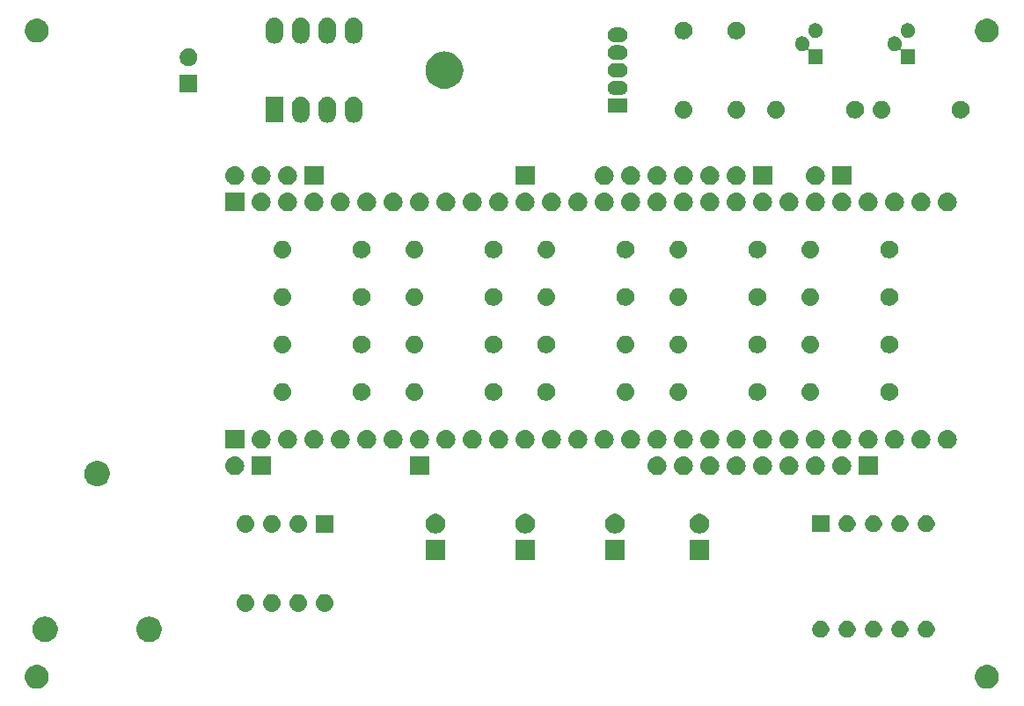
<source format=gbr>
G04 #@! TF.GenerationSoftware,KiCad,Pcbnew,(5.1.0-0)*
G04 #@! TF.CreationDate,2019-03-28T17:17:08+01:00*
G04 #@! TF.ProjectId,ac2-detpic-shield,6163322d-6465-4747-9069-632d73686965,rev?*
G04 #@! TF.SameCoordinates,Original*
G04 #@! TF.FileFunction,Soldermask,Bot*
G04 #@! TF.FilePolarity,Negative*
%FSLAX46Y46*%
G04 Gerber Fmt 4.6, Leading zero omitted, Abs format (unit mm)*
G04 Created by KiCad (PCBNEW (5.1.0-0)) date 2019-03-28 17:17:08*
%MOMM*%
%LPD*%
G04 APERTURE LIST*
%ADD10C,0.100000*%
G04 APERTURE END LIST*
D10*
G36*
X222474549Y-90311116D02*
G01*
X222585734Y-90333232D01*
X222795203Y-90419997D01*
X222983720Y-90545960D01*
X223144040Y-90706280D01*
X223270003Y-90894797D01*
X223356768Y-91104266D01*
X223401000Y-91326636D01*
X223401000Y-91553364D01*
X223356768Y-91775734D01*
X223270003Y-91985203D01*
X223144040Y-92173720D01*
X222983720Y-92334040D01*
X222795203Y-92460003D01*
X222585734Y-92546768D01*
X222474549Y-92568884D01*
X222363365Y-92591000D01*
X222136635Y-92591000D01*
X222025451Y-92568884D01*
X221914266Y-92546768D01*
X221704797Y-92460003D01*
X221516280Y-92334040D01*
X221355960Y-92173720D01*
X221229997Y-91985203D01*
X221143232Y-91775734D01*
X221099000Y-91553364D01*
X221099000Y-91326636D01*
X221143232Y-91104266D01*
X221229997Y-90894797D01*
X221355960Y-90706280D01*
X221516280Y-90545960D01*
X221704797Y-90419997D01*
X221914266Y-90333232D01*
X222025451Y-90311116D01*
X222136635Y-90289000D01*
X222363365Y-90289000D01*
X222474549Y-90311116D01*
X222474549Y-90311116D01*
G37*
G36*
X131034549Y-90311116D02*
G01*
X131145734Y-90333232D01*
X131355203Y-90419997D01*
X131543720Y-90545960D01*
X131704040Y-90706280D01*
X131830003Y-90894797D01*
X131916768Y-91104266D01*
X131961000Y-91326636D01*
X131961000Y-91553364D01*
X131916768Y-91775734D01*
X131830003Y-91985203D01*
X131704040Y-92173720D01*
X131543720Y-92334040D01*
X131355203Y-92460003D01*
X131145734Y-92546768D01*
X131034549Y-92568884D01*
X130923365Y-92591000D01*
X130696635Y-92591000D01*
X130585451Y-92568884D01*
X130474266Y-92546768D01*
X130264797Y-92460003D01*
X130076280Y-92334040D01*
X129915960Y-92173720D01*
X129789997Y-91985203D01*
X129703232Y-91775734D01*
X129659000Y-91553364D01*
X129659000Y-91326636D01*
X129703232Y-91104266D01*
X129789997Y-90894797D01*
X129915960Y-90706280D01*
X130076280Y-90545960D01*
X130264797Y-90419997D01*
X130474266Y-90333232D01*
X130585451Y-90311116D01*
X130696635Y-90289000D01*
X130923365Y-90289000D01*
X131034549Y-90311116D01*
X131034549Y-90311116D01*
G37*
G36*
X141843205Y-85670461D02*
G01*
X141961153Y-85693922D01*
X142053194Y-85732047D01*
X142183359Y-85785963D01*
X142383342Y-85919587D01*
X142553413Y-86089658D01*
X142687037Y-86289641D01*
X142711932Y-86349743D01*
X142779078Y-86511847D01*
X142826000Y-86747742D01*
X142826000Y-86988258D01*
X142779078Y-87224153D01*
X142767087Y-87253101D01*
X142687037Y-87446359D01*
X142553413Y-87646342D01*
X142383342Y-87816413D01*
X142183359Y-87950037D01*
X142053194Y-88003953D01*
X141961153Y-88042078D01*
X141843205Y-88065539D01*
X141725259Y-88089000D01*
X141484741Y-88089000D01*
X141248847Y-88042078D01*
X141156806Y-88003953D01*
X141026641Y-87950037D01*
X140826658Y-87816413D01*
X140656587Y-87646342D01*
X140522963Y-87446359D01*
X140442913Y-87253101D01*
X140430922Y-87224153D01*
X140384000Y-86988258D01*
X140384000Y-86747742D01*
X140430922Y-86511847D01*
X140498068Y-86349743D01*
X140522963Y-86289641D01*
X140656587Y-86089658D01*
X140826658Y-85919587D01*
X141026641Y-85785963D01*
X141156806Y-85732047D01*
X141248847Y-85693922D01*
X141366795Y-85670461D01*
X141484741Y-85647000D01*
X141725259Y-85647000D01*
X141843205Y-85670461D01*
X141843205Y-85670461D01*
G37*
G36*
X131843205Y-85670461D02*
G01*
X131961153Y-85693922D01*
X132053194Y-85732047D01*
X132183359Y-85785963D01*
X132383342Y-85919587D01*
X132553413Y-86089658D01*
X132687037Y-86289641D01*
X132711932Y-86349743D01*
X132779078Y-86511847D01*
X132826000Y-86747742D01*
X132826000Y-86988258D01*
X132779078Y-87224153D01*
X132767087Y-87253101D01*
X132687037Y-87446359D01*
X132553413Y-87646342D01*
X132383342Y-87816413D01*
X132183359Y-87950037D01*
X132053194Y-88003953D01*
X131961153Y-88042078D01*
X131843205Y-88065539D01*
X131725259Y-88089000D01*
X131484741Y-88089000D01*
X131248847Y-88042078D01*
X131156806Y-88003953D01*
X131026641Y-87950037D01*
X130826658Y-87816413D01*
X130656587Y-87646342D01*
X130522963Y-87446359D01*
X130442913Y-87253101D01*
X130430922Y-87224153D01*
X130384000Y-86988258D01*
X130384000Y-86747742D01*
X130430922Y-86511847D01*
X130498068Y-86349743D01*
X130522963Y-86289641D01*
X130656587Y-86089658D01*
X130826658Y-85919587D01*
X131026641Y-85785963D01*
X131156806Y-85732047D01*
X131248847Y-85693922D01*
X131366795Y-85670461D01*
X131484741Y-85647000D01*
X131725259Y-85647000D01*
X131843205Y-85670461D01*
X131843205Y-85670461D01*
G37*
G36*
X216645142Y-86086242D02*
G01*
X216793101Y-86147529D01*
X216926255Y-86236499D01*
X217039501Y-86349745D01*
X217128471Y-86482899D01*
X217189758Y-86630858D01*
X217221000Y-86787925D01*
X217221000Y-86948075D01*
X217189758Y-87105142D01*
X217128471Y-87253101D01*
X217039501Y-87386255D01*
X216926255Y-87499501D01*
X216793101Y-87588471D01*
X216645142Y-87649758D01*
X216488075Y-87681000D01*
X216327925Y-87681000D01*
X216170858Y-87649758D01*
X216022899Y-87588471D01*
X215889745Y-87499501D01*
X215776499Y-87386255D01*
X215687529Y-87253101D01*
X215626242Y-87105142D01*
X215595000Y-86948075D01*
X215595000Y-86787925D01*
X215626242Y-86630858D01*
X215687529Y-86482899D01*
X215776499Y-86349745D01*
X215889745Y-86236499D01*
X216022899Y-86147529D01*
X216170858Y-86086242D01*
X216327925Y-86055000D01*
X216488075Y-86055000D01*
X216645142Y-86086242D01*
X216645142Y-86086242D01*
G37*
G36*
X214105142Y-86086242D02*
G01*
X214253101Y-86147529D01*
X214386255Y-86236499D01*
X214499501Y-86349745D01*
X214588471Y-86482899D01*
X214649758Y-86630858D01*
X214681000Y-86787925D01*
X214681000Y-86948075D01*
X214649758Y-87105142D01*
X214588471Y-87253101D01*
X214499501Y-87386255D01*
X214386255Y-87499501D01*
X214253101Y-87588471D01*
X214105142Y-87649758D01*
X213948075Y-87681000D01*
X213787925Y-87681000D01*
X213630858Y-87649758D01*
X213482899Y-87588471D01*
X213349745Y-87499501D01*
X213236499Y-87386255D01*
X213147529Y-87253101D01*
X213086242Y-87105142D01*
X213055000Y-86948075D01*
X213055000Y-86787925D01*
X213086242Y-86630858D01*
X213147529Y-86482899D01*
X213236499Y-86349745D01*
X213349745Y-86236499D01*
X213482899Y-86147529D01*
X213630858Y-86086242D01*
X213787925Y-86055000D01*
X213948075Y-86055000D01*
X214105142Y-86086242D01*
X214105142Y-86086242D01*
G37*
G36*
X211565142Y-86086242D02*
G01*
X211713101Y-86147529D01*
X211846255Y-86236499D01*
X211959501Y-86349745D01*
X212048471Y-86482899D01*
X212109758Y-86630858D01*
X212141000Y-86787925D01*
X212141000Y-86948075D01*
X212109758Y-87105142D01*
X212048471Y-87253101D01*
X211959501Y-87386255D01*
X211846255Y-87499501D01*
X211713101Y-87588471D01*
X211565142Y-87649758D01*
X211408075Y-87681000D01*
X211247925Y-87681000D01*
X211090858Y-87649758D01*
X210942899Y-87588471D01*
X210809745Y-87499501D01*
X210696499Y-87386255D01*
X210607529Y-87253101D01*
X210546242Y-87105142D01*
X210515000Y-86948075D01*
X210515000Y-86787925D01*
X210546242Y-86630858D01*
X210607529Y-86482899D01*
X210696499Y-86349745D01*
X210809745Y-86236499D01*
X210942899Y-86147529D01*
X211090858Y-86086242D01*
X211247925Y-86055000D01*
X211408075Y-86055000D01*
X211565142Y-86086242D01*
X211565142Y-86086242D01*
G37*
G36*
X209025142Y-86086242D02*
G01*
X209173101Y-86147529D01*
X209306255Y-86236499D01*
X209419501Y-86349745D01*
X209508471Y-86482899D01*
X209569758Y-86630858D01*
X209601000Y-86787925D01*
X209601000Y-86948075D01*
X209569758Y-87105142D01*
X209508471Y-87253101D01*
X209419501Y-87386255D01*
X209306255Y-87499501D01*
X209173101Y-87588471D01*
X209025142Y-87649758D01*
X208868075Y-87681000D01*
X208707925Y-87681000D01*
X208550858Y-87649758D01*
X208402899Y-87588471D01*
X208269745Y-87499501D01*
X208156499Y-87386255D01*
X208067529Y-87253101D01*
X208006242Y-87105142D01*
X207975000Y-86948075D01*
X207975000Y-86787925D01*
X208006242Y-86630858D01*
X208067529Y-86482899D01*
X208156499Y-86349745D01*
X208269745Y-86236499D01*
X208402899Y-86147529D01*
X208550858Y-86086242D01*
X208707925Y-86055000D01*
X208868075Y-86055000D01*
X209025142Y-86086242D01*
X209025142Y-86086242D01*
G37*
G36*
X206485142Y-86086242D02*
G01*
X206633101Y-86147529D01*
X206766255Y-86236499D01*
X206879501Y-86349745D01*
X206968471Y-86482899D01*
X207029758Y-86630858D01*
X207061000Y-86787925D01*
X207061000Y-86948075D01*
X207029758Y-87105142D01*
X206968471Y-87253101D01*
X206879501Y-87386255D01*
X206766255Y-87499501D01*
X206633101Y-87588471D01*
X206485142Y-87649758D01*
X206328075Y-87681000D01*
X206167925Y-87681000D01*
X206010858Y-87649758D01*
X205862899Y-87588471D01*
X205729745Y-87499501D01*
X205616499Y-87386255D01*
X205527529Y-87253101D01*
X205466242Y-87105142D01*
X205435000Y-86948075D01*
X205435000Y-86787925D01*
X205466242Y-86630858D01*
X205527529Y-86482899D01*
X205616499Y-86349745D01*
X205729745Y-86236499D01*
X205862899Y-86147529D01*
X206010858Y-86086242D01*
X206167925Y-86055000D01*
X206328075Y-86055000D01*
X206485142Y-86086242D01*
X206485142Y-86086242D01*
G37*
G36*
X158662823Y-83489313D02*
G01*
X158823242Y-83537976D01*
X158955906Y-83608886D01*
X158971078Y-83616996D01*
X159100659Y-83723341D01*
X159207004Y-83852922D01*
X159207005Y-83852924D01*
X159286024Y-84000758D01*
X159334687Y-84161177D01*
X159351117Y-84328000D01*
X159334687Y-84494823D01*
X159286024Y-84655242D01*
X159215114Y-84787906D01*
X159207004Y-84803078D01*
X159100659Y-84932659D01*
X158971078Y-85039004D01*
X158971076Y-85039005D01*
X158823242Y-85118024D01*
X158662823Y-85166687D01*
X158537804Y-85179000D01*
X158454196Y-85179000D01*
X158329177Y-85166687D01*
X158168758Y-85118024D01*
X158020924Y-85039005D01*
X158020922Y-85039004D01*
X157891341Y-84932659D01*
X157784996Y-84803078D01*
X157776886Y-84787906D01*
X157705976Y-84655242D01*
X157657313Y-84494823D01*
X157640883Y-84328000D01*
X157657313Y-84161177D01*
X157705976Y-84000758D01*
X157784995Y-83852924D01*
X157784996Y-83852922D01*
X157891341Y-83723341D01*
X158020922Y-83616996D01*
X158036094Y-83608886D01*
X158168758Y-83537976D01*
X158329177Y-83489313D01*
X158454196Y-83477000D01*
X158537804Y-83477000D01*
X158662823Y-83489313D01*
X158662823Y-83489313D01*
G37*
G36*
X156122823Y-83489313D02*
G01*
X156283242Y-83537976D01*
X156415906Y-83608886D01*
X156431078Y-83616996D01*
X156560659Y-83723341D01*
X156667004Y-83852922D01*
X156667005Y-83852924D01*
X156746024Y-84000758D01*
X156794687Y-84161177D01*
X156811117Y-84328000D01*
X156794687Y-84494823D01*
X156746024Y-84655242D01*
X156675114Y-84787906D01*
X156667004Y-84803078D01*
X156560659Y-84932659D01*
X156431078Y-85039004D01*
X156431076Y-85039005D01*
X156283242Y-85118024D01*
X156122823Y-85166687D01*
X155997804Y-85179000D01*
X155914196Y-85179000D01*
X155789177Y-85166687D01*
X155628758Y-85118024D01*
X155480924Y-85039005D01*
X155480922Y-85039004D01*
X155351341Y-84932659D01*
X155244996Y-84803078D01*
X155236886Y-84787906D01*
X155165976Y-84655242D01*
X155117313Y-84494823D01*
X155100883Y-84328000D01*
X155117313Y-84161177D01*
X155165976Y-84000758D01*
X155244995Y-83852924D01*
X155244996Y-83852922D01*
X155351341Y-83723341D01*
X155480922Y-83616996D01*
X155496094Y-83608886D01*
X155628758Y-83537976D01*
X155789177Y-83489313D01*
X155914196Y-83477000D01*
X155997804Y-83477000D01*
X156122823Y-83489313D01*
X156122823Y-83489313D01*
G37*
G36*
X153582823Y-83489313D02*
G01*
X153743242Y-83537976D01*
X153875906Y-83608886D01*
X153891078Y-83616996D01*
X154020659Y-83723341D01*
X154127004Y-83852922D01*
X154127005Y-83852924D01*
X154206024Y-84000758D01*
X154254687Y-84161177D01*
X154271117Y-84328000D01*
X154254687Y-84494823D01*
X154206024Y-84655242D01*
X154135114Y-84787906D01*
X154127004Y-84803078D01*
X154020659Y-84932659D01*
X153891078Y-85039004D01*
X153891076Y-85039005D01*
X153743242Y-85118024D01*
X153582823Y-85166687D01*
X153457804Y-85179000D01*
X153374196Y-85179000D01*
X153249177Y-85166687D01*
X153088758Y-85118024D01*
X152940924Y-85039005D01*
X152940922Y-85039004D01*
X152811341Y-84932659D01*
X152704996Y-84803078D01*
X152696886Y-84787906D01*
X152625976Y-84655242D01*
X152577313Y-84494823D01*
X152560883Y-84328000D01*
X152577313Y-84161177D01*
X152625976Y-84000758D01*
X152704995Y-83852924D01*
X152704996Y-83852922D01*
X152811341Y-83723341D01*
X152940922Y-83616996D01*
X152956094Y-83608886D01*
X153088758Y-83537976D01*
X153249177Y-83489313D01*
X153374196Y-83477000D01*
X153457804Y-83477000D01*
X153582823Y-83489313D01*
X153582823Y-83489313D01*
G37*
G36*
X151042823Y-83489313D02*
G01*
X151203242Y-83537976D01*
X151335906Y-83608886D01*
X151351078Y-83616996D01*
X151480659Y-83723341D01*
X151587004Y-83852922D01*
X151587005Y-83852924D01*
X151666024Y-84000758D01*
X151714687Y-84161177D01*
X151731117Y-84328000D01*
X151714687Y-84494823D01*
X151666024Y-84655242D01*
X151595114Y-84787906D01*
X151587004Y-84803078D01*
X151480659Y-84932659D01*
X151351078Y-85039004D01*
X151351076Y-85039005D01*
X151203242Y-85118024D01*
X151042823Y-85166687D01*
X150917804Y-85179000D01*
X150834196Y-85179000D01*
X150709177Y-85166687D01*
X150548758Y-85118024D01*
X150400924Y-85039005D01*
X150400922Y-85039004D01*
X150271341Y-84932659D01*
X150164996Y-84803078D01*
X150156886Y-84787906D01*
X150085976Y-84655242D01*
X150037313Y-84494823D01*
X150020883Y-84328000D01*
X150037313Y-84161177D01*
X150085976Y-84000758D01*
X150164995Y-83852924D01*
X150164996Y-83852922D01*
X150271341Y-83723341D01*
X150400922Y-83616996D01*
X150416094Y-83608886D01*
X150548758Y-83537976D01*
X150709177Y-83489313D01*
X150834196Y-83477000D01*
X150917804Y-83477000D01*
X151042823Y-83489313D01*
X151042823Y-83489313D01*
G37*
G36*
X187387000Y-80199000D02*
G01*
X185485000Y-80199000D01*
X185485000Y-78297000D01*
X187387000Y-78297000D01*
X187387000Y-80199000D01*
X187387000Y-80199000D01*
G37*
G36*
X195515000Y-80199000D02*
G01*
X193613000Y-80199000D01*
X193613000Y-78297000D01*
X195515000Y-78297000D01*
X195515000Y-80199000D01*
X195515000Y-80199000D01*
G37*
G36*
X178751000Y-80199000D02*
G01*
X176849000Y-80199000D01*
X176849000Y-78297000D01*
X178751000Y-78297000D01*
X178751000Y-80199000D01*
X178751000Y-80199000D01*
G37*
G36*
X170115000Y-80199000D02*
G01*
X168213000Y-80199000D01*
X168213000Y-78297000D01*
X170115000Y-78297000D01*
X170115000Y-80199000D01*
X170115000Y-80199000D01*
G37*
G36*
X194841395Y-75793546D02*
G01*
X195014466Y-75865234D01*
X195020572Y-75869314D01*
X195170227Y-75969310D01*
X195302690Y-76101773D01*
X195355081Y-76180182D01*
X195406766Y-76257534D01*
X195478454Y-76430605D01*
X195515000Y-76614333D01*
X195515000Y-76801667D01*
X195478454Y-76985395D01*
X195406766Y-77158466D01*
X195406765Y-77158467D01*
X195302690Y-77314227D01*
X195170227Y-77446690D01*
X195105772Y-77489757D01*
X195014466Y-77550766D01*
X194841395Y-77622454D01*
X194657667Y-77659000D01*
X194470333Y-77659000D01*
X194286605Y-77622454D01*
X194113534Y-77550766D01*
X194022228Y-77489757D01*
X193957773Y-77446690D01*
X193825310Y-77314227D01*
X193721235Y-77158467D01*
X193721234Y-77158466D01*
X193649546Y-76985395D01*
X193613000Y-76801667D01*
X193613000Y-76614333D01*
X193649546Y-76430605D01*
X193721234Y-76257534D01*
X193772919Y-76180182D01*
X193825310Y-76101773D01*
X193957773Y-75969310D01*
X194107428Y-75869314D01*
X194113534Y-75865234D01*
X194286605Y-75793546D01*
X194470333Y-75757000D01*
X194657667Y-75757000D01*
X194841395Y-75793546D01*
X194841395Y-75793546D01*
G37*
G36*
X186713395Y-75793546D02*
G01*
X186886466Y-75865234D01*
X186892572Y-75869314D01*
X187042227Y-75969310D01*
X187174690Y-76101773D01*
X187227081Y-76180182D01*
X187278766Y-76257534D01*
X187350454Y-76430605D01*
X187387000Y-76614333D01*
X187387000Y-76801667D01*
X187350454Y-76985395D01*
X187278766Y-77158466D01*
X187278765Y-77158467D01*
X187174690Y-77314227D01*
X187042227Y-77446690D01*
X186977772Y-77489757D01*
X186886466Y-77550766D01*
X186713395Y-77622454D01*
X186529667Y-77659000D01*
X186342333Y-77659000D01*
X186158605Y-77622454D01*
X185985534Y-77550766D01*
X185894228Y-77489757D01*
X185829773Y-77446690D01*
X185697310Y-77314227D01*
X185593235Y-77158467D01*
X185593234Y-77158466D01*
X185521546Y-76985395D01*
X185485000Y-76801667D01*
X185485000Y-76614333D01*
X185521546Y-76430605D01*
X185593234Y-76257534D01*
X185644919Y-76180182D01*
X185697310Y-76101773D01*
X185829773Y-75969310D01*
X185979428Y-75869314D01*
X185985534Y-75865234D01*
X186158605Y-75793546D01*
X186342333Y-75757000D01*
X186529667Y-75757000D01*
X186713395Y-75793546D01*
X186713395Y-75793546D01*
G37*
G36*
X178077395Y-75793546D02*
G01*
X178250466Y-75865234D01*
X178256572Y-75869314D01*
X178406227Y-75969310D01*
X178538690Y-76101773D01*
X178591081Y-76180182D01*
X178642766Y-76257534D01*
X178714454Y-76430605D01*
X178751000Y-76614333D01*
X178751000Y-76801667D01*
X178714454Y-76985395D01*
X178642766Y-77158466D01*
X178642765Y-77158467D01*
X178538690Y-77314227D01*
X178406227Y-77446690D01*
X178341772Y-77489757D01*
X178250466Y-77550766D01*
X178077395Y-77622454D01*
X177893667Y-77659000D01*
X177706333Y-77659000D01*
X177522605Y-77622454D01*
X177349534Y-77550766D01*
X177258228Y-77489757D01*
X177193773Y-77446690D01*
X177061310Y-77314227D01*
X176957235Y-77158467D01*
X176957234Y-77158466D01*
X176885546Y-76985395D01*
X176849000Y-76801667D01*
X176849000Y-76614333D01*
X176885546Y-76430605D01*
X176957234Y-76257534D01*
X177008919Y-76180182D01*
X177061310Y-76101773D01*
X177193773Y-75969310D01*
X177343428Y-75869314D01*
X177349534Y-75865234D01*
X177522605Y-75793546D01*
X177706333Y-75757000D01*
X177893667Y-75757000D01*
X178077395Y-75793546D01*
X178077395Y-75793546D01*
G37*
G36*
X169441395Y-75793546D02*
G01*
X169614466Y-75865234D01*
X169620572Y-75869314D01*
X169770227Y-75969310D01*
X169902690Y-76101773D01*
X169955081Y-76180182D01*
X170006766Y-76257534D01*
X170078454Y-76430605D01*
X170115000Y-76614333D01*
X170115000Y-76801667D01*
X170078454Y-76985395D01*
X170006766Y-77158466D01*
X170006765Y-77158467D01*
X169902690Y-77314227D01*
X169770227Y-77446690D01*
X169705772Y-77489757D01*
X169614466Y-77550766D01*
X169441395Y-77622454D01*
X169257667Y-77659000D01*
X169070333Y-77659000D01*
X168886605Y-77622454D01*
X168713534Y-77550766D01*
X168622228Y-77489757D01*
X168557773Y-77446690D01*
X168425310Y-77314227D01*
X168321235Y-77158467D01*
X168321234Y-77158466D01*
X168249546Y-76985395D01*
X168213000Y-76801667D01*
X168213000Y-76614333D01*
X168249546Y-76430605D01*
X168321234Y-76257534D01*
X168372919Y-76180182D01*
X168425310Y-76101773D01*
X168557773Y-75969310D01*
X168707428Y-75869314D01*
X168713534Y-75865234D01*
X168886605Y-75793546D01*
X169070333Y-75757000D01*
X169257667Y-75757000D01*
X169441395Y-75793546D01*
X169441395Y-75793546D01*
G37*
G36*
X151042823Y-75869313D02*
G01*
X151203242Y-75917976D01*
X151299279Y-75969309D01*
X151351078Y-75996996D01*
X151480659Y-76103341D01*
X151587004Y-76232922D01*
X151587005Y-76232924D01*
X151666024Y-76380758D01*
X151714687Y-76541177D01*
X151731117Y-76708000D01*
X151714687Y-76874823D01*
X151666024Y-77035242D01*
X151600159Y-77158466D01*
X151587004Y-77183078D01*
X151480659Y-77312659D01*
X151351078Y-77419004D01*
X151351076Y-77419005D01*
X151203242Y-77498024D01*
X151042823Y-77546687D01*
X150917804Y-77559000D01*
X150834196Y-77559000D01*
X150709177Y-77546687D01*
X150548758Y-77498024D01*
X150400924Y-77419005D01*
X150400922Y-77419004D01*
X150271341Y-77312659D01*
X150164996Y-77183078D01*
X150151841Y-77158466D01*
X150085976Y-77035242D01*
X150037313Y-76874823D01*
X150020883Y-76708000D01*
X150037313Y-76541177D01*
X150085976Y-76380758D01*
X150164995Y-76232924D01*
X150164996Y-76232922D01*
X150271341Y-76103341D01*
X150400922Y-75996996D01*
X150452721Y-75969309D01*
X150548758Y-75917976D01*
X150709177Y-75869313D01*
X150834196Y-75857000D01*
X150917804Y-75857000D01*
X151042823Y-75869313D01*
X151042823Y-75869313D01*
G37*
G36*
X153582823Y-75869313D02*
G01*
X153743242Y-75917976D01*
X153839279Y-75969309D01*
X153891078Y-75996996D01*
X154020659Y-76103341D01*
X154127004Y-76232922D01*
X154127005Y-76232924D01*
X154206024Y-76380758D01*
X154254687Y-76541177D01*
X154271117Y-76708000D01*
X154254687Y-76874823D01*
X154206024Y-77035242D01*
X154140159Y-77158466D01*
X154127004Y-77183078D01*
X154020659Y-77312659D01*
X153891078Y-77419004D01*
X153891076Y-77419005D01*
X153743242Y-77498024D01*
X153582823Y-77546687D01*
X153457804Y-77559000D01*
X153374196Y-77559000D01*
X153249177Y-77546687D01*
X153088758Y-77498024D01*
X152940924Y-77419005D01*
X152940922Y-77419004D01*
X152811341Y-77312659D01*
X152704996Y-77183078D01*
X152691841Y-77158466D01*
X152625976Y-77035242D01*
X152577313Y-76874823D01*
X152560883Y-76708000D01*
X152577313Y-76541177D01*
X152625976Y-76380758D01*
X152704995Y-76232924D01*
X152704996Y-76232922D01*
X152811341Y-76103341D01*
X152940922Y-75996996D01*
X152992721Y-75969309D01*
X153088758Y-75917976D01*
X153249177Y-75869313D01*
X153374196Y-75857000D01*
X153457804Y-75857000D01*
X153582823Y-75869313D01*
X153582823Y-75869313D01*
G37*
G36*
X156122823Y-75869313D02*
G01*
X156283242Y-75917976D01*
X156379279Y-75969309D01*
X156431078Y-75996996D01*
X156560659Y-76103341D01*
X156667004Y-76232922D01*
X156667005Y-76232924D01*
X156746024Y-76380758D01*
X156794687Y-76541177D01*
X156811117Y-76708000D01*
X156794687Y-76874823D01*
X156746024Y-77035242D01*
X156680159Y-77158466D01*
X156667004Y-77183078D01*
X156560659Y-77312659D01*
X156431078Y-77419004D01*
X156431076Y-77419005D01*
X156283242Y-77498024D01*
X156122823Y-77546687D01*
X155997804Y-77559000D01*
X155914196Y-77559000D01*
X155789177Y-77546687D01*
X155628758Y-77498024D01*
X155480924Y-77419005D01*
X155480922Y-77419004D01*
X155351341Y-77312659D01*
X155244996Y-77183078D01*
X155231841Y-77158466D01*
X155165976Y-77035242D01*
X155117313Y-76874823D01*
X155100883Y-76708000D01*
X155117313Y-76541177D01*
X155165976Y-76380758D01*
X155244995Y-76232924D01*
X155244996Y-76232922D01*
X155351341Y-76103341D01*
X155480922Y-75996996D01*
X155532721Y-75969309D01*
X155628758Y-75917976D01*
X155789177Y-75869313D01*
X155914196Y-75857000D01*
X155997804Y-75857000D01*
X156122823Y-75869313D01*
X156122823Y-75869313D01*
G37*
G36*
X159347000Y-77559000D02*
G01*
X157645000Y-77559000D01*
X157645000Y-75857000D01*
X159347000Y-75857000D01*
X159347000Y-77559000D01*
X159347000Y-77559000D01*
G37*
G36*
X211565142Y-75926242D02*
G01*
X211713101Y-75987529D01*
X211846255Y-76076499D01*
X211959501Y-76189745D01*
X212048471Y-76322899D01*
X212109758Y-76470858D01*
X212141000Y-76627925D01*
X212141000Y-76788075D01*
X212109758Y-76945142D01*
X212048471Y-77093101D01*
X211959501Y-77226255D01*
X211846255Y-77339501D01*
X211713101Y-77428471D01*
X211565142Y-77489758D01*
X211408075Y-77521000D01*
X211247925Y-77521000D01*
X211090858Y-77489758D01*
X210942899Y-77428471D01*
X210809745Y-77339501D01*
X210696499Y-77226255D01*
X210607529Y-77093101D01*
X210546242Y-76945142D01*
X210515000Y-76788075D01*
X210515000Y-76627925D01*
X210546242Y-76470858D01*
X210607529Y-76322899D01*
X210696499Y-76189745D01*
X210809745Y-76076499D01*
X210942899Y-75987529D01*
X211090858Y-75926242D01*
X211247925Y-75895000D01*
X211408075Y-75895000D01*
X211565142Y-75926242D01*
X211565142Y-75926242D01*
G37*
G36*
X207061000Y-77521000D02*
G01*
X205435000Y-77521000D01*
X205435000Y-75895000D01*
X207061000Y-75895000D01*
X207061000Y-77521000D01*
X207061000Y-77521000D01*
G37*
G36*
X209025142Y-75926242D02*
G01*
X209173101Y-75987529D01*
X209306255Y-76076499D01*
X209419501Y-76189745D01*
X209508471Y-76322899D01*
X209569758Y-76470858D01*
X209601000Y-76627925D01*
X209601000Y-76788075D01*
X209569758Y-76945142D01*
X209508471Y-77093101D01*
X209419501Y-77226255D01*
X209306255Y-77339501D01*
X209173101Y-77428471D01*
X209025142Y-77489758D01*
X208868075Y-77521000D01*
X208707925Y-77521000D01*
X208550858Y-77489758D01*
X208402899Y-77428471D01*
X208269745Y-77339501D01*
X208156499Y-77226255D01*
X208067529Y-77093101D01*
X208006242Y-76945142D01*
X207975000Y-76788075D01*
X207975000Y-76627925D01*
X208006242Y-76470858D01*
X208067529Y-76322899D01*
X208156499Y-76189745D01*
X208269745Y-76076499D01*
X208402899Y-75987529D01*
X208550858Y-75926242D01*
X208707925Y-75895000D01*
X208868075Y-75895000D01*
X209025142Y-75926242D01*
X209025142Y-75926242D01*
G37*
G36*
X216645142Y-75926242D02*
G01*
X216793101Y-75987529D01*
X216926255Y-76076499D01*
X217039501Y-76189745D01*
X217128471Y-76322899D01*
X217189758Y-76470858D01*
X217221000Y-76627925D01*
X217221000Y-76788075D01*
X217189758Y-76945142D01*
X217128471Y-77093101D01*
X217039501Y-77226255D01*
X216926255Y-77339501D01*
X216793101Y-77428471D01*
X216645142Y-77489758D01*
X216488075Y-77521000D01*
X216327925Y-77521000D01*
X216170858Y-77489758D01*
X216022899Y-77428471D01*
X215889745Y-77339501D01*
X215776499Y-77226255D01*
X215687529Y-77093101D01*
X215626242Y-76945142D01*
X215595000Y-76788075D01*
X215595000Y-76627925D01*
X215626242Y-76470858D01*
X215687529Y-76322899D01*
X215776499Y-76189745D01*
X215889745Y-76076499D01*
X216022899Y-75987529D01*
X216170858Y-75926242D01*
X216327925Y-75895000D01*
X216488075Y-75895000D01*
X216645142Y-75926242D01*
X216645142Y-75926242D01*
G37*
G36*
X214105142Y-75926242D02*
G01*
X214253101Y-75987529D01*
X214386255Y-76076499D01*
X214499501Y-76189745D01*
X214588471Y-76322899D01*
X214649758Y-76470858D01*
X214681000Y-76627925D01*
X214681000Y-76788075D01*
X214649758Y-76945142D01*
X214588471Y-77093101D01*
X214499501Y-77226255D01*
X214386255Y-77339501D01*
X214253101Y-77428471D01*
X214105142Y-77489758D01*
X213948075Y-77521000D01*
X213787925Y-77521000D01*
X213630858Y-77489758D01*
X213482899Y-77428471D01*
X213349745Y-77339501D01*
X213236499Y-77226255D01*
X213147529Y-77093101D01*
X213086242Y-76945142D01*
X213055000Y-76788075D01*
X213055000Y-76627925D01*
X213086242Y-76470858D01*
X213147529Y-76322899D01*
X213236499Y-76189745D01*
X213349745Y-76076499D01*
X213482899Y-75987529D01*
X213630858Y-75926242D01*
X213787925Y-75895000D01*
X213948075Y-75895000D01*
X214105142Y-75926242D01*
X214105142Y-75926242D01*
G37*
G36*
X136961153Y-70693922D02*
G01*
X137053194Y-70732047D01*
X137183359Y-70785963D01*
X137383342Y-70919587D01*
X137553413Y-71089658D01*
X137687037Y-71289641D01*
X137779078Y-71511848D01*
X137826000Y-71747741D01*
X137826000Y-71988259D01*
X137779078Y-72224152D01*
X137687037Y-72446359D01*
X137553413Y-72646342D01*
X137383342Y-72816413D01*
X137183359Y-72950037D01*
X137053194Y-73003953D01*
X136961153Y-73042078D01*
X136843205Y-73065539D01*
X136725259Y-73089000D01*
X136484741Y-73089000D01*
X136366795Y-73065539D01*
X136248847Y-73042078D01*
X136156806Y-73003953D01*
X136026641Y-72950037D01*
X135826658Y-72816413D01*
X135656587Y-72646342D01*
X135522963Y-72446359D01*
X135430922Y-72224152D01*
X135384000Y-71988259D01*
X135384000Y-71747741D01*
X135430922Y-71511848D01*
X135522963Y-71289641D01*
X135656587Y-71089658D01*
X135826658Y-70919587D01*
X136026641Y-70785963D01*
X136156806Y-70732047D01*
X136248847Y-70693922D01*
X136484741Y-70647000D01*
X136725259Y-70647000D01*
X136961153Y-70693922D01*
X136961153Y-70693922D01*
G37*
G36*
X195690442Y-70225518D02*
G01*
X195756627Y-70232037D01*
X195926466Y-70283557D01*
X196082991Y-70367222D01*
X196118729Y-70396552D01*
X196220186Y-70479814D01*
X196303448Y-70581271D01*
X196332778Y-70617009D01*
X196416443Y-70773534D01*
X196467963Y-70943373D01*
X196485359Y-71120000D01*
X196467963Y-71296627D01*
X196416443Y-71466466D01*
X196332778Y-71622991D01*
X196303448Y-71658729D01*
X196220186Y-71760186D01*
X196118729Y-71843448D01*
X196082991Y-71872778D01*
X195926466Y-71956443D01*
X195756627Y-72007963D01*
X195690443Y-72014481D01*
X195624260Y-72021000D01*
X195535740Y-72021000D01*
X195469557Y-72014481D01*
X195403373Y-72007963D01*
X195233534Y-71956443D01*
X195077009Y-71872778D01*
X195041271Y-71843448D01*
X194939814Y-71760186D01*
X194856552Y-71658729D01*
X194827222Y-71622991D01*
X194743557Y-71466466D01*
X194692037Y-71296627D01*
X194674641Y-71120000D01*
X194692037Y-70943373D01*
X194743557Y-70773534D01*
X194827222Y-70617009D01*
X194856552Y-70581271D01*
X194939814Y-70479814D01*
X195041271Y-70396552D01*
X195077009Y-70367222D01*
X195233534Y-70283557D01*
X195403373Y-70232037D01*
X195469558Y-70225518D01*
X195535740Y-70219000D01*
X195624260Y-70219000D01*
X195690442Y-70225518D01*
X195690442Y-70225518D01*
G37*
G36*
X211721000Y-72021000D02*
G01*
X209919000Y-72021000D01*
X209919000Y-70219000D01*
X211721000Y-70219000D01*
X211721000Y-72021000D01*
X211721000Y-72021000D01*
G37*
G36*
X208390442Y-70225518D02*
G01*
X208456627Y-70232037D01*
X208626466Y-70283557D01*
X208782991Y-70367222D01*
X208818729Y-70396552D01*
X208920186Y-70479814D01*
X209003448Y-70581271D01*
X209032778Y-70617009D01*
X209116443Y-70773534D01*
X209167963Y-70943373D01*
X209185359Y-71120000D01*
X209167963Y-71296627D01*
X209116443Y-71466466D01*
X209032778Y-71622991D01*
X209003448Y-71658729D01*
X208920186Y-71760186D01*
X208818729Y-71843448D01*
X208782991Y-71872778D01*
X208626466Y-71956443D01*
X208456627Y-72007963D01*
X208390443Y-72014481D01*
X208324260Y-72021000D01*
X208235740Y-72021000D01*
X208169557Y-72014481D01*
X208103373Y-72007963D01*
X207933534Y-71956443D01*
X207777009Y-71872778D01*
X207741271Y-71843448D01*
X207639814Y-71760186D01*
X207556552Y-71658729D01*
X207527222Y-71622991D01*
X207443557Y-71466466D01*
X207392037Y-71296627D01*
X207374641Y-71120000D01*
X207392037Y-70943373D01*
X207443557Y-70773534D01*
X207527222Y-70617009D01*
X207556552Y-70581271D01*
X207639814Y-70479814D01*
X207741271Y-70396552D01*
X207777009Y-70367222D01*
X207933534Y-70283557D01*
X208103373Y-70232037D01*
X208169558Y-70225518D01*
X208235740Y-70219000D01*
X208324260Y-70219000D01*
X208390442Y-70225518D01*
X208390442Y-70225518D01*
G37*
G36*
X205850442Y-70225518D02*
G01*
X205916627Y-70232037D01*
X206086466Y-70283557D01*
X206242991Y-70367222D01*
X206278729Y-70396552D01*
X206380186Y-70479814D01*
X206463448Y-70581271D01*
X206492778Y-70617009D01*
X206576443Y-70773534D01*
X206627963Y-70943373D01*
X206645359Y-71120000D01*
X206627963Y-71296627D01*
X206576443Y-71466466D01*
X206492778Y-71622991D01*
X206463448Y-71658729D01*
X206380186Y-71760186D01*
X206278729Y-71843448D01*
X206242991Y-71872778D01*
X206086466Y-71956443D01*
X205916627Y-72007963D01*
X205850443Y-72014481D01*
X205784260Y-72021000D01*
X205695740Y-72021000D01*
X205629557Y-72014481D01*
X205563373Y-72007963D01*
X205393534Y-71956443D01*
X205237009Y-71872778D01*
X205201271Y-71843448D01*
X205099814Y-71760186D01*
X205016552Y-71658729D01*
X204987222Y-71622991D01*
X204903557Y-71466466D01*
X204852037Y-71296627D01*
X204834641Y-71120000D01*
X204852037Y-70943373D01*
X204903557Y-70773534D01*
X204987222Y-70617009D01*
X205016552Y-70581271D01*
X205099814Y-70479814D01*
X205201271Y-70396552D01*
X205237009Y-70367222D01*
X205393534Y-70283557D01*
X205563373Y-70232037D01*
X205629558Y-70225518D01*
X205695740Y-70219000D01*
X205784260Y-70219000D01*
X205850442Y-70225518D01*
X205850442Y-70225518D01*
G37*
G36*
X203310442Y-70225518D02*
G01*
X203376627Y-70232037D01*
X203546466Y-70283557D01*
X203702991Y-70367222D01*
X203738729Y-70396552D01*
X203840186Y-70479814D01*
X203923448Y-70581271D01*
X203952778Y-70617009D01*
X204036443Y-70773534D01*
X204087963Y-70943373D01*
X204105359Y-71120000D01*
X204087963Y-71296627D01*
X204036443Y-71466466D01*
X203952778Y-71622991D01*
X203923448Y-71658729D01*
X203840186Y-71760186D01*
X203738729Y-71843448D01*
X203702991Y-71872778D01*
X203546466Y-71956443D01*
X203376627Y-72007963D01*
X203310443Y-72014481D01*
X203244260Y-72021000D01*
X203155740Y-72021000D01*
X203089557Y-72014481D01*
X203023373Y-72007963D01*
X202853534Y-71956443D01*
X202697009Y-71872778D01*
X202661271Y-71843448D01*
X202559814Y-71760186D01*
X202476552Y-71658729D01*
X202447222Y-71622991D01*
X202363557Y-71466466D01*
X202312037Y-71296627D01*
X202294641Y-71120000D01*
X202312037Y-70943373D01*
X202363557Y-70773534D01*
X202447222Y-70617009D01*
X202476552Y-70581271D01*
X202559814Y-70479814D01*
X202661271Y-70396552D01*
X202697009Y-70367222D01*
X202853534Y-70283557D01*
X203023373Y-70232037D01*
X203089558Y-70225518D01*
X203155740Y-70219000D01*
X203244260Y-70219000D01*
X203310442Y-70225518D01*
X203310442Y-70225518D01*
G37*
G36*
X200770442Y-70225518D02*
G01*
X200836627Y-70232037D01*
X201006466Y-70283557D01*
X201162991Y-70367222D01*
X201198729Y-70396552D01*
X201300186Y-70479814D01*
X201383448Y-70581271D01*
X201412778Y-70617009D01*
X201496443Y-70773534D01*
X201547963Y-70943373D01*
X201565359Y-71120000D01*
X201547963Y-71296627D01*
X201496443Y-71466466D01*
X201412778Y-71622991D01*
X201383448Y-71658729D01*
X201300186Y-71760186D01*
X201198729Y-71843448D01*
X201162991Y-71872778D01*
X201006466Y-71956443D01*
X200836627Y-72007963D01*
X200770443Y-72014481D01*
X200704260Y-72021000D01*
X200615740Y-72021000D01*
X200549557Y-72014481D01*
X200483373Y-72007963D01*
X200313534Y-71956443D01*
X200157009Y-71872778D01*
X200121271Y-71843448D01*
X200019814Y-71760186D01*
X199936552Y-71658729D01*
X199907222Y-71622991D01*
X199823557Y-71466466D01*
X199772037Y-71296627D01*
X199754641Y-71120000D01*
X199772037Y-70943373D01*
X199823557Y-70773534D01*
X199907222Y-70617009D01*
X199936552Y-70581271D01*
X200019814Y-70479814D01*
X200121271Y-70396552D01*
X200157009Y-70367222D01*
X200313534Y-70283557D01*
X200483373Y-70232037D01*
X200549558Y-70225518D01*
X200615740Y-70219000D01*
X200704260Y-70219000D01*
X200770442Y-70225518D01*
X200770442Y-70225518D01*
G37*
G36*
X198230442Y-70225518D02*
G01*
X198296627Y-70232037D01*
X198466466Y-70283557D01*
X198622991Y-70367222D01*
X198658729Y-70396552D01*
X198760186Y-70479814D01*
X198843448Y-70581271D01*
X198872778Y-70617009D01*
X198956443Y-70773534D01*
X199007963Y-70943373D01*
X199025359Y-71120000D01*
X199007963Y-71296627D01*
X198956443Y-71466466D01*
X198872778Y-71622991D01*
X198843448Y-71658729D01*
X198760186Y-71760186D01*
X198658729Y-71843448D01*
X198622991Y-71872778D01*
X198466466Y-71956443D01*
X198296627Y-72007963D01*
X198230443Y-72014481D01*
X198164260Y-72021000D01*
X198075740Y-72021000D01*
X198009557Y-72014481D01*
X197943373Y-72007963D01*
X197773534Y-71956443D01*
X197617009Y-71872778D01*
X197581271Y-71843448D01*
X197479814Y-71760186D01*
X197396552Y-71658729D01*
X197367222Y-71622991D01*
X197283557Y-71466466D01*
X197232037Y-71296627D01*
X197214641Y-71120000D01*
X197232037Y-70943373D01*
X197283557Y-70773534D01*
X197367222Y-70617009D01*
X197396552Y-70581271D01*
X197479814Y-70479814D01*
X197581271Y-70396552D01*
X197617009Y-70367222D01*
X197773534Y-70283557D01*
X197943373Y-70232037D01*
X198009558Y-70225518D01*
X198075740Y-70219000D01*
X198164260Y-70219000D01*
X198230442Y-70225518D01*
X198230442Y-70225518D01*
G37*
G36*
X193150442Y-70225518D02*
G01*
X193216627Y-70232037D01*
X193386466Y-70283557D01*
X193542991Y-70367222D01*
X193578729Y-70396552D01*
X193680186Y-70479814D01*
X193763448Y-70581271D01*
X193792778Y-70617009D01*
X193876443Y-70773534D01*
X193927963Y-70943373D01*
X193945359Y-71120000D01*
X193927963Y-71296627D01*
X193876443Y-71466466D01*
X193792778Y-71622991D01*
X193763448Y-71658729D01*
X193680186Y-71760186D01*
X193578729Y-71843448D01*
X193542991Y-71872778D01*
X193386466Y-71956443D01*
X193216627Y-72007963D01*
X193150443Y-72014481D01*
X193084260Y-72021000D01*
X192995740Y-72021000D01*
X192929557Y-72014481D01*
X192863373Y-72007963D01*
X192693534Y-71956443D01*
X192537009Y-71872778D01*
X192501271Y-71843448D01*
X192399814Y-71760186D01*
X192316552Y-71658729D01*
X192287222Y-71622991D01*
X192203557Y-71466466D01*
X192152037Y-71296627D01*
X192134641Y-71120000D01*
X192152037Y-70943373D01*
X192203557Y-70773534D01*
X192287222Y-70617009D01*
X192316552Y-70581271D01*
X192399814Y-70479814D01*
X192501271Y-70396552D01*
X192537009Y-70367222D01*
X192693534Y-70283557D01*
X192863373Y-70232037D01*
X192929558Y-70225518D01*
X192995740Y-70219000D01*
X193084260Y-70219000D01*
X193150442Y-70225518D01*
X193150442Y-70225518D01*
G37*
G36*
X190610442Y-70225518D02*
G01*
X190676627Y-70232037D01*
X190846466Y-70283557D01*
X191002991Y-70367222D01*
X191038729Y-70396552D01*
X191140186Y-70479814D01*
X191223448Y-70581271D01*
X191252778Y-70617009D01*
X191336443Y-70773534D01*
X191387963Y-70943373D01*
X191405359Y-71120000D01*
X191387963Y-71296627D01*
X191336443Y-71466466D01*
X191252778Y-71622991D01*
X191223448Y-71658729D01*
X191140186Y-71760186D01*
X191038729Y-71843448D01*
X191002991Y-71872778D01*
X190846466Y-71956443D01*
X190676627Y-72007963D01*
X190610443Y-72014481D01*
X190544260Y-72021000D01*
X190455740Y-72021000D01*
X190389557Y-72014481D01*
X190323373Y-72007963D01*
X190153534Y-71956443D01*
X189997009Y-71872778D01*
X189961271Y-71843448D01*
X189859814Y-71760186D01*
X189776552Y-71658729D01*
X189747222Y-71622991D01*
X189663557Y-71466466D01*
X189612037Y-71296627D01*
X189594641Y-71120000D01*
X189612037Y-70943373D01*
X189663557Y-70773534D01*
X189747222Y-70617009D01*
X189776552Y-70581271D01*
X189859814Y-70479814D01*
X189961271Y-70396552D01*
X189997009Y-70367222D01*
X190153534Y-70283557D01*
X190323373Y-70232037D01*
X190389558Y-70225518D01*
X190455740Y-70219000D01*
X190544260Y-70219000D01*
X190610442Y-70225518D01*
X190610442Y-70225518D01*
G37*
G36*
X168541000Y-72021000D02*
G01*
X166739000Y-72021000D01*
X166739000Y-70219000D01*
X168541000Y-70219000D01*
X168541000Y-72021000D01*
X168541000Y-72021000D01*
G37*
G36*
X153301000Y-72021000D02*
G01*
X151499000Y-72021000D01*
X151499000Y-70219000D01*
X153301000Y-70219000D01*
X153301000Y-72021000D01*
X153301000Y-72021000D01*
G37*
G36*
X149970442Y-70225518D02*
G01*
X150036627Y-70232037D01*
X150206466Y-70283557D01*
X150362991Y-70367222D01*
X150398729Y-70396552D01*
X150500186Y-70479814D01*
X150583448Y-70581271D01*
X150612778Y-70617009D01*
X150696443Y-70773534D01*
X150747963Y-70943373D01*
X150765359Y-71120000D01*
X150747963Y-71296627D01*
X150696443Y-71466466D01*
X150612778Y-71622991D01*
X150583448Y-71658729D01*
X150500186Y-71760186D01*
X150398729Y-71843448D01*
X150362991Y-71872778D01*
X150206466Y-71956443D01*
X150036627Y-72007963D01*
X149970443Y-72014481D01*
X149904260Y-72021000D01*
X149815740Y-72021000D01*
X149749557Y-72014481D01*
X149683373Y-72007963D01*
X149513534Y-71956443D01*
X149357009Y-71872778D01*
X149321271Y-71843448D01*
X149219814Y-71760186D01*
X149136552Y-71658729D01*
X149107222Y-71622991D01*
X149023557Y-71466466D01*
X148972037Y-71296627D01*
X148954641Y-71120000D01*
X148972037Y-70943373D01*
X149023557Y-70773534D01*
X149107222Y-70617009D01*
X149136552Y-70581271D01*
X149219814Y-70479814D01*
X149321271Y-70396552D01*
X149357009Y-70367222D01*
X149513534Y-70283557D01*
X149683373Y-70232037D01*
X149749558Y-70225518D01*
X149815740Y-70219000D01*
X149904260Y-70219000D01*
X149970442Y-70225518D01*
X149970442Y-70225518D01*
G37*
G36*
X198230443Y-67685519D02*
G01*
X198296627Y-67692037D01*
X198466466Y-67743557D01*
X198622991Y-67827222D01*
X198658729Y-67856552D01*
X198760186Y-67939814D01*
X198843448Y-68041271D01*
X198872778Y-68077009D01*
X198956443Y-68233534D01*
X199007963Y-68403373D01*
X199025359Y-68580000D01*
X199007963Y-68756627D01*
X198956443Y-68926466D01*
X198872778Y-69082991D01*
X198843448Y-69118729D01*
X198760186Y-69220186D01*
X198658729Y-69303448D01*
X198622991Y-69332778D01*
X198466466Y-69416443D01*
X198296627Y-69467963D01*
X198230442Y-69474482D01*
X198164260Y-69481000D01*
X198075740Y-69481000D01*
X198009558Y-69474482D01*
X197943373Y-69467963D01*
X197773534Y-69416443D01*
X197617009Y-69332778D01*
X197581271Y-69303448D01*
X197479814Y-69220186D01*
X197396552Y-69118729D01*
X197367222Y-69082991D01*
X197283557Y-68926466D01*
X197232037Y-68756627D01*
X197214641Y-68580000D01*
X197232037Y-68403373D01*
X197283557Y-68233534D01*
X197367222Y-68077009D01*
X197396552Y-68041271D01*
X197479814Y-67939814D01*
X197581271Y-67856552D01*
X197617009Y-67827222D01*
X197773534Y-67743557D01*
X197943373Y-67692037D01*
X198009557Y-67685519D01*
X198075740Y-67679000D01*
X198164260Y-67679000D01*
X198230443Y-67685519D01*
X198230443Y-67685519D01*
G37*
G36*
X182990443Y-67685519D02*
G01*
X183056627Y-67692037D01*
X183226466Y-67743557D01*
X183382991Y-67827222D01*
X183418729Y-67856552D01*
X183520186Y-67939814D01*
X183603448Y-68041271D01*
X183632778Y-68077009D01*
X183716443Y-68233534D01*
X183767963Y-68403373D01*
X183785359Y-68580000D01*
X183767963Y-68756627D01*
X183716443Y-68926466D01*
X183632778Y-69082991D01*
X183603448Y-69118729D01*
X183520186Y-69220186D01*
X183418729Y-69303448D01*
X183382991Y-69332778D01*
X183226466Y-69416443D01*
X183056627Y-69467963D01*
X182990442Y-69474482D01*
X182924260Y-69481000D01*
X182835740Y-69481000D01*
X182769558Y-69474482D01*
X182703373Y-69467963D01*
X182533534Y-69416443D01*
X182377009Y-69332778D01*
X182341271Y-69303448D01*
X182239814Y-69220186D01*
X182156552Y-69118729D01*
X182127222Y-69082991D01*
X182043557Y-68926466D01*
X181992037Y-68756627D01*
X181974641Y-68580000D01*
X181992037Y-68403373D01*
X182043557Y-68233534D01*
X182127222Y-68077009D01*
X182156552Y-68041271D01*
X182239814Y-67939814D01*
X182341271Y-67856552D01*
X182377009Y-67827222D01*
X182533534Y-67743557D01*
X182703373Y-67692037D01*
X182769557Y-67685519D01*
X182835740Y-67679000D01*
X182924260Y-67679000D01*
X182990443Y-67685519D01*
X182990443Y-67685519D01*
G37*
G36*
X167750443Y-67685519D02*
G01*
X167816627Y-67692037D01*
X167986466Y-67743557D01*
X168142991Y-67827222D01*
X168178729Y-67856552D01*
X168280186Y-67939814D01*
X168363448Y-68041271D01*
X168392778Y-68077009D01*
X168476443Y-68233534D01*
X168527963Y-68403373D01*
X168545359Y-68580000D01*
X168527963Y-68756627D01*
X168476443Y-68926466D01*
X168392778Y-69082991D01*
X168363448Y-69118729D01*
X168280186Y-69220186D01*
X168178729Y-69303448D01*
X168142991Y-69332778D01*
X167986466Y-69416443D01*
X167816627Y-69467963D01*
X167750442Y-69474482D01*
X167684260Y-69481000D01*
X167595740Y-69481000D01*
X167529558Y-69474482D01*
X167463373Y-69467963D01*
X167293534Y-69416443D01*
X167137009Y-69332778D01*
X167101271Y-69303448D01*
X166999814Y-69220186D01*
X166916552Y-69118729D01*
X166887222Y-69082991D01*
X166803557Y-68926466D01*
X166752037Y-68756627D01*
X166734641Y-68580000D01*
X166752037Y-68403373D01*
X166803557Y-68233534D01*
X166887222Y-68077009D01*
X166916552Y-68041271D01*
X166999814Y-67939814D01*
X167101271Y-67856552D01*
X167137009Y-67827222D01*
X167293534Y-67743557D01*
X167463373Y-67692037D01*
X167529557Y-67685519D01*
X167595740Y-67679000D01*
X167684260Y-67679000D01*
X167750443Y-67685519D01*
X167750443Y-67685519D01*
G37*
G36*
X165210443Y-67685519D02*
G01*
X165276627Y-67692037D01*
X165446466Y-67743557D01*
X165602991Y-67827222D01*
X165638729Y-67856552D01*
X165740186Y-67939814D01*
X165823448Y-68041271D01*
X165852778Y-68077009D01*
X165936443Y-68233534D01*
X165987963Y-68403373D01*
X166005359Y-68580000D01*
X165987963Y-68756627D01*
X165936443Y-68926466D01*
X165852778Y-69082991D01*
X165823448Y-69118729D01*
X165740186Y-69220186D01*
X165638729Y-69303448D01*
X165602991Y-69332778D01*
X165446466Y-69416443D01*
X165276627Y-69467963D01*
X165210442Y-69474482D01*
X165144260Y-69481000D01*
X165055740Y-69481000D01*
X164989558Y-69474482D01*
X164923373Y-69467963D01*
X164753534Y-69416443D01*
X164597009Y-69332778D01*
X164561271Y-69303448D01*
X164459814Y-69220186D01*
X164376552Y-69118729D01*
X164347222Y-69082991D01*
X164263557Y-68926466D01*
X164212037Y-68756627D01*
X164194641Y-68580000D01*
X164212037Y-68403373D01*
X164263557Y-68233534D01*
X164347222Y-68077009D01*
X164376552Y-68041271D01*
X164459814Y-67939814D01*
X164561271Y-67856552D01*
X164597009Y-67827222D01*
X164753534Y-67743557D01*
X164923373Y-67692037D01*
X164989557Y-67685519D01*
X165055740Y-67679000D01*
X165144260Y-67679000D01*
X165210443Y-67685519D01*
X165210443Y-67685519D01*
G37*
G36*
X162670443Y-67685519D02*
G01*
X162736627Y-67692037D01*
X162906466Y-67743557D01*
X163062991Y-67827222D01*
X163098729Y-67856552D01*
X163200186Y-67939814D01*
X163283448Y-68041271D01*
X163312778Y-68077009D01*
X163396443Y-68233534D01*
X163447963Y-68403373D01*
X163465359Y-68580000D01*
X163447963Y-68756627D01*
X163396443Y-68926466D01*
X163312778Y-69082991D01*
X163283448Y-69118729D01*
X163200186Y-69220186D01*
X163098729Y-69303448D01*
X163062991Y-69332778D01*
X162906466Y-69416443D01*
X162736627Y-69467963D01*
X162670442Y-69474482D01*
X162604260Y-69481000D01*
X162515740Y-69481000D01*
X162449558Y-69474482D01*
X162383373Y-69467963D01*
X162213534Y-69416443D01*
X162057009Y-69332778D01*
X162021271Y-69303448D01*
X161919814Y-69220186D01*
X161836552Y-69118729D01*
X161807222Y-69082991D01*
X161723557Y-68926466D01*
X161672037Y-68756627D01*
X161654641Y-68580000D01*
X161672037Y-68403373D01*
X161723557Y-68233534D01*
X161807222Y-68077009D01*
X161836552Y-68041271D01*
X161919814Y-67939814D01*
X162021271Y-67856552D01*
X162057009Y-67827222D01*
X162213534Y-67743557D01*
X162383373Y-67692037D01*
X162449557Y-67685519D01*
X162515740Y-67679000D01*
X162604260Y-67679000D01*
X162670443Y-67685519D01*
X162670443Y-67685519D01*
G37*
G36*
X160130443Y-67685519D02*
G01*
X160196627Y-67692037D01*
X160366466Y-67743557D01*
X160522991Y-67827222D01*
X160558729Y-67856552D01*
X160660186Y-67939814D01*
X160743448Y-68041271D01*
X160772778Y-68077009D01*
X160856443Y-68233534D01*
X160907963Y-68403373D01*
X160925359Y-68580000D01*
X160907963Y-68756627D01*
X160856443Y-68926466D01*
X160772778Y-69082991D01*
X160743448Y-69118729D01*
X160660186Y-69220186D01*
X160558729Y-69303448D01*
X160522991Y-69332778D01*
X160366466Y-69416443D01*
X160196627Y-69467963D01*
X160130442Y-69474482D01*
X160064260Y-69481000D01*
X159975740Y-69481000D01*
X159909558Y-69474482D01*
X159843373Y-69467963D01*
X159673534Y-69416443D01*
X159517009Y-69332778D01*
X159481271Y-69303448D01*
X159379814Y-69220186D01*
X159296552Y-69118729D01*
X159267222Y-69082991D01*
X159183557Y-68926466D01*
X159132037Y-68756627D01*
X159114641Y-68580000D01*
X159132037Y-68403373D01*
X159183557Y-68233534D01*
X159267222Y-68077009D01*
X159296552Y-68041271D01*
X159379814Y-67939814D01*
X159481271Y-67856552D01*
X159517009Y-67827222D01*
X159673534Y-67743557D01*
X159843373Y-67692037D01*
X159909557Y-67685519D01*
X159975740Y-67679000D01*
X160064260Y-67679000D01*
X160130443Y-67685519D01*
X160130443Y-67685519D01*
G37*
G36*
X157590443Y-67685519D02*
G01*
X157656627Y-67692037D01*
X157826466Y-67743557D01*
X157982991Y-67827222D01*
X158018729Y-67856552D01*
X158120186Y-67939814D01*
X158203448Y-68041271D01*
X158232778Y-68077009D01*
X158316443Y-68233534D01*
X158367963Y-68403373D01*
X158385359Y-68580000D01*
X158367963Y-68756627D01*
X158316443Y-68926466D01*
X158232778Y-69082991D01*
X158203448Y-69118729D01*
X158120186Y-69220186D01*
X158018729Y-69303448D01*
X157982991Y-69332778D01*
X157826466Y-69416443D01*
X157656627Y-69467963D01*
X157590442Y-69474482D01*
X157524260Y-69481000D01*
X157435740Y-69481000D01*
X157369558Y-69474482D01*
X157303373Y-69467963D01*
X157133534Y-69416443D01*
X156977009Y-69332778D01*
X156941271Y-69303448D01*
X156839814Y-69220186D01*
X156756552Y-69118729D01*
X156727222Y-69082991D01*
X156643557Y-68926466D01*
X156592037Y-68756627D01*
X156574641Y-68580000D01*
X156592037Y-68403373D01*
X156643557Y-68233534D01*
X156727222Y-68077009D01*
X156756552Y-68041271D01*
X156839814Y-67939814D01*
X156941271Y-67856552D01*
X156977009Y-67827222D01*
X157133534Y-67743557D01*
X157303373Y-67692037D01*
X157369557Y-67685519D01*
X157435740Y-67679000D01*
X157524260Y-67679000D01*
X157590443Y-67685519D01*
X157590443Y-67685519D01*
G37*
G36*
X155050443Y-67685519D02*
G01*
X155116627Y-67692037D01*
X155286466Y-67743557D01*
X155442991Y-67827222D01*
X155478729Y-67856552D01*
X155580186Y-67939814D01*
X155663448Y-68041271D01*
X155692778Y-68077009D01*
X155776443Y-68233534D01*
X155827963Y-68403373D01*
X155845359Y-68580000D01*
X155827963Y-68756627D01*
X155776443Y-68926466D01*
X155692778Y-69082991D01*
X155663448Y-69118729D01*
X155580186Y-69220186D01*
X155478729Y-69303448D01*
X155442991Y-69332778D01*
X155286466Y-69416443D01*
X155116627Y-69467963D01*
X155050442Y-69474482D01*
X154984260Y-69481000D01*
X154895740Y-69481000D01*
X154829558Y-69474482D01*
X154763373Y-69467963D01*
X154593534Y-69416443D01*
X154437009Y-69332778D01*
X154401271Y-69303448D01*
X154299814Y-69220186D01*
X154216552Y-69118729D01*
X154187222Y-69082991D01*
X154103557Y-68926466D01*
X154052037Y-68756627D01*
X154034641Y-68580000D01*
X154052037Y-68403373D01*
X154103557Y-68233534D01*
X154187222Y-68077009D01*
X154216552Y-68041271D01*
X154299814Y-67939814D01*
X154401271Y-67856552D01*
X154437009Y-67827222D01*
X154593534Y-67743557D01*
X154763373Y-67692037D01*
X154829557Y-67685519D01*
X154895740Y-67679000D01*
X154984260Y-67679000D01*
X155050443Y-67685519D01*
X155050443Y-67685519D01*
G37*
G36*
X152510443Y-67685519D02*
G01*
X152576627Y-67692037D01*
X152746466Y-67743557D01*
X152902991Y-67827222D01*
X152938729Y-67856552D01*
X153040186Y-67939814D01*
X153123448Y-68041271D01*
X153152778Y-68077009D01*
X153236443Y-68233534D01*
X153287963Y-68403373D01*
X153305359Y-68580000D01*
X153287963Y-68756627D01*
X153236443Y-68926466D01*
X153152778Y-69082991D01*
X153123448Y-69118729D01*
X153040186Y-69220186D01*
X152938729Y-69303448D01*
X152902991Y-69332778D01*
X152746466Y-69416443D01*
X152576627Y-69467963D01*
X152510442Y-69474482D01*
X152444260Y-69481000D01*
X152355740Y-69481000D01*
X152289558Y-69474482D01*
X152223373Y-69467963D01*
X152053534Y-69416443D01*
X151897009Y-69332778D01*
X151861271Y-69303448D01*
X151759814Y-69220186D01*
X151676552Y-69118729D01*
X151647222Y-69082991D01*
X151563557Y-68926466D01*
X151512037Y-68756627D01*
X151494641Y-68580000D01*
X151512037Y-68403373D01*
X151563557Y-68233534D01*
X151647222Y-68077009D01*
X151676552Y-68041271D01*
X151759814Y-67939814D01*
X151861271Y-67856552D01*
X151897009Y-67827222D01*
X152053534Y-67743557D01*
X152223373Y-67692037D01*
X152289557Y-67685519D01*
X152355740Y-67679000D01*
X152444260Y-67679000D01*
X152510443Y-67685519D01*
X152510443Y-67685519D01*
G37*
G36*
X150761000Y-69481000D02*
G01*
X148959000Y-69481000D01*
X148959000Y-67679000D01*
X150761000Y-67679000D01*
X150761000Y-69481000D01*
X150761000Y-69481000D01*
G37*
G36*
X218550443Y-67685519D02*
G01*
X218616627Y-67692037D01*
X218786466Y-67743557D01*
X218942991Y-67827222D01*
X218978729Y-67856552D01*
X219080186Y-67939814D01*
X219163448Y-68041271D01*
X219192778Y-68077009D01*
X219276443Y-68233534D01*
X219327963Y-68403373D01*
X219345359Y-68580000D01*
X219327963Y-68756627D01*
X219276443Y-68926466D01*
X219192778Y-69082991D01*
X219163448Y-69118729D01*
X219080186Y-69220186D01*
X218978729Y-69303448D01*
X218942991Y-69332778D01*
X218786466Y-69416443D01*
X218616627Y-69467963D01*
X218550442Y-69474482D01*
X218484260Y-69481000D01*
X218395740Y-69481000D01*
X218329558Y-69474482D01*
X218263373Y-69467963D01*
X218093534Y-69416443D01*
X217937009Y-69332778D01*
X217901271Y-69303448D01*
X217799814Y-69220186D01*
X217716552Y-69118729D01*
X217687222Y-69082991D01*
X217603557Y-68926466D01*
X217552037Y-68756627D01*
X217534641Y-68580000D01*
X217552037Y-68403373D01*
X217603557Y-68233534D01*
X217687222Y-68077009D01*
X217716552Y-68041271D01*
X217799814Y-67939814D01*
X217901271Y-67856552D01*
X217937009Y-67827222D01*
X218093534Y-67743557D01*
X218263373Y-67692037D01*
X218329557Y-67685519D01*
X218395740Y-67679000D01*
X218484260Y-67679000D01*
X218550443Y-67685519D01*
X218550443Y-67685519D01*
G37*
G36*
X216010443Y-67685519D02*
G01*
X216076627Y-67692037D01*
X216246466Y-67743557D01*
X216402991Y-67827222D01*
X216438729Y-67856552D01*
X216540186Y-67939814D01*
X216623448Y-68041271D01*
X216652778Y-68077009D01*
X216736443Y-68233534D01*
X216787963Y-68403373D01*
X216805359Y-68580000D01*
X216787963Y-68756627D01*
X216736443Y-68926466D01*
X216652778Y-69082991D01*
X216623448Y-69118729D01*
X216540186Y-69220186D01*
X216438729Y-69303448D01*
X216402991Y-69332778D01*
X216246466Y-69416443D01*
X216076627Y-69467963D01*
X216010442Y-69474482D01*
X215944260Y-69481000D01*
X215855740Y-69481000D01*
X215789558Y-69474482D01*
X215723373Y-69467963D01*
X215553534Y-69416443D01*
X215397009Y-69332778D01*
X215361271Y-69303448D01*
X215259814Y-69220186D01*
X215176552Y-69118729D01*
X215147222Y-69082991D01*
X215063557Y-68926466D01*
X215012037Y-68756627D01*
X214994641Y-68580000D01*
X215012037Y-68403373D01*
X215063557Y-68233534D01*
X215147222Y-68077009D01*
X215176552Y-68041271D01*
X215259814Y-67939814D01*
X215361271Y-67856552D01*
X215397009Y-67827222D01*
X215553534Y-67743557D01*
X215723373Y-67692037D01*
X215789557Y-67685519D01*
X215855740Y-67679000D01*
X215944260Y-67679000D01*
X216010443Y-67685519D01*
X216010443Y-67685519D01*
G37*
G36*
X213470443Y-67685519D02*
G01*
X213536627Y-67692037D01*
X213706466Y-67743557D01*
X213862991Y-67827222D01*
X213898729Y-67856552D01*
X214000186Y-67939814D01*
X214083448Y-68041271D01*
X214112778Y-68077009D01*
X214196443Y-68233534D01*
X214247963Y-68403373D01*
X214265359Y-68580000D01*
X214247963Y-68756627D01*
X214196443Y-68926466D01*
X214112778Y-69082991D01*
X214083448Y-69118729D01*
X214000186Y-69220186D01*
X213898729Y-69303448D01*
X213862991Y-69332778D01*
X213706466Y-69416443D01*
X213536627Y-69467963D01*
X213470442Y-69474482D01*
X213404260Y-69481000D01*
X213315740Y-69481000D01*
X213249558Y-69474482D01*
X213183373Y-69467963D01*
X213013534Y-69416443D01*
X212857009Y-69332778D01*
X212821271Y-69303448D01*
X212719814Y-69220186D01*
X212636552Y-69118729D01*
X212607222Y-69082991D01*
X212523557Y-68926466D01*
X212472037Y-68756627D01*
X212454641Y-68580000D01*
X212472037Y-68403373D01*
X212523557Y-68233534D01*
X212607222Y-68077009D01*
X212636552Y-68041271D01*
X212719814Y-67939814D01*
X212821271Y-67856552D01*
X212857009Y-67827222D01*
X213013534Y-67743557D01*
X213183373Y-67692037D01*
X213249557Y-67685519D01*
X213315740Y-67679000D01*
X213404260Y-67679000D01*
X213470443Y-67685519D01*
X213470443Y-67685519D01*
G37*
G36*
X210930443Y-67685519D02*
G01*
X210996627Y-67692037D01*
X211166466Y-67743557D01*
X211322991Y-67827222D01*
X211358729Y-67856552D01*
X211460186Y-67939814D01*
X211543448Y-68041271D01*
X211572778Y-68077009D01*
X211656443Y-68233534D01*
X211707963Y-68403373D01*
X211725359Y-68580000D01*
X211707963Y-68756627D01*
X211656443Y-68926466D01*
X211572778Y-69082991D01*
X211543448Y-69118729D01*
X211460186Y-69220186D01*
X211358729Y-69303448D01*
X211322991Y-69332778D01*
X211166466Y-69416443D01*
X210996627Y-69467963D01*
X210930442Y-69474482D01*
X210864260Y-69481000D01*
X210775740Y-69481000D01*
X210709558Y-69474482D01*
X210643373Y-69467963D01*
X210473534Y-69416443D01*
X210317009Y-69332778D01*
X210281271Y-69303448D01*
X210179814Y-69220186D01*
X210096552Y-69118729D01*
X210067222Y-69082991D01*
X209983557Y-68926466D01*
X209932037Y-68756627D01*
X209914641Y-68580000D01*
X209932037Y-68403373D01*
X209983557Y-68233534D01*
X210067222Y-68077009D01*
X210096552Y-68041271D01*
X210179814Y-67939814D01*
X210281271Y-67856552D01*
X210317009Y-67827222D01*
X210473534Y-67743557D01*
X210643373Y-67692037D01*
X210709557Y-67685519D01*
X210775740Y-67679000D01*
X210864260Y-67679000D01*
X210930443Y-67685519D01*
X210930443Y-67685519D01*
G37*
G36*
X208390443Y-67685519D02*
G01*
X208456627Y-67692037D01*
X208626466Y-67743557D01*
X208782991Y-67827222D01*
X208818729Y-67856552D01*
X208920186Y-67939814D01*
X209003448Y-68041271D01*
X209032778Y-68077009D01*
X209116443Y-68233534D01*
X209167963Y-68403373D01*
X209185359Y-68580000D01*
X209167963Y-68756627D01*
X209116443Y-68926466D01*
X209032778Y-69082991D01*
X209003448Y-69118729D01*
X208920186Y-69220186D01*
X208818729Y-69303448D01*
X208782991Y-69332778D01*
X208626466Y-69416443D01*
X208456627Y-69467963D01*
X208390442Y-69474482D01*
X208324260Y-69481000D01*
X208235740Y-69481000D01*
X208169558Y-69474482D01*
X208103373Y-69467963D01*
X207933534Y-69416443D01*
X207777009Y-69332778D01*
X207741271Y-69303448D01*
X207639814Y-69220186D01*
X207556552Y-69118729D01*
X207527222Y-69082991D01*
X207443557Y-68926466D01*
X207392037Y-68756627D01*
X207374641Y-68580000D01*
X207392037Y-68403373D01*
X207443557Y-68233534D01*
X207527222Y-68077009D01*
X207556552Y-68041271D01*
X207639814Y-67939814D01*
X207741271Y-67856552D01*
X207777009Y-67827222D01*
X207933534Y-67743557D01*
X208103373Y-67692037D01*
X208169557Y-67685519D01*
X208235740Y-67679000D01*
X208324260Y-67679000D01*
X208390443Y-67685519D01*
X208390443Y-67685519D01*
G37*
G36*
X205850443Y-67685519D02*
G01*
X205916627Y-67692037D01*
X206086466Y-67743557D01*
X206242991Y-67827222D01*
X206278729Y-67856552D01*
X206380186Y-67939814D01*
X206463448Y-68041271D01*
X206492778Y-68077009D01*
X206576443Y-68233534D01*
X206627963Y-68403373D01*
X206645359Y-68580000D01*
X206627963Y-68756627D01*
X206576443Y-68926466D01*
X206492778Y-69082991D01*
X206463448Y-69118729D01*
X206380186Y-69220186D01*
X206278729Y-69303448D01*
X206242991Y-69332778D01*
X206086466Y-69416443D01*
X205916627Y-69467963D01*
X205850442Y-69474482D01*
X205784260Y-69481000D01*
X205695740Y-69481000D01*
X205629558Y-69474482D01*
X205563373Y-69467963D01*
X205393534Y-69416443D01*
X205237009Y-69332778D01*
X205201271Y-69303448D01*
X205099814Y-69220186D01*
X205016552Y-69118729D01*
X204987222Y-69082991D01*
X204903557Y-68926466D01*
X204852037Y-68756627D01*
X204834641Y-68580000D01*
X204852037Y-68403373D01*
X204903557Y-68233534D01*
X204987222Y-68077009D01*
X205016552Y-68041271D01*
X205099814Y-67939814D01*
X205201271Y-67856552D01*
X205237009Y-67827222D01*
X205393534Y-67743557D01*
X205563373Y-67692037D01*
X205629557Y-67685519D01*
X205695740Y-67679000D01*
X205784260Y-67679000D01*
X205850443Y-67685519D01*
X205850443Y-67685519D01*
G37*
G36*
X203310443Y-67685519D02*
G01*
X203376627Y-67692037D01*
X203546466Y-67743557D01*
X203702991Y-67827222D01*
X203738729Y-67856552D01*
X203840186Y-67939814D01*
X203923448Y-68041271D01*
X203952778Y-68077009D01*
X204036443Y-68233534D01*
X204087963Y-68403373D01*
X204105359Y-68580000D01*
X204087963Y-68756627D01*
X204036443Y-68926466D01*
X203952778Y-69082991D01*
X203923448Y-69118729D01*
X203840186Y-69220186D01*
X203738729Y-69303448D01*
X203702991Y-69332778D01*
X203546466Y-69416443D01*
X203376627Y-69467963D01*
X203310442Y-69474482D01*
X203244260Y-69481000D01*
X203155740Y-69481000D01*
X203089558Y-69474482D01*
X203023373Y-69467963D01*
X202853534Y-69416443D01*
X202697009Y-69332778D01*
X202661271Y-69303448D01*
X202559814Y-69220186D01*
X202476552Y-69118729D01*
X202447222Y-69082991D01*
X202363557Y-68926466D01*
X202312037Y-68756627D01*
X202294641Y-68580000D01*
X202312037Y-68403373D01*
X202363557Y-68233534D01*
X202447222Y-68077009D01*
X202476552Y-68041271D01*
X202559814Y-67939814D01*
X202661271Y-67856552D01*
X202697009Y-67827222D01*
X202853534Y-67743557D01*
X203023373Y-67692037D01*
X203089557Y-67685519D01*
X203155740Y-67679000D01*
X203244260Y-67679000D01*
X203310443Y-67685519D01*
X203310443Y-67685519D01*
G37*
G36*
X172830443Y-67685519D02*
G01*
X172896627Y-67692037D01*
X173066466Y-67743557D01*
X173222991Y-67827222D01*
X173258729Y-67856552D01*
X173360186Y-67939814D01*
X173443448Y-68041271D01*
X173472778Y-68077009D01*
X173556443Y-68233534D01*
X173607963Y-68403373D01*
X173625359Y-68580000D01*
X173607963Y-68756627D01*
X173556443Y-68926466D01*
X173472778Y-69082991D01*
X173443448Y-69118729D01*
X173360186Y-69220186D01*
X173258729Y-69303448D01*
X173222991Y-69332778D01*
X173066466Y-69416443D01*
X172896627Y-69467963D01*
X172830442Y-69474482D01*
X172764260Y-69481000D01*
X172675740Y-69481000D01*
X172609558Y-69474482D01*
X172543373Y-69467963D01*
X172373534Y-69416443D01*
X172217009Y-69332778D01*
X172181271Y-69303448D01*
X172079814Y-69220186D01*
X171996552Y-69118729D01*
X171967222Y-69082991D01*
X171883557Y-68926466D01*
X171832037Y-68756627D01*
X171814641Y-68580000D01*
X171832037Y-68403373D01*
X171883557Y-68233534D01*
X171967222Y-68077009D01*
X171996552Y-68041271D01*
X172079814Y-67939814D01*
X172181271Y-67856552D01*
X172217009Y-67827222D01*
X172373534Y-67743557D01*
X172543373Y-67692037D01*
X172609557Y-67685519D01*
X172675740Y-67679000D01*
X172764260Y-67679000D01*
X172830443Y-67685519D01*
X172830443Y-67685519D01*
G37*
G36*
X200770443Y-67685519D02*
G01*
X200836627Y-67692037D01*
X201006466Y-67743557D01*
X201162991Y-67827222D01*
X201198729Y-67856552D01*
X201300186Y-67939814D01*
X201383448Y-68041271D01*
X201412778Y-68077009D01*
X201496443Y-68233534D01*
X201547963Y-68403373D01*
X201565359Y-68580000D01*
X201547963Y-68756627D01*
X201496443Y-68926466D01*
X201412778Y-69082991D01*
X201383448Y-69118729D01*
X201300186Y-69220186D01*
X201198729Y-69303448D01*
X201162991Y-69332778D01*
X201006466Y-69416443D01*
X200836627Y-69467963D01*
X200770442Y-69474482D01*
X200704260Y-69481000D01*
X200615740Y-69481000D01*
X200549558Y-69474482D01*
X200483373Y-69467963D01*
X200313534Y-69416443D01*
X200157009Y-69332778D01*
X200121271Y-69303448D01*
X200019814Y-69220186D01*
X199936552Y-69118729D01*
X199907222Y-69082991D01*
X199823557Y-68926466D01*
X199772037Y-68756627D01*
X199754641Y-68580000D01*
X199772037Y-68403373D01*
X199823557Y-68233534D01*
X199907222Y-68077009D01*
X199936552Y-68041271D01*
X200019814Y-67939814D01*
X200121271Y-67856552D01*
X200157009Y-67827222D01*
X200313534Y-67743557D01*
X200483373Y-67692037D01*
X200549557Y-67685519D01*
X200615740Y-67679000D01*
X200704260Y-67679000D01*
X200770443Y-67685519D01*
X200770443Y-67685519D01*
G37*
G36*
X195690443Y-67685519D02*
G01*
X195756627Y-67692037D01*
X195926466Y-67743557D01*
X196082991Y-67827222D01*
X196118729Y-67856552D01*
X196220186Y-67939814D01*
X196303448Y-68041271D01*
X196332778Y-68077009D01*
X196416443Y-68233534D01*
X196467963Y-68403373D01*
X196485359Y-68580000D01*
X196467963Y-68756627D01*
X196416443Y-68926466D01*
X196332778Y-69082991D01*
X196303448Y-69118729D01*
X196220186Y-69220186D01*
X196118729Y-69303448D01*
X196082991Y-69332778D01*
X195926466Y-69416443D01*
X195756627Y-69467963D01*
X195690442Y-69474482D01*
X195624260Y-69481000D01*
X195535740Y-69481000D01*
X195469558Y-69474482D01*
X195403373Y-69467963D01*
X195233534Y-69416443D01*
X195077009Y-69332778D01*
X195041271Y-69303448D01*
X194939814Y-69220186D01*
X194856552Y-69118729D01*
X194827222Y-69082991D01*
X194743557Y-68926466D01*
X194692037Y-68756627D01*
X194674641Y-68580000D01*
X194692037Y-68403373D01*
X194743557Y-68233534D01*
X194827222Y-68077009D01*
X194856552Y-68041271D01*
X194939814Y-67939814D01*
X195041271Y-67856552D01*
X195077009Y-67827222D01*
X195233534Y-67743557D01*
X195403373Y-67692037D01*
X195469557Y-67685519D01*
X195535740Y-67679000D01*
X195624260Y-67679000D01*
X195690443Y-67685519D01*
X195690443Y-67685519D01*
G37*
G36*
X193150443Y-67685519D02*
G01*
X193216627Y-67692037D01*
X193386466Y-67743557D01*
X193542991Y-67827222D01*
X193578729Y-67856552D01*
X193680186Y-67939814D01*
X193763448Y-68041271D01*
X193792778Y-68077009D01*
X193876443Y-68233534D01*
X193927963Y-68403373D01*
X193945359Y-68580000D01*
X193927963Y-68756627D01*
X193876443Y-68926466D01*
X193792778Y-69082991D01*
X193763448Y-69118729D01*
X193680186Y-69220186D01*
X193578729Y-69303448D01*
X193542991Y-69332778D01*
X193386466Y-69416443D01*
X193216627Y-69467963D01*
X193150442Y-69474482D01*
X193084260Y-69481000D01*
X192995740Y-69481000D01*
X192929558Y-69474482D01*
X192863373Y-69467963D01*
X192693534Y-69416443D01*
X192537009Y-69332778D01*
X192501271Y-69303448D01*
X192399814Y-69220186D01*
X192316552Y-69118729D01*
X192287222Y-69082991D01*
X192203557Y-68926466D01*
X192152037Y-68756627D01*
X192134641Y-68580000D01*
X192152037Y-68403373D01*
X192203557Y-68233534D01*
X192287222Y-68077009D01*
X192316552Y-68041271D01*
X192399814Y-67939814D01*
X192501271Y-67856552D01*
X192537009Y-67827222D01*
X192693534Y-67743557D01*
X192863373Y-67692037D01*
X192929557Y-67685519D01*
X192995740Y-67679000D01*
X193084260Y-67679000D01*
X193150443Y-67685519D01*
X193150443Y-67685519D01*
G37*
G36*
X190610443Y-67685519D02*
G01*
X190676627Y-67692037D01*
X190846466Y-67743557D01*
X191002991Y-67827222D01*
X191038729Y-67856552D01*
X191140186Y-67939814D01*
X191223448Y-68041271D01*
X191252778Y-68077009D01*
X191336443Y-68233534D01*
X191387963Y-68403373D01*
X191405359Y-68580000D01*
X191387963Y-68756627D01*
X191336443Y-68926466D01*
X191252778Y-69082991D01*
X191223448Y-69118729D01*
X191140186Y-69220186D01*
X191038729Y-69303448D01*
X191002991Y-69332778D01*
X190846466Y-69416443D01*
X190676627Y-69467963D01*
X190610442Y-69474482D01*
X190544260Y-69481000D01*
X190455740Y-69481000D01*
X190389558Y-69474482D01*
X190323373Y-69467963D01*
X190153534Y-69416443D01*
X189997009Y-69332778D01*
X189961271Y-69303448D01*
X189859814Y-69220186D01*
X189776552Y-69118729D01*
X189747222Y-69082991D01*
X189663557Y-68926466D01*
X189612037Y-68756627D01*
X189594641Y-68580000D01*
X189612037Y-68403373D01*
X189663557Y-68233534D01*
X189747222Y-68077009D01*
X189776552Y-68041271D01*
X189859814Y-67939814D01*
X189961271Y-67856552D01*
X189997009Y-67827222D01*
X190153534Y-67743557D01*
X190323373Y-67692037D01*
X190389557Y-67685519D01*
X190455740Y-67679000D01*
X190544260Y-67679000D01*
X190610443Y-67685519D01*
X190610443Y-67685519D01*
G37*
G36*
X188070443Y-67685519D02*
G01*
X188136627Y-67692037D01*
X188306466Y-67743557D01*
X188462991Y-67827222D01*
X188498729Y-67856552D01*
X188600186Y-67939814D01*
X188683448Y-68041271D01*
X188712778Y-68077009D01*
X188796443Y-68233534D01*
X188847963Y-68403373D01*
X188865359Y-68580000D01*
X188847963Y-68756627D01*
X188796443Y-68926466D01*
X188712778Y-69082991D01*
X188683448Y-69118729D01*
X188600186Y-69220186D01*
X188498729Y-69303448D01*
X188462991Y-69332778D01*
X188306466Y-69416443D01*
X188136627Y-69467963D01*
X188070442Y-69474482D01*
X188004260Y-69481000D01*
X187915740Y-69481000D01*
X187849558Y-69474482D01*
X187783373Y-69467963D01*
X187613534Y-69416443D01*
X187457009Y-69332778D01*
X187421271Y-69303448D01*
X187319814Y-69220186D01*
X187236552Y-69118729D01*
X187207222Y-69082991D01*
X187123557Y-68926466D01*
X187072037Y-68756627D01*
X187054641Y-68580000D01*
X187072037Y-68403373D01*
X187123557Y-68233534D01*
X187207222Y-68077009D01*
X187236552Y-68041271D01*
X187319814Y-67939814D01*
X187421271Y-67856552D01*
X187457009Y-67827222D01*
X187613534Y-67743557D01*
X187783373Y-67692037D01*
X187849557Y-67685519D01*
X187915740Y-67679000D01*
X188004260Y-67679000D01*
X188070443Y-67685519D01*
X188070443Y-67685519D01*
G37*
G36*
X185530443Y-67685519D02*
G01*
X185596627Y-67692037D01*
X185766466Y-67743557D01*
X185922991Y-67827222D01*
X185958729Y-67856552D01*
X186060186Y-67939814D01*
X186143448Y-68041271D01*
X186172778Y-68077009D01*
X186256443Y-68233534D01*
X186307963Y-68403373D01*
X186325359Y-68580000D01*
X186307963Y-68756627D01*
X186256443Y-68926466D01*
X186172778Y-69082991D01*
X186143448Y-69118729D01*
X186060186Y-69220186D01*
X185958729Y-69303448D01*
X185922991Y-69332778D01*
X185766466Y-69416443D01*
X185596627Y-69467963D01*
X185530442Y-69474482D01*
X185464260Y-69481000D01*
X185375740Y-69481000D01*
X185309558Y-69474482D01*
X185243373Y-69467963D01*
X185073534Y-69416443D01*
X184917009Y-69332778D01*
X184881271Y-69303448D01*
X184779814Y-69220186D01*
X184696552Y-69118729D01*
X184667222Y-69082991D01*
X184583557Y-68926466D01*
X184532037Y-68756627D01*
X184514641Y-68580000D01*
X184532037Y-68403373D01*
X184583557Y-68233534D01*
X184667222Y-68077009D01*
X184696552Y-68041271D01*
X184779814Y-67939814D01*
X184881271Y-67856552D01*
X184917009Y-67827222D01*
X185073534Y-67743557D01*
X185243373Y-67692037D01*
X185309557Y-67685519D01*
X185375740Y-67679000D01*
X185464260Y-67679000D01*
X185530443Y-67685519D01*
X185530443Y-67685519D01*
G37*
G36*
X180450443Y-67685519D02*
G01*
X180516627Y-67692037D01*
X180686466Y-67743557D01*
X180842991Y-67827222D01*
X180878729Y-67856552D01*
X180980186Y-67939814D01*
X181063448Y-68041271D01*
X181092778Y-68077009D01*
X181176443Y-68233534D01*
X181227963Y-68403373D01*
X181245359Y-68580000D01*
X181227963Y-68756627D01*
X181176443Y-68926466D01*
X181092778Y-69082991D01*
X181063448Y-69118729D01*
X180980186Y-69220186D01*
X180878729Y-69303448D01*
X180842991Y-69332778D01*
X180686466Y-69416443D01*
X180516627Y-69467963D01*
X180450442Y-69474482D01*
X180384260Y-69481000D01*
X180295740Y-69481000D01*
X180229558Y-69474482D01*
X180163373Y-69467963D01*
X179993534Y-69416443D01*
X179837009Y-69332778D01*
X179801271Y-69303448D01*
X179699814Y-69220186D01*
X179616552Y-69118729D01*
X179587222Y-69082991D01*
X179503557Y-68926466D01*
X179452037Y-68756627D01*
X179434641Y-68580000D01*
X179452037Y-68403373D01*
X179503557Y-68233534D01*
X179587222Y-68077009D01*
X179616552Y-68041271D01*
X179699814Y-67939814D01*
X179801271Y-67856552D01*
X179837009Y-67827222D01*
X179993534Y-67743557D01*
X180163373Y-67692037D01*
X180229557Y-67685519D01*
X180295740Y-67679000D01*
X180384260Y-67679000D01*
X180450443Y-67685519D01*
X180450443Y-67685519D01*
G37*
G36*
X170290443Y-67685519D02*
G01*
X170356627Y-67692037D01*
X170526466Y-67743557D01*
X170682991Y-67827222D01*
X170718729Y-67856552D01*
X170820186Y-67939814D01*
X170903448Y-68041271D01*
X170932778Y-68077009D01*
X171016443Y-68233534D01*
X171067963Y-68403373D01*
X171085359Y-68580000D01*
X171067963Y-68756627D01*
X171016443Y-68926466D01*
X170932778Y-69082991D01*
X170903448Y-69118729D01*
X170820186Y-69220186D01*
X170718729Y-69303448D01*
X170682991Y-69332778D01*
X170526466Y-69416443D01*
X170356627Y-69467963D01*
X170290442Y-69474482D01*
X170224260Y-69481000D01*
X170135740Y-69481000D01*
X170069558Y-69474482D01*
X170003373Y-69467963D01*
X169833534Y-69416443D01*
X169677009Y-69332778D01*
X169641271Y-69303448D01*
X169539814Y-69220186D01*
X169456552Y-69118729D01*
X169427222Y-69082991D01*
X169343557Y-68926466D01*
X169292037Y-68756627D01*
X169274641Y-68580000D01*
X169292037Y-68403373D01*
X169343557Y-68233534D01*
X169427222Y-68077009D01*
X169456552Y-68041271D01*
X169539814Y-67939814D01*
X169641271Y-67856552D01*
X169677009Y-67827222D01*
X169833534Y-67743557D01*
X170003373Y-67692037D01*
X170069557Y-67685519D01*
X170135740Y-67679000D01*
X170224260Y-67679000D01*
X170290443Y-67685519D01*
X170290443Y-67685519D01*
G37*
G36*
X175370443Y-67685519D02*
G01*
X175436627Y-67692037D01*
X175606466Y-67743557D01*
X175762991Y-67827222D01*
X175798729Y-67856552D01*
X175900186Y-67939814D01*
X175983448Y-68041271D01*
X176012778Y-68077009D01*
X176096443Y-68233534D01*
X176147963Y-68403373D01*
X176165359Y-68580000D01*
X176147963Y-68756627D01*
X176096443Y-68926466D01*
X176012778Y-69082991D01*
X175983448Y-69118729D01*
X175900186Y-69220186D01*
X175798729Y-69303448D01*
X175762991Y-69332778D01*
X175606466Y-69416443D01*
X175436627Y-69467963D01*
X175370442Y-69474482D01*
X175304260Y-69481000D01*
X175215740Y-69481000D01*
X175149558Y-69474482D01*
X175083373Y-69467963D01*
X174913534Y-69416443D01*
X174757009Y-69332778D01*
X174721271Y-69303448D01*
X174619814Y-69220186D01*
X174536552Y-69118729D01*
X174507222Y-69082991D01*
X174423557Y-68926466D01*
X174372037Y-68756627D01*
X174354641Y-68580000D01*
X174372037Y-68403373D01*
X174423557Y-68233534D01*
X174507222Y-68077009D01*
X174536552Y-68041271D01*
X174619814Y-67939814D01*
X174721271Y-67856552D01*
X174757009Y-67827222D01*
X174913534Y-67743557D01*
X175083373Y-67692037D01*
X175149557Y-67685519D01*
X175215740Y-67679000D01*
X175304260Y-67679000D01*
X175370443Y-67685519D01*
X175370443Y-67685519D01*
G37*
G36*
X177910443Y-67685519D02*
G01*
X177976627Y-67692037D01*
X178146466Y-67743557D01*
X178302991Y-67827222D01*
X178338729Y-67856552D01*
X178440186Y-67939814D01*
X178523448Y-68041271D01*
X178552778Y-68077009D01*
X178636443Y-68233534D01*
X178687963Y-68403373D01*
X178705359Y-68580000D01*
X178687963Y-68756627D01*
X178636443Y-68926466D01*
X178552778Y-69082991D01*
X178523448Y-69118729D01*
X178440186Y-69220186D01*
X178338729Y-69303448D01*
X178302991Y-69332778D01*
X178146466Y-69416443D01*
X177976627Y-69467963D01*
X177910442Y-69474482D01*
X177844260Y-69481000D01*
X177755740Y-69481000D01*
X177689558Y-69474482D01*
X177623373Y-69467963D01*
X177453534Y-69416443D01*
X177297009Y-69332778D01*
X177261271Y-69303448D01*
X177159814Y-69220186D01*
X177076552Y-69118729D01*
X177047222Y-69082991D01*
X176963557Y-68926466D01*
X176912037Y-68756627D01*
X176894641Y-68580000D01*
X176912037Y-68403373D01*
X176963557Y-68233534D01*
X177047222Y-68077009D01*
X177076552Y-68041271D01*
X177159814Y-67939814D01*
X177261271Y-67856552D01*
X177297009Y-67827222D01*
X177453534Y-67743557D01*
X177623373Y-67692037D01*
X177689557Y-67685519D01*
X177755740Y-67679000D01*
X177844260Y-67679000D01*
X177910443Y-67685519D01*
X177910443Y-67685519D01*
G37*
G36*
X162300228Y-63189703D02*
G01*
X162455100Y-63253853D01*
X162594481Y-63346985D01*
X162713015Y-63465519D01*
X162806147Y-63604900D01*
X162870297Y-63759772D01*
X162903000Y-63924184D01*
X162903000Y-64091816D01*
X162870297Y-64256228D01*
X162806147Y-64411100D01*
X162713015Y-64550481D01*
X162594481Y-64669015D01*
X162455100Y-64762147D01*
X162300228Y-64826297D01*
X162135816Y-64859000D01*
X161968184Y-64859000D01*
X161803772Y-64826297D01*
X161648900Y-64762147D01*
X161509519Y-64669015D01*
X161390985Y-64550481D01*
X161297853Y-64411100D01*
X161233703Y-64256228D01*
X161201000Y-64091816D01*
X161201000Y-63924184D01*
X161233703Y-63759772D01*
X161297853Y-63604900D01*
X161390985Y-63465519D01*
X161509519Y-63346985D01*
X161648900Y-63253853D01*
X161803772Y-63189703D01*
X161968184Y-63157000D01*
X162135816Y-63157000D01*
X162300228Y-63189703D01*
X162300228Y-63189703D01*
G37*
G36*
X187618823Y-63169313D02*
G01*
X187779242Y-63217976D01*
X187846361Y-63253852D01*
X187927078Y-63296996D01*
X188056659Y-63403341D01*
X188163004Y-63532922D01*
X188163005Y-63532924D01*
X188242024Y-63680758D01*
X188290687Y-63841177D01*
X188307117Y-64008000D01*
X188290687Y-64174823D01*
X188242024Y-64335242D01*
X188201477Y-64411100D01*
X188163004Y-64483078D01*
X188056659Y-64612659D01*
X187927078Y-64719004D01*
X187927076Y-64719005D01*
X187779242Y-64798024D01*
X187618823Y-64846687D01*
X187493804Y-64859000D01*
X187410196Y-64859000D01*
X187285177Y-64846687D01*
X187124758Y-64798024D01*
X186976924Y-64719005D01*
X186976922Y-64719004D01*
X186847341Y-64612659D01*
X186740996Y-64483078D01*
X186702523Y-64411100D01*
X186661976Y-64335242D01*
X186613313Y-64174823D01*
X186596883Y-64008000D01*
X186613313Y-63841177D01*
X186661976Y-63680758D01*
X186740995Y-63532924D01*
X186740996Y-63532922D01*
X186847341Y-63403341D01*
X186976922Y-63296996D01*
X187057639Y-63253852D01*
X187124758Y-63217976D01*
X187285177Y-63169313D01*
X187410196Y-63157000D01*
X187493804Y-63157000D01*
X187618823Y-63169313D01*
X187618823Y-63169313D01*
G37*
G36*
X180080228Y-63189703D02*
G01*
X180235100Y-63253853D01*
X180374481Y-63346985D01*
X180493015Y-63465519D01*
X180586147Y-63604900D01*
X180650297Y-63759772D01*
X180683000Y-63924184D01*
X180683000Y-64091816D01*
X180650297Y-64256228D01*
X180586147Y-64411100D01*
X180493015Y-64550481D01*
X180374481Y-64669015D01*
X180235100Y-64762147D01*
X180080228Y-64826297D01*
X179915816Y-64859000D01*
X179748184Y-64859000D01*
X179583772Y-64826297D01*
X179428900Y-64762147D01*
X179289519Y-64669015D01*
X179170985Y-64550481D01*
X179077853Y-64411100D01*
X179013703Y-64256228D01*
X178981000Y-64091816D01*
X178981000Y-63924184D01*
X179013703Y-63759772D01*
X179077853Y-63604900D01*
X179170985Y-63465519D01*
X179289519Y-63346985D01*
X179428900Y-63253853D01*
X179583772Y-63189703D01*
X179748184Y-63157000D01*
X179915816Y-63157000D01*
X180080228Y-63189703D01*
X180080228Y-63189703D01*
G37*
G36*
X175000228Y-63189703D02*
G01*
X175155100Y-63253853D01*
X175294481Y-63346985D01*
X175413015Y-63465519D01*
X175506147Y-63604900D01*
X175570297Y-63759772D01*
X175603000Y-63924184D01*
X175603000Y-64091816D01*
X175570297Y-64256228D01*
X175506147Y-64411100D01*
X175413015Y-64550481D01*
X175294481Y-64669015D01*
X175155100Y-64762147D01*
X175000228Y-64826297D01*
X174835816Y-64859000D01*
X174668184Y-64859000D01*
X174503772Y-64826297D01*
X174348900Y-64762147D01*
X174209519Y-64669015D01*
X174090985Y-64550481D01*
X173997853Y-64411100D01*
X173933703Y-64256228D01*
X173901000Y-64091816D01*
X173901000Y-63924184D01*
X173933703Y-63759772D01*
X173997853Y-63604900D01*
X174090985Y-63465519D01*
X174209519Y-63346985D01*
X174348900Y-63253853D01*
X174503772Y-63189703D01*
X174668184Y-63157000D01*
X174835816Y-63157000D01*
X175000228Y-63189703D01*
X175000228Y-63189703D01*
G37*
G36*
X167298823Y-63169313D02*
G01*
X167459242Y-63217976D01*
X167526361Y-63253852D01*
X167607078Y-63296996D01*
X167736659Y-63403341D01*
X167843004Y-63532922D01*
X167843005Y-63532924D01*
X167922024Y-63680758D01*
X167970687Y-63841177D01*
X167987117Y-64008000D01*
X167970687Y-64174823D01*
X167922024Y-64335242D01*
X167881477Y-64411100D01*
X167843004Y-64483078D01*
X167736659Y-64612659D01*
X167607078Y-64719004D01*
X167607076Y-64719005D01*
X167459242Y-64798024D01*
X167298823Y-64846687D01*
X167173804Y-64859000D01*
X167090196Y-64859000D01*
X166965177Y-64846687D01*
X166804758Y-64798024D01*
X166656924Y-64719005D01*
X166656922Y-64719004D01*
X166527341Y-64612659D01*
X166420996Y-64483078D01*
X166382523Y-64411100D01*
X166341976Y-64335242D01*
X166293313Y-64174823D01*
X166276883Y-64008000D01*
X166293313Y-63841177D01*
X166341976Y-63680758D01*
X166420995Y-63532924D01*
X166420996Y-63532922D01*
X166527341Y-63403341D01*
X166656922Y-63296996D01*
X166737639Y-63253852D01*
X166804758Y-63217976D01*
X166965177Y-63169313D01*
X167090196Y-63157000D01*
X167173804Y-63157000D01*
X167298823Y-63169313D01*
X167298823Y-63169313D01*
G37*
G36*
X154598823Y-63169313D02*
G01*
X154759242Y-63217976D01*
X154826361Y-63253852D01*
X154907078Y-63296996D01*
X155036659Y-63403341D01*
X155143004Y-63532922D01*
X155143005Y-63532924D01*
X155222024Y-63680758D01*
X155270687Y-63841177D01*
X155287117Y-64008000D01*
X155270687Y-64174823D01*
X155222024Y-64335242D01*
X155181477Y-64411100D01*
X155143004Y-64483078D01*
X155036659Y-64612659D01*
X154907078Y-64719004D01*
X154907076Y-64719005D01*
X154759242Y-64798024D01*
X154598823Y-64846687D01*
X154473804Y-64859000D01*
X154390196Y-64859000D01*
X154265177Y-64846687D01*
X154104758Y-64798024D01*
X153956924Y-64719005D01*
X153956922Y-64719004D01*
X153827341Y-64612659D01*
X153720996Y-64483078D01*
X153682523Y-64411100D01*
X153641976Y-64335242D01*
X153593313Y-64174823D01*
X153576883Y-64008000D01*
X153593313Y-63841177D01*
X153641976Y-63680758D01*
X153720995Y-63532924D01*
X153720996Y-63532922D01*
X153827341Y-63403341D01*
X153956922Y-63296996D01*
X154037639Y-63253852D01*
X154104758Y-63217976D01*
X154265177Y-63169313D01*
X154390196Y-63157000D01*
X154473804Y-63157000D01*
X154598823Y-63169313D01*
X154598823Y-63169313D01*
G37*
G36*
X213100228Y-63189703D02*
G01*
X213255100Y-63253853D01*
X213394481Y-63346985D01*
X213513015Y-63465519D01*
X213606147Y-63604900D01*
X213670297Y-63759772D01*
X213703000Y-63924184D01*
X213703000Y-64091816D01*
X213670297Y-64256228D01*
X213606147Y-64411100D01*
X213513015Y-64550481D01*
X213394481Y-64669015D01*
X213255100Y-64762147D01*
X213100228Y-64826297D01*
X212935816Y-64859000D01*
X212768184Y-64859000D01*
X212603772Y-64826297D01*
X212448900Y-64762147D01*
X212309519Y-64669015D01*
X212190985Y-64550481D01*
X212097853Y-64411100D01*
X212033703Y-64256228D01*
X212001000Y-64091816D01*
X212001000Y-63924184D01*
X212033703Y-63759772D01*
X212097853Y-63604900D01*
X212190985Y-63465519D01*
X212309519Y-63346985D01*
X212448900Y-63253853D01*
X212603772Y-63189703D01*
X212768184Y-63157000D01*
X212935816Y-63157000D01*
X213100228Y-63189703D01*
X213100228Y-63189703D01*
G37*
G36*
X200400228Y-63189703D02*
G01*
X200555100Y-63253853D01*
X200694481Y-63346985D01*
X200813015Y-63465519D01*
X200906147Y-63604900D01*
X200970297Y-63759772D01*
X201003000Y-63924184D01*
X201003000Y-64091816D01*
X200970297Y-64256228D01*
X200906147Y-64411100D01*
X200813015Y-64550481D01*
X200694481Y-64669015D01*
X200555100Y-64762147D01*
X200400228Y-64826297D01*
X200235816Y-64859000D01*
X200068184Y-64859000D01*
X199903772Y-64826297D01*
X199748900Y-64762147D01*
X199609519Y-64669015D01*
X199490985Y-64550481D01*
X199397853Y-64411100D01*
X199333703Y-64256228D01*
X199301000Y-64091816D01*
X199301000Y-63924184D01*
X199333703Y-63759772D01*
X199397853Y-63604900D01*
X199490985Y-63465519D01*
X199609519Y-63346985D01*
X199748900Y-63253853D01*
X199903772Y-63189703D01*
X200068184Y-63157000D01*
X200235816Y-63157000D01*
X200400228Y-63189703D01*
X200400228Y-63189703D01*
G37*
G36*
X192698823Y-63169313D02*
G01*
X192859242Y-63217976D01*
X192926361Y-63253852D01*
X193007078Y-63296996D01*
X193136659Y-63403341D01*
X193243004Y-63532922D01*
X193243005Y-63532924D01*
X193322024Y-63680758D01*
X193370687Y-63841177D01*
X193387117Y-64008000D01*
X193370687Y-64174823D01*
X193322024Y-64335242D01*
X193281477Y-64411100D01*
X193243004Y-64483078D01*
X193136659Y-64612659D01*
X193007078Y-64719004D01*
X193007076Y-64719005D01*
X192859242Y-64798024D01*
X192698823Y-64846687D01*
X192573804Y-64859000D01*
X192490196Y-64859000D01*
X192365177Y-64846687D01*
X192204758Y-64798024D01*
X192056924Y-64719005D01*
X192056922Y-64719004D01*
X191927341Y-64612659D01*
X191820996Y-64483078D01*
X191782523Y-64411100D01*
X191741976Y-64335242D01*
X191693313Y-64174823D01*
X191676883Y-64008000D01*
X191693313Y-63841177D01*
X191741976Y-63680758D01*
X191820995Y-63532924D01*
X191820996Y-63532922D01*
X191927341Y-63403341D01*
X192056922Y-63296996D01*
X192137639Y-63253852D01*
X192204758Y-63217976D01*
X192365177Y-63169313D01*
X192490196Y-63157000D01*
X192573804Y-63157000D01*
X192698823Y-63169313D01*
X192698823Y-63169313D01*
G37*
G36*
X205398823Y-63169313D02*
G01*
X205559242Y-63217976D01*
X205626361Y-63253852D01*
X205707078Y-63296996D01*
X205836659Y-63403341D01*
X205943004Y-63532922D01*
X205943005Y-63532924D01*
X206022024Y-63680758D01*
X206070687Y-63841177D01*
X206087117Y-64008000D01*
X206070687Y-64174823D01*
X206022024Y-64335242D01*
X205981477Y-64411100D01*
X205943004Y-64483078D01*
X205836659Y-64612659D01*
X205707078Y-64719004D01*
X205707076Y-64719005D01*
X205559242Y-64798024D01*
X205398823Y-64846687D01*
X205273804Y-64859000D01*
X205190196Y-64859000D01*
X205065177Y-64846687D01*
X204904758Y-64798024D01*
X204756924Y-64719005D01*
X204756922Y-64719004D01*
X204627341Y-64612659D01*
X204520996Y-64483078D01*
X204482523Y-64411100D01*
X204441976Y-64335242D01*
X204393313Y-64174823D01*
X204376883Y-64008000D01*
X204393313Y-63841177D01*
X204441976Y-63680758D01*
X204520995Y-63532924D01*
X204520996Y-63532922D01*
X204627341Y-63403341D01*
X204756922Y-63296996D01*
X204837639Y-63253852D01*
X204904758Y-63217976D01*
X205065177Y-63169313D01*
X205190196Y-63157000D01*
X205273804Y-63157000D01*
X205398823Y-63169313D01*
X205398823Y-63169313D01*
G37*
G36*
X175000228Y-58617703D02*
G01*
X175155100Y-58681853D01*
X175294481Y-58774985D01*
X175413015Y-58893519D01*
X175506147Y-59032900D01*
X175570297Y-59187772D01*
X175603000Y-59352184D01*
X175603000Y-59519816D01*
X175570297Y-59684228D01*
X175506147Y-59839100D01*
X175413015Y-59978481D01*
X175294481Y-60097015D01*
X175155100Y-60190147D01*
X175000228Y-60254297D01*
X174835816Y-60287000D01*
X174668184Y-60287000D01*
X174503772Y-60254297D01*
X174348900Y-60190147D01*
X174209519Y-60097015D01*
X174090985Y-59978481D01*
X173997853Y-59839100D01*
X173933703Y-59684228D01*
X173901000Y-59519816D01*
X173901000Y-59352184D01*
X173933703Y-59187772D01*
X173997853Y-59032900D01*
X174090985Y-58893519D01*
X174209519Y-58774985D01*
X174348900Y-58681853D01*
X174503772Y-58617703D01*
X174668184Y-58585000D01*
X174835816Y-58585000D01*
X175000228Y-58617703D01*
X175000228Y-58617703D01*
G37*
G36*
X192698823Y-58597313D02*
G01*
X192859242Y-58645976D01*
X192926361Y-58681852D01*
X193007078Y-58724996D01*
X193136659Y-58831341D01*
X193243004Y-58960922D01*
X193243005Y-58960924D01*
X193322024Y-59108758D01*
X193370687Y-59269177D01*
X193387117Y-59436000D01*
X193370687Y-59602823D01*
X193322024Y-59763242D01*
X193281477Y-59839100D01*
X193243004Y-59911078D01*
X193136659Y-60040659D01*
X193007078Y-60147004D01*
X193007076Y-60147005D01*
X192859242Y-60226024D01*
X192698823Y-60274687D01*
X192573804Y-60287000D01*
X192490196Y-60287000D01*
X192365177Y-60274687D01*
X192204758Y-60226024D01*
X192056924Y-60147005D01*
X192056922Y-60147004D01*
X191927341Y-60040659D01*
X191820996Y-59911078D01*
X191782523Y-59839100D01*
X191741976Y-59763242D01*
X191693313Y-59602823D01*
X191676883Y-59436000D01*
X191693313Y-59269177D01*
X191741976Y-59108758D01*
X191820995Y-58960924D01*
X191820996Y-58960922D01*
X191927341Y-58831341D01*
X192056922Y-58724996D01*
X192137639Y-58681852D01*
X192204758Y-58645976D01*
X192365177Y-58597313D01*
X192490196Y-58585000D01*
X192573804Y-58585000D01*
X192698823Y-58597313D01*
X192698823Y-58597313D01*
G37*
G36*
X205398823Y-58597313D02*
G01*
X205559242Y-58645976D01*
X205626361Y-58681852D01*
X205707078Y-58724996D01*
X205836659Y-58831341D01*
X205943004Y-58960922D01*
X205943005Y-58960924D01*
X206022024Y-59108758D01*
X206070687Y-59269177D01*
X206087117Y-59436000D01*
X206070687Y-59602823D01*
X206022024Y-59763242D01*
X205981477Y-59839100D01*
X205943004Y-59911078D01*
X205836659Y-60040659D01*
X205707078Y-60147004D01*
X205707076Y-60147005D01*
X205559242Y-60226024D01*
X205398823Y-60274687D01*
X205273804Y-60287000D01*
X205190196Y-60287000D01*
X205065177Y-60274687D01*
X204904758Y-60226024D01*
X204756924Y-60147005D01*
X204756922Y-60147004D01*
X204627341Y-60040659D01*
X204520996Y-59911078D01*
X204482523Y-59839100D01*
X204441976Y-59763242D01*
X204393313Y-59602823D01*
X204376883Y-59436000D01*
X204393313Y-59269177D01*
X204441976Y-59108758D01*
X204520995Y-58960924D01*
X204520996Y-58960922D01*
X204627341Y-58831341D01*
X204756922Y-58724996D01*
X204837639Y-58681852D01*
X204904758Y-58645976D01*
X205065177Y-58597313D01*
X205190196Y-58585000D01*
X205273804Y-58585000D01*
X205398823Y-58597313D01*
X205398823Y-58597313D01*
G37*
G36*
X213100228Y-58617703D02*
G01*
X213255100Y-58681853D01*
X213394481Y-58774985D01*
X213513015Y-58893519D01*
X213606147Y-59032900D01*
X213670297Y-59187772D01*
X213703000Y-59352184D01*
X213703000Y-59519816D01*
X213670297Y-59684228D01*
X213606147Y-59839100D01*
X213513015Y-59978481D01*
X213394481Y-60097015D01*
X213255100Y-60190147D01*
X213100228Y-60254297D01*
X212935816Y-60287000D01*
X212768184Y-60287000D01*
X212603772Y-60254297D01*
X212448900Y-60190147D01*
X212309519Y-60097015D01*
X212190985Y-59978481D01*
X212097853Y-59839100D01*
X212033703Y-59684228D01*
X212001000Y-59519816D01*
X212001000Y-59352184D01*
X212033703Y-59187772D01*
X212097853Y-59032900D01*
X212190985Y-58893519D01*
X212309519Y-58774985D01*
X212448900Y-58681853D01*
X212603772Y-58617703D01*
X212768184Y-58585000D01*
X212935816Y-58585000D01*
X213100228Y-58617703D01*
X213100228Y-58617703D01*
G37*
G36*
X167298823Y-58597313D02*
G01*
X167459242Y-58645976D01*
X167526361Y-58681852D01*
X167607078Y-58724996D01*
X167736659Y-58831341D01*
X167843004Y-58960922D01*
X167843005Y-58960924D01*
X167922024Y-59108758D01*
X167970687Y-59269177D01*
X167987117Y-59436000D01*
X167970687Y-59602823D01*
X167922024Y-59763242D01*
X167881477Y-59839100D01*
X167843004Y-59911078D01*
X167736659Y-60040659D01*
X167607078Y-60147004D01*
X167607076Y-60147005D01*
X167459242Y-60226024D01*
X167298823Y-60274687D01*
X167173804Y-60287000D01*
X167090196Y-60287000D01*
X166965177Y-60274687D01*
X166804758Y-60226024D01*
X166656924Y-60147005D01*
X166656922Y-60147004D01*
X166527341Y-60040659D01*
X166420996Y-59911078D01*
X166382523Y-59839100D01*
X166341976Y-59763242D01*
X166293313Y-59602823D01*
X166276883Y-59436000D01*
X166293313Y-59269177D01*
X166341976Y-59108758D01*
X166420995Y-58960924D01*
X166420996Y-58960922D01*
X166527341Y-58831341D01*
X166656922Y-58724996D01*
X166737639Y-58681852D01*
X166804758Y-58645976D01*
X166965177Y-58597313D01*
X167090196Y-58585000D01*
X167173804Y-58585000D01*
X167298823Y-58597313D01*
X167298823Y-58597313D01*
G37*
G36*
X162300228Y-58617703D02*
G01*
X162455100Y-58681853D01*
X162594481Y-58774985D01*
X162713015Y-58893519D01*
X162806147Y-59032900D01*
X162870297Y-59187772D01*
X162903000Y-59352184D01*
X162903000Y-59519816D01*
X162870297Y-59684228D01*
X162806147Y-59839100D01*
X162713015Y-59978481D01*
X162594481Y-60097015D01*
X162455100Y-60190147D01*
X162300228Y-60254297D01*
X162135816Y-60287000D01*
X161968184Y-60287000D01*
X161803772Y-60254297D01*
X161648900Y-60190147D01*
X161509519Y-60097015D01*
X161390985Y-59978481D01*
X161297853Y-59839100D01*
X161233703Y-59684228D01*
X161201000Y-59519816D01*
X161201000Y-59352184D01*
X161233703Y-59187772D01*
X161297853Y-59032900D01*
X161390985Y-58893519D01*
X161509519Y-58774985D01*
X161648900Y-58681853D01*
X161803772Y-58617703D01*
X161968184Y-58585000D01*
X162135816Y-58585000D01*
X162300228Y-58617703D01*
X162300228Y-58617703D01*
G37*
G36*
X154598823Y-58597313D02*
G01*
X154759242Y-58645976D01*
X154826361Y-58681852D01*
X154907078Y-58724996D01*
X155036659Y-58831341D01*
X155143004Y-58960922D01*
X155143005Y-58960924D01*
X155222024Y-59108758D01*
X155270687Y-59269177D01*
X155287117Y-59436000D01*
X155270687Y-59602823D01*
X155222024Y-59763242D01*
X155181477Y-59839100D01*
X155143004Y-59911078D01*
X155036659Y-60040659D01*
X154907078Y-60147004D01*
X154907076Y-60147005D01*
X154759242Y-60226024D01*
X154598823Y-60274687D01*
X154473804Y-60287000D01*
X154390196Y-60287000D01*
X154265177Y-60274687D01*
X154104758Y-60226024D01*
X153956924Y-60147005D01*
X153956922Y-60147004D01*
X153827341Y-60040659D01*
X153720996Y-59911078D01*
X153682523Y-59839100D01*
X153641976Y-59763242D01*
X153593313Y-59602823D01*
X153576883Y-59436000D01*
X153593313Y-59269177D01*
X153641976Y-59108758D01*
X153720995Y-58960924D01*
X153720996Y-58960922D01*
X153827341Y-58831341D01*
X153956922Y-58724996D01*
X154037639Y-58681852D01*
X154104758Y-58645976D01*
X154265177Y-58597313D01*
X154390196Y-58585000D01*
X154473804Y-58585000D01*
X154598823Y-58597313D01*
X154598823Y-58597313D01*
G37*
G36*
X180080228Y-58617703D02*
G01*
X180235100Y-58681853D01*
X180374481Y-58774985D01*
X180493015Y-58893519D01*
X180586147Y-59032900D01*
X180650297Y-59187772D01*
X180683000Y-59352184D01*
X180683000Y-59519816D01*
X180650297Y-59684228D01*
X180586147Y-59839100D01*
X180493015Y-59978481D01*
X180374481Y-60097015D01*
X180235100Y-60190147D01*
X180080228Y-60254297D01*
X179915816Y-60287000D01*
X179748184Y-60287000D01*
X179583772Y-60254297D01*
X179428900Y-60190147D01*
X179289519Y-60097015D01*
X179170985Y-59978481D01*
X179077853Y-59839100D01*
X179013703Y-59684228D01*
X178981000Y-59519816D01*
X178981000Y-59352184D01*
X179013703Y-59187772D01*
X179077853Y-59032900D01*
X179170985Y-58893519D01*
X179289519Y-58774985D01*
X179428900Y-58681853D01*
X179583772Y-58617703D01*
X179748184Y-58585000D01*
X179915816Y-58585000D01*
X180080228Y-58617703D01*
X180080228Y-58617703D01*
G37*
G36*
X200400228Y-58617703D02*
G01*
X200555100Y-58681853D01*
X200694481Y-58774985D01*
X200813015Y-58893519D01*
X200906147Y-59032900D01*
X200970297Y-59187772D01*
X201003000Y-59352184D01*
X201003000Y-59519816D01*
X200970297Y-59684228D01*
X200906147Y-59839100D01*
X200813015Y-59978481D01*
X200694481Y-60097015D01*
X200555100Y-60190147D01*
X200400228Y-60254297D01*
X200235816Y-60287000D01*
X200068184Y-60287000D01*
X199903772Y-60254297D01*
X199748900Y-60190147D01*
X199609519Y-60097015D01*
X199490985Y-59978481D01*
X199397853Y-59839100D01*
X199333703Y-59684228D01*
X199301000Y-59519816D01*
X199301000Y-59352184D01*
X199333703Y-59187772D01*
X199397853Y-59032900D01*
X199490985Y-58893519D01*
X199609519Y-58774985D01*
X199748900Y-58681853D01*
X199903772Y-58617703D01*
X200068184Y-58585000D01*
X200235816Y-58585000D01*
X200400228Y-58617703D01*
X200400228Y-58617703D01*
G37*
G36*
X187618823Y-58597313D02*
G01*
X187779242Y-58645976D01*
X187846361Y-58681852D01*
X187927078Y-58724996D01*
X188056659Y-58831341D01*
X188163004Y-58960922D01*
X188163005Y-58960924D01*
X188242024Y-59108758D01*
X188290687Y-59269177D01*
X188307117Y-59436000D01*
X188290687Y-59602823D01*
X188242024Y-59763242D01*
X188201477Y-59839100D01*
X188163004Y-59911078D01*
X188056659Y-60040659D01*
X187927078Y-60147004D01*
X187927076Y-60147005D01*
X187779242Y-60226024D01*
X187618823Y-60274687D01*
X187493804Y-60287000D01*
X187410196Y-60287000D01*
X187285177Y-60274687D01*
X187124758Y-60226024D01*
X186976924Y-60147005D01*
X186976922Y-60147004D01*
X186847341Y-60040659D01*
X186740996Y-59911078D01*
X186702523Y-59839100D01*
X186661976Y-59763242D01*
X186613313Y-59602823D01*
X186596883Y-59436000D01*
X186613313Y-59269177D01*
X186661976Y-59108758D01*
X186740995Y-58960924D01*
X186740996Y-58960922D01*
X186847341Y-58831341D01*
X186976922Y-58724996D01*
X187057639Y-58681852D01*
X187124758Y-58645976D01*
X187285177Y-58597313D01*
X187410196Y-58585000D01*
X187493804Y-58585000D01*
X187618823Y-58597313D01*
X187618823Y-58597313D01*
G37*
G36*
X175000228Y-54045703D02*
G01*
X175155100Y-54109853D01*
X175294481Y-54202985D01*
X175413015Y-54321519D01*
X175506147Y-54460900D01*
X175570297Y-54615772D01*
X175603000Y-54780184D01*
X175603000Y-54947816D01*
X175570297Y-55112228D01*
X175506147Y-55267100D01*
X175413015Y-55406481D01*
X175294481Y-55525015D01*
X175155100Y-55618147D01*
X175000228Y-55682297D01*
X174835816Y-55715000D01*
X174668184Y-55715000D01*
X174503772Y-55682297D01*
X174348900Y-55618147D01*
X174209519Y-55525015D01*
X174090985Y-55406481D01*
X173997853Y-55267100D01*
X173933703Y-55112228D01*
X173901000Y-54947816D01*
X173901000Y-54780184D01*
X173933703Y-54615772D01*
X173997853Y-54460900D01*
X174090985Y-54321519D01*
X174209519Y-54202985D01*
X174348900Y-54109853D01*
X174503772Y-54045703D01*
X174668184Y-54013000D01*
X174835816Y-54013000D01*
X175000228Y-54045703D01*
X175000228Y-54045703D01*
G37*
G36*
X179998823Y-54025313D02*
G01*
X180159242Y-54073976D01*
X180226361Y-54109852D01*
X180307078Y-54152996D01*
X180436659Y-54259341D01*
X180543004Y-54388922D01*
X180543005Y-54388924D01*
X180622024Y-54536758D01*
X180670687Y-54697177D01*
X180687117Y-54864000D01*
X180670687Y-55030823D01*
X180622024Y-55191242D01*
X180581477Y-55267100D01*
X180543004Y-55339078D01*
X180436659Y-55468659D01*
X180307078Y-55575004D01*
X180307076Y-55575005D01*
X180159242Y-55654024D01*
X179998823Y-55702687D01*
X179873804Y-55715000D01*
X179790196Y-55715000D01*
X179665177Y-55702687D01*
X179504758Y-55654024D01*
X179356924Y-55575005D01*
X179356922Y-55575004D01*
X179227341Y-55468659D01*
X179120996Y-55339078D01*
X179082523Y-55267100D01*
X179041976Y-55191242D01*
X178993313Y-55030823D01*
X178976883Y-54864000D01*
X178993313Y-54697177D01*
X179041976Y-54536758D01*
X179120995Y-54388924D01*
X179120996Y-54388922D01*
X179227341Y-54259341D01*
X179356922Y-54152996D01*
X179437639Y-54109852D01*
X179504758Y-54073976D01*
X179665177Y-54025313D01*
X179790196Y-54013000D01*
X179873804Y-54013000D01*
X179998823Y-54025313D01*
X179998823Y-54025313D01*
G37*
G36*
X167298823Y-54025313D02*
G01*
X167459242Y-54073976D01*
X167526361Y-54109852D01*
X167607078Y-54152996D01*
X167736659Y-54259341D01*
X167843004Y-54388922D01*
X167843005Y-54388924D01*
X167922024Y-54536758D01*
X167970687Y-54697177D01*
X167987117Y-54864000D01*
X167970687Y-55030823D01*
X167922024Y-55191242D01*
X167881477Y-55267100D01*
X167843004Y-55339078D01*
X167736659Y-55468659D01*
X167607078Y-55575004D01*
X167607076Y-55575005D01*
X167459242Y-55654024D01*
X167298823Y-55702687D01*
X167173804Y-55715000D01*
X167090196Y-55715000D01*
X166965177Y-55702687D01*
X166804758Y-55654024D01*
X166656924Y-55575005D01*
X166656922Y-55575004D01*
X166527341Y-55468659D01*
X166420996Y-55339078D01*
X166382523Y-55267100D01*
X166341976Y-55191242D01*
X166293313Y-55030823D01*
X166276883Y-54864000D01*
X166293313Y-54697177D01*
X166341976Y-54536758D01*
X166420995Y-54388924D01*
X166420996Y-54388922D01*
X166527341Y-54259341D01*
X166656922Y-54152996D01*
X166737639Y-54109852D01*
X166804758Y-54073976D01*
X166965177Y-54025313D01*
X167090196Y-54013000D01*
X167173804Y-54013000D01*
X167298823Y-54025313D01*
X167298823Y-54025313D01*
G37*
G36*
X187700228Y-54045703D02*
G01*
X187855100Y-54109853D01*
X187994481Y-54202985D01*
X188113015Y-54321519D01*
X188206147Y-54460900D01*
X188270297Y-54615772D01*
X188303000Y-54780184D01*
X188303000Y-54947816D01*
X188270297Y-55112228D01*
X188206147Y-55267100D01*
X188113015Y-55406481D01*
X187994481Y-55525015D01*
X187855100Y-55618147D01*
X187700228Y-55682297D01*
X187535816Y-55715000D01*
X187368184Y-55715000D01*
X187203772Y-55682297D01*
X187048900Y-55618147D01*
X186909519Y-55525015D01*
X186790985Y-55406481D01*
X186697853Y-55267100D01*
X186633703Y-55112228D01*
X186601000Y-54947816D01*
X186601000Y-54780184D01*
X186633703Y-54615772D01*
X186697853Y-54460900D01*
X186790985Y-54321519D01*
X186909519Y-54202985D01*
X187048900Y-54109853D01*
X187203772Y-54045703D01*
X187368184Y-54013000D01*
X187535816Y-54013000D01*
X187700228Y-54045703D01*
X187700228Y-54045703D01*
G37*
G36*
X192698823Y-54025313D02*
G01*
X192859242Y-54073976D01*
X192926361Y-54109852D01*
X193007078Y-54152996D01*
X193136659Y-54259341D01*
X193243004Y-54388922D01*
X193243005Y-54388924D01*
X193322024Y-54536758D01*
X193370687Y-54697177D01*
X193387117Y-54864000D01*
X193370687Y-55030823D01*
X193322024Y-55191242D01*
X193281477Y-55267100D01*
X193243004Y-55339078D01*
X193136659Y-55468659D01*
X193007078Y-55575004D01*
X193007076Y-55575005D01*
X192859242Y-55654024D01*
X192698823Y-55702687D01*
X192573804Y-55715000D01*
X192490196Y-55715000D01*
X192365177Y-55702687D01*
X192204758Y-55654024D01*
X192056924Y-55575005D01*
X192056922Y-55575004D01*
X191927341Y-55468659D01*
X191820996Y-55339078D01*
X191782523Y-55267100D01*
X191741976Y-55191242D01*
X191693313Y-55030823D01*
X191676883Y-54864000D01*
X191693313Y-54697177D01*
X191741976Y-54536758D01*
X191820995Y-54388924D01*
X191820996Y-54388922D01*
X191927341Y-54259341D01*
X192056922Y-54152996D01*
X192137639Y-54109852D01*
X192204758Y-54073976D01*
X192365177Y-54025313D01*
X192490196Y-54013000D01*
X192573804Y-54013000D01*
X192698823Y-54025313D01*
X192698823Y-54025313D01*
G37*
G36*
X154598823Y-54025313D02*
G01*
X154759242Y-54073976D01*
X154826361Y-54109852D01*
X154907078Y-54152996D01*
X155036659Y-54259341D01*
X155143004Y-54388922D01*
X155143005Y-54388924D01*
X155222024Y-54536758D01*
X155270687Y-54697177D01*
X155287117Y-54864000D01*
X155270687Y-55030823D01*
X155222024Y-55191242D01*
X155181477Y-55267100D01*
X155143004Y-55339078D01*
X155036659Y-55468659D01*
X154907078Y-55575004D01*
X154907076Y-55575005D01*
X154759242Y-55654024D01*
X154598823Y-55702687D01*
X154473804Y-55715000D01*
X154390196Y-55715000D01*
X154265177Y-55702687D01*
X154104758Y-55654024D01*
X153956924Y-55575005D01*
X153956922Y-55575004D01*
X153827341Y-55468659D01*
X153720996Y-55339078D01*
X153682523Y-55267100D01*
X153641976Y-55191242D01*
X153593313Y-55030823D01*
X153576883Y-54864000D01*
X153593313Y-54697177D01*
X153641976Y-54536758D01*
X153720995Y-54388924D01*
X153720996Y-54388922D01*
X153827341Y-54259341D01*
X153956922Y-54152996D01*
X154037639Y-54109852D01*
X154104758Y-54073976D01*
X154265177Y-54025313D01*
X154390196Y-54013000D01*
X154473804Y-54013000D01*
X154598823Y-54025313D01*
X154598823Y-54025313D01*
G37*
G36*
X162300228Y-54045703D02*
G01*
X162455100Y-54109853D01*
X162594481Y-54202985D01*
X162713015Y-54321519D01*
X162806147Y-54460900D01*
X162870297Y-54615772D01*
X162903000Y-54780184D01*
X162903000Y-54947816D01*
X162870297Y-55112228D01*
X162806147Y-55267100D01*
X162713015Y-55406481D01*
X162594481Y-55525015D01*
X162455100Y-55618147D01*
X162300228Y-55682297D01*
X162135816Y-55715000D01*
X161968184Y-55715000D01*
X161803772Y-55682297D01*
X161648900Y-55618147D01*
X161509519Y-55525015D01*
X161390985Y-55406481D01*
X161297853Y-55267100D01*
X161233703Y-55112228D01*
X161201000Y-54947816D01*
X161201000Y-54780184D01*
X161233703Y-54615772D01*
X161297853Y-54460900D01*
X161390985Y-54321519D01*
X161509519Y-54202985D01*
X161648900Y-54109853D01*
X161803772Y-54045703D01*
X161968184Y-54013000D01*
X162135816Y-54013000D01*
X162300228Y-54045703D01*
X162300228Y-54045703D01*
G37*
G36*
X200400228Y-54045703D02*
G01*
X200555100Y-54109853D01*
X200694481Y-54202985D01*
X200813015Y-54321519D01*
X200906147Y-54460900D01*
X200970297Y-54615772D01*
X201003000Y-54780184D01*
X201003000Y-54947816D01*
X200970297Y-55112228D01*
X200906147Y-55267100D01*
X200813015Y-55406481D01*
X200694481Y-55525015D01*
X200555100Y-55618147D01*
X200400228Y-55682297D01*
X200235816Y-55715000D01*
X200068184Y-55715000D01*
X199903772Y-55682297D01*
X199748900Y-55618147D01*
X199609519Y-55525015D01*
X199490985Y-55406481D01*
X199397853Y-55267100D01*
X199333703Y-55112228D01*
X199301000Y-54947816D01*
X199301000Y-54780184D01*
X199333703Y-54615772D01*
X199397853Y-54460900D01*
X199490985Y-54321519D01*
X199609519Y-54202985D01*
X199748900Y-54109853D01*
X199903772Y-54045703D01*
X200068184Y-54013000D01*
X200235816Y-54013000D01*
X200400228Y-54045703D01*
X200400228Y-54045703D01*
G37*
G36*
X205398823Y-54025313D02*
G01*
X205559242Y-54073976D01*
X205626361Y-54109852D01*
X205707078Y-54152996D01*
X205836659Y-54259341D01*
X205943004Y-54388922D01*
X205943005Y-54388924D01*
X206022024Y-54536758D01*
X206070687Y-54697177D01*
X206087117Y-54864000D01*
X206070687Y-55030823D01*
X206022024Y-55191242D01*
X205981477Y-55267100D01*
X205943004Y-55339078D01*
X205836659Y-55468659D01*
X205707078Y-55575004D01*
X205707076Y-55575005D01*
X205559242Y-55654024D01*
X205398823Y-55702687D01*
X205273804Y-55715000D01*
X205190196Y-55715000D01*
X205065177Y-55702687D01*
X204904758Y-55654024D01*
X204756924Y-55575005D01*
X204756922Y-55575004D01*
X204627341Y-55468659D01*
X204520996Y-55339078D01*
X204482523Y-55267100D01*
X204441976Y-55191242D01*
X204393313Y-55030823D01*
X204376883Y-54864000D01*
X204393313Y-54697177D01*
X204441976Y-54536758D01*
X204520995Y-54388924D01*
X204520996Y-54388922D01*
X204627341Y-54259341D01*
X204756922Y-54152996D01*
X204837639Y-54109852D01*
X204904758Y-54073976D01*
X205065177Y-54025313D01*
X205190196Y-54013000D01*
X205273804Y-54013000D01*
X205398823Y-54025313D01*
X205398823Y-54025313D01*
G37*
G36*
X213100228Y-54045703D02*
G01*
X213255100Y-54109853D01*
X213394481Y-54202985D01*
X213513015Y-54321519D01*
X213606147Y-54460900D01*
X213670297Y-54615772D01*
X213703000Y-54780184D01*
X213703000Y-54947816D01*
X213670297Y-55112228D01*
X213606147Y-55267100D01*
X213513015Y-55406481D01*
X213394481Y-55525015D01*
X213255100Y-55618147D01*
X213100228Y-55682297D01*
X212935816Y-55715000D01*
X212768184Y-55715000D01*
X212603772Y-55682297D01*
X212448900Y-55618147D01*
X212309519Y-55525015D01*
X212190985Y-55406481D01*
X212097853Y-55267100D01*
X212033703Y-55112228D01*
X212001000Y-54947816D01*
X212001000Y-54780184D01*
X212033703Y-54615772D01*
X212097853Y-54460900D01*
X212190985Y-54321519D01*
X212309519Y-54202985D01*
X212448900Y-54109853D01*
X212603772Y-54045703D01*
X212768184Y-54013000D01*
X212935816Y-54013000D01*
X213100228Y-54045703D01*
X213100228Y-54045703D01*
G37*
G36*
X154598823Y-49453313D02*
G01*
X154759242Y-49501976D01*
X154826361Y-49537852D01*
X154907078Y-49580996D01*
X155036659Y-49687341D01*
X155143004Y-49816922D01*
X155143005Y-49816924D01*
X155222024Y-49964758D01*
X155270687Y-50125177D01*
X155287117Y-50292000D01*
X155270687Y-50458823D01*
X155222024Y-50619242D01*
X155181477Y-50695100D01*
X155143004Y-50767078D01*
X155036659Y-50896659D01*
X154907078Y-51003004D01*
X154907076Y-51003005D01*
X154759242Y-51082024D01*
X154598823Y-51130687D01*
X154473804Y-51143000D01*
X154390196Y-51143000D01*
X154265177Y-51130687D01*
X154104758Y-51082024D01*
X153956924Y-51003005D01*
X153956922Y-51003004D01*
X153827341Y-50896659D01*
X153720996Y-50767078D01*
X153682523Y-50695100D01*
X153641976Y-50619242D01*
X153593313Y-50458823D01*
X153576883Y-50292000D01*
X153593313Y-50125177D01*
X153641976Y-49964758D01*
X153720995Y-49816924D01*
X153720996Y-49816922D01*
X153827341Y-49687341D01*
X153956922Y-49580996D01*
X154037639Y-49537852D01*
X154104758Y-49501976D01*
X154265177Y-49453313D01*
X154390196Y-49441000D01*
X154473804Y-49441000D01*
X154598823Y-49453313D01*
X154598823Y-49453313D01*
G37*
G36*
X205398823Y-49453313D02*
G01*
X205559242Y-49501976D01*
X205626361Y-49537852D01*
X205707078Y-49580996D01*
X205836659Y-49687341D01*
X205943004Y-49816922D01*
X205943005Y-49816924D01*
X206022024Y-49964758D01*
X206070687Y-50125177D01*
X206087117Y-50292000D01*
X206070687Y-50458823D01*
X206022024Y-50619242D01*
X205981477Y-50695100D01*
X205943004Y-50767078D01*
X205836659Y-50896659D01*
X205707078Y-51003004D01*
X205707076Y-51003005D01*
X205559242Y-51082024D01*
X205398823Y-51130687D01*
X205273804Y-51143000D01*
X205190196Y-51143000D01*
X205065177Y-51130687D01*
X204904758Y-51082024D01*
X204756924Y-51003005D01*
X204756922Y-51003004D01*
X204627341Y-50896659D01*
X204520996Y-50767078D01*
X204482523Y-50695100D01*
X204441976Y-50619242D01*
X204393313Y-50458823D01*
X204376883Y-50292000D01*
X204393313Y-50125177D01*
X204441976Y-49964758D01*
X204520995Y-49816924D01*
X204520996Y-49816922D01*
X204627341Y-49687341D01*
X204756922Y-49580996D01*
X204837639Y-49537852D01*
X204904758Y-49501976D01*
X205065177Y-49453313D01*
X205190196Y-49441000D01*
X205273804Y-49441000D01*
X205398823Y-49453313D01*
X205398823Y-49453313D01*
G37*
G36*
X213100228Y-49473703D02*
G01*
X213255100Y-49537853D01*
X213394481Y-49630985D01*
X213513015Y-49749519D01*
X213606147Y-49888900D01*
X213670297Y-50043772D01*
X213703000Y-50208184D01*
X213703000Y-50375816D01*
X213670297Y-50540228D01*
X213606147Y-50695100D01*
X213513015Y-50834481D01*
X213394481Y-50953015D01*
X213255100Y-51046147D01*
X213100228Y-51110297D01*
X212935816Y-51143000D01*
X212768184Y-51143000D01*
X212603772Y-51110297D01*
X212448900Y-51046147D01*
X212309519Y-50953015D01*
X212190985Y-50834481D01*
X212097853Y-50695100D01*
X212033703Y-50540228D01*
X212001000Y-50375816D01*
X212001000Y-50208184D01*
X212033703Y-50043772D01*
X212097853Y-49888900D01*
X212190985Y-49749519D01*
X212309519Y-49630985D01*
X212448900Y-49537853D01*
X212603772Y-49473703D01*
X212768184Y-49441000D01*
X212935816Y-49441000D01*
X213100228Y-49473703D01*
X213100228Y-49473703D01*
G37*
G36*
X200400228Y-49473703D02*
G01*
X200555100Y-49537853D01*
X200694481Y-49630985D01*
X200813015Y-49749519D01*
X200906147Y-49888900D01*
X200970297Y-50043772D01*
X201003000Y-50208184D01*
X201003000Y-50375816D01*
X200970297Y-50540228D01*
X200906147Y-50695100D01*
X200813015Y-50834481D01*
X200694481Y-50953015D01*
X200555100Y-51046147D01*
X200400228Y-51110297D01*
X200235816Y-51143000D01*
X200068184Y-51143000D01*
X199903772Y-51110297D01*
X199748900Y-51046147D01*
X199609519Y-50953015D01*
X199490985Y-50834481D01*
X199397853Y-50695100D01*
X199333703Y-50540228D01*
X199301000Y-50375816D01*
X199301000Y-50208184D01*
X199333703Y-50043772D01*
X199397853Y-49888900D01*
X199490985Y-49749519D01*
X199609519Y-49630985D01*
X199748900Y-49537853D01*
X199903772Y-49473703D01*
X200068184Y-49441000D01*
X200235816Y-49441000D01*
X200400228Y-49473703D01*
X200400228Y-49473703D01*
G37*
G36*
X162300228Y-49473703D02*
G01*
X162455100Y-49537853D01*
X162594481Y-49630985D01*
X162713015Y-49749519D01*
X162806147Y-49888900D01*
X162870297Y-50043772D01*
X162903000Y-50208184D01*
X162903000Y-50375816D01*
X162870297Y-50540228D01*
X162806147Y-50695100D01*
X162713015Y-50834481D01*
X162594481Y-50953015D01*
X162455100Y-51046147D01*
X162300228Y-51110297D01*
X162135816Y-51143000D01*
X161968184Y-51143000D01*
X161803772Y-51110297D01*
X161648900Y-51046147D01*
X161509519Y-50953015D01*
X161390985Y-50834481D01*
X161297853Y-50695100D01*
X161233703Y-50540228D01*
X161201000Y-50375816D01*
X161201000Y-50208184D01*
X161233703Y-50043772D01*
X161297853Y-49888900D01*
X161390985Y-49749519D01*
X161509519Y-49630985D01*
X161648900Y-49537853D01*
X161803772Y-49473703D01*
X161968184Y-49441000D01*
X162135816Y-49441000D01*
X162300228Y-49473703D01*
X162300228Y-49473703D01*
G37*
G36*
X192698823Y-49453313D02*
G01*
X192859242Y-49501976D01*
X192926361Y-49537852D01*
X193007078Y-49580996D01*
X193136659Y-49687341D01*
X193243004Y-49816922D01*
X193243005Y-49816924D01*
X193322024Y-49964758D01*
X193370687Y-50125177D01*
X193387117Y-50292000D01*
X193370687Y-50458823D01*
X193322024Y-50619242D01*
X193281477Y-50695100D01*
X193243004Y-50767078D01*
X193136659Y-50896659D01*
X193007078Y-51003004D01*
X193007076Y-51003005D01*
X192859242Y-51082024D01*
X192698823Y-51130687D01*
X192573804Y-51143000D01*
X192490196Y-51143000D01*
X192365177Y-51130687D01*
X192204758Y-51082024D01*
X192056924Y-51003005D01*
X192056922Y-51003004D01*
X191927341Y-50896659D01*
X191820996Y-50767078D01*
X191782523Y-50695100D01*
X191741976Y-50619242D01*
X191693313Y-50458823D01*
X191676883Y-50292000D01*
X191693313Y-50125177D01*
X191741976Y-49964758D01*
X191820995Y-49816924D01*
X191820996Y-49816922D01*
X191927341Y-49687341D01*
X192056922Y-49580996D01*
X192137639Y-49537852D01*
X192204758Y-49501976D01*
X192365177Y-49453313D01*
X192490196Y-49441000D01*
X192573804Y-49441000D01*
X192698823Y-49453313D01*
X192698823Y-49453313D01*
G37*
G36*
X175000228Y-49473703D02*
G01*
X175155100Y-49537853D01*
X175294481Y-49630985D01*
X175413015Y-49749519D01*
X175506147Y-49888900D01*
X175570297Y-50043772D01*
X175603000Y-50208184D01*
X175603000Y-50375816D01*
X175570297Y-50540228D01*
X175506147Y-50695100D01*
X175413015Y-50834481D01*
X175294481Y-50953015D01*
X175155100Y-51046147D01*
X175000228Y-51110297D01*
X174835816Y-51143000D01*
X174668184Y-51143000D01*
X174503772Y-51110297D01*
X174348900Y-51046147D01*
X174209519Y-50953015D01*
X174090985Y-50834481D01*
X173997853Y-50695100D01*
X173933703Y-50540228D01*
X173901000Y-50375816D01*
X173901000Y-50208184D01*
X173933703Y-50043772D01*
X173997853Y-49888900D01*
X174090985Y-49749519D01*
X174209519Y-49630985D01*
X174348900Y-49537853D01*
X174503772Y-49473703D01*
X174668184Y-49441000D01*
X174835816Y-49441000D01*
X175000228Y-49473703D01*
X175000228Y-49473703D01*
G37*
G36*
X167298823Y-49453313D02*
G01*
X167459242Y-49501976D01*
X167526361Y-49537852D01*
X167607078Y-49580996D01*
X167736659Y-49687341D01*
X167843004Y-49816922D01*
X167843005Y-49816924D01*
X167922024Y-49964758D01*
X167970687Y-50125177D01*
X167987117Y-50292000D01*
X167970687Y-50458823D01*
X167922024Y-50619242D01*
X167881477Y-50695100D01*
X167843004Y-50767078D01*
X167736659Y-50896659D01*
X167607078Y-51003004D01*
X167607076Y-51003005D01*
X167459242Y-51082024D01*
X167298823Y-51130687D01*
X167173804Y-51143000D01*
X167090196Y-51143000D01*
X166965177Y-51130687D01*
X166804758Y-51082024D01*
X166656924Y-51003005D01*
X166656922Y-51003004D01*
X166527341Y-50896659D01*
X166420996Y-50767078D01*
X166382523Y-50695100D01*
X166341976Y-50619242D01*
X166293313Y-50458823D01*
X166276883Y-50292000D01*
X166293313Y-50125177D01*
X166341976Y-49964758D01*
X166420995Y-49816924D01*
X166420996Y-49816922D01*
X166527341Y-49687341D01*
X166656922Y-49580996D01*
X166737639Y-49537852D01*
X166804758Y-49501976D01*
X166965177Y-49453313D01*
X167090196Y-49441000D01*
X167173804Y-49441000D01*
X167298823Y-49453313D01*
X167298823Y-49453313D01*
G37*
G36*
X187700228Y-49473703D02*
G01*
X187855100Y-49537853D01*
X187994481Y-49630985D01*
X188113015Y-49749519D01*
X188206147Y-49888900D01*
X188270297Y-50043772D01*
X188303000Y-50208184D01*
X188303000Y-50375816D01*
X188270297Y-50540228D01*
X188206147Y-50695100D01*
X188113015Y-50834481D01*
X187994481Y-50953015D01*
X187855100Y-51046147D01*
X187700228Y-51110297D01*
X187535816Y-51143000D01*
X187368184Y-51143000D01*
X187203772Y-51110297D01*
X187048900Y-51046147D01*
X186909519Y-50953015D01*
X186790985Y-50834481D01*
X186697853Y-50695100D01*
X186633703Y-50540228D01*
X186601000Y-50375816D01*
X186601000Y-50208184D01*
X186633703Y-50043772D01*
X186697853Y-49888900D01*
X186790985Y-49749519D01*
X186909519Y-49630985D01*
X187048900Y-49537853D01*
X187203772Y-49473703D01*
X187368184Y-49441000D01*
X187535816Y-49441000D01*
X187700228Y-49473703D01*
X187700228Y-49473703D01*
G37*
G36*
X179998823Y-49453313D02*
G01*
X180159242Y-49501976D01*
X180226361Y-49537852D01*
X180307078Y-49580996D01*
X180436659Y-49687341D01*
X180543004Y-49816922D01*
X180543005Y-49816924D01*
X180622024Y-49964758D01*
X180670687Y-50125177D01*
X180687117Y-50292000D01*
X180670687Y-50458823D01*
X180622024Y-50619242D01*
X180581477Y-50695100D01*
X180543004Y-50767078D01*
X180436659Y-50896659D01*
X180307078Y-51003004D01*
X180307076Y-51003005D01*
X180159242Y-51082024D01*
X179998823Y-51130687D01*
X179873804Y-51143000D01*
X179790196Y-51143000D01*
X179665177Y-51130687D01*
X179504758Y-51082024D01*
X179356924Y-51003005D01*
X179356922Y-51003004D01*
X179227341Y-50896659D01*
X179120996Y-50767078D01*
X179082523Y-50695100D01*
X179041976Y-50619242D01*
X178993313Y-50458823D01*
X178976883Y-50292000D01*
X178993313Y-50125177D01*
X179041976Y-49964758D01*
X179120995Y-49816924D01*
X179120996Y-49816922D01*
X179227341Y-49687341D01*
X179356922Y-49580996D01*
X179437639Y-49537852D01*
X179504758Y-49501976D01*
X179665177Y-49453313D01*
X179790196Y-49441000D01*
X179873804Y-49441000D01*
X179998823Y-49453313D01*
X179998823Y-49453313D01*
G37*
G36*
X162670442Y-44825518D02*
G01*
X162736627Y-44832037D01*
X162906466Y-44883557D01*
X163062991Y-44967222D01*
X163098729Y-44996552D01*
X163200186Y-45079814D01*
X163283448Y-45181271D01*
X163312778Y-45217009D01*
X163396443Y-45373534D01*
X163447963Y-45543373D01*
X163465359Y-45720000D01*
X163447963Y-45896627D01*
X163396443Y-46066466D01*
X163312778Y-46222991D01*
X163283448Y-46258729D01*
X163200186Y-46360186D01*
X163098729Y-46443448D01*
X163062991Y-46472778D01*
X162906466Y-46556443D01*
X162736627Y-46607963D01*
X162670443Y-46614481D01*
X162604260Y-46621000D01*
X162515740Y-46621000D01*
X162449558Y-46614482D01*
X162383373Y-46607963D01*
X162213534Y-46556443D01*
X162057009Y-46472778D01*
X162021271Y-46443448D01*
X161919814Y-46360186D01*
X161836552Y-46258729D01*
X161807222Y-46222991D01*
X161723557Y-46066466D01*
X161672037Y-45896627D01*
X161654641Y-45720000D01*
X161672037Y-45543373D01*
X161723557Y-45373534D01*
X161807222Y-45217009D01*
X161836552Y-45181271D01*
X161919814Y-45079814D01*
X162021271Y-44996552D01*
X162057009Y-44967222D01*
X162213534Y-44883557D01*
X162383373Y-44832037D01*
X162449558Y-44825518D01*
X162515740Y-44819000D01*
X162604260Y-44819000D01*
X162670442Y-44825518D01*
X162670442Y-44825518D01*
G37*
G36*
X165210442Y-44825518D02*
G01*
X165276627Y-44832037D01*
X165446466Y-44883557D01*
X165602991Y-44967222D01*
X165638729Y-44996552D01*
X165740186Y-45079814D01*
X165823448Y-45181271D01*
X165852778Y-45217009D01*
X165936443Y-45373534D01*
X165987963Y-45543373D01*
X166005359Y-45720000D01*
X165987963Y-45896627D01*
X165936443Y-46066466D01*
X165852778Y-46222991D01*
X165823448Y-46258729D01*
X165740186Y-46360186D01*
X165638729Y-46443448D01*
X165602991Y-46472778D01*
X165446466Y-46556443D01*
X165276627Y-46607963D01*
X165210443Y-46614481D01*
X165144260Y-46621000D01*
X165055740Y-46621000D01*
X164989558Y-46614482D01*
X164923373Y-46607963D01*
X164753534Y-46556443D01*
X164597009Y-46472778D01*
X164561271Y-46443448D01*
X164459814Y-46360186D01*
X164376552Y-46258729D01*
X164347222Y-46222991D01*
X164263557Y-46066466D01*
X164212037Y-45896627D01*
X164194641Y-45720000D01*
X164212037Y-45543373D01*
X164263557Y-45373534D01*
X164347222Y-45217009D01*
X164376552Y-45181271D01*
X164459814Y-45079814D01*
X164561271Y-44996552D01*
X164597009Y-44967222D01*
X164753534Y-44883557D01*
X164923373Y-44832037D01*
X164989558Y-44825518D01*
X165055740Y-44819000D01*
X165144260Y-44819000D01*
X165210442Y-44825518D01*
X165210442Y-44825518D01*
G37*
G36*
X167750442Y-44825518D02*
G01*
X167816627Y-44832037D01*
X167986466Y-44883557D01*
X168142991Y-44967222D01*
X168178729Y-44996552D01*
X168280186Y-45079814D01*
X168363448Y-45181271D01*
X168392778Y-45217009D01*
X168476443Y-45373534D01*
X168527963Y-45543373D01*
X168545359Y-45720000D01*
X168527963Y-45896627D01*
X168476443Y-46066466D01*
X168392778Y-46222991D01*
X168363448Y-46258729D01*
X168280186Y-46360186D01*
X168178729Y-46443448D01*
X168142991Y-46472778D01*
X167986466Y-46556443D01*
X167816627Y-46607963D01*
X167750443Y-46614481D01*
X167684260Y-46621000D01*
X167595740Y-46621000D01*
X167529558Y-46614482D01*
X167463373Y-46607963D01*
X167293534Y-46556443D01*
X167137009Y-46472778D01*
X167101271Y-46443448D01*
X166999814Y-46360186D01*
X166916552Y-46258729D01*
X166887222Y-46222991D01*
X166803557Y-46066466D01*
X166752037Y-45896627D01*
X166734641Y-45720000D01*
X166752037Y-45543373D01*
X166803557Y-45373534D01*
X166887222Y-45217009D01*
X166916552Y-45181271D01*
X166999814Y-45079814D01*
X167101271Y-44996552D01*
X167137009Y-44967222D01*
X167293534Y-44883557D01*
X167463373Y-44832037D01*
X167529558Y-44825518D01*
X167595740Y-44819000D01*
X167684260Y-44819000D01*
X167750442Y-44825518D01*
X167750442Y-44825518D01*
G37*
G36*
X218550442Y-44825518D02*
G01*
X218616627Y-44832037D01*
X218786466Y-44883557D01*
X218942991Y-44967222D01*
X218978729Y-44996552D01*
X219080186Y-45079814D01*
X219163448Y-45181271D01*
X219192778Y-45217009D01*
X219276443Y-45373534D01*
X219327963Y-45543373D01*
X219345359Y-45720000D01*
X219327963Y-45896627D01*
X219276443Y-46066466D01*
X219192778Y-46222991D01*
X219163448Y-46258729D01*
X219080186Y-46360186D01*
X218978729Y-46443448D01*
X218942991Y-46472778D01*
X218786466Y-46556443D01*
X218616627Y-46607963D01*
X218550443Y-46614481D01*
X218484260Y-46621000D01*
X218395740Y-46621000D01*
X218329558Y-46614482D01*
X218263373Y-46607963D01*
X218093534Y-46556443D01*
X217937009Y-46472778D01*
X217901271Y-46443448D01*
X217799814Y-46360186D01*
X217716552Y-46258729D01*
X217687222Y-46222991D01*
X217603557Y-46066466D01*
X217552037Y-45896627D01*
X217534641Y-45720000D01*
X217552037Y-45543373D01*
X217603557Y-45373534D01*
X217687222Y-45217009D01*
X217716552Y-45181271D01*
X217799814Y-45079814D01*
X217901271Y-44996552D01*
X217937009Y-44967222D01*
X218093534Y-44883557D01*
X218263373Y-44832037D01*
X218329558Y-44825518D01*
X218395740Y-44819000D01*
X218484260Y-44819000D01*
X218550442Y-44825518D01*
X218550442Y-44825518D01*
G37*
G36*
X216010442Y-44825518D02*
G01*
X216076627Y-44832037D01*
X216246466Y-44883557D01*
X216402991Y-44967222D01*
X216438729Y-44996552D01*
X216540186Y-45079814D01*
X216623448Y-45181271D01*
X216652778Y-45217009D01*
X216736443Y-45373534D01*
X216787963Y-45543373D01*
X216805359Y-45720000D01*
X216787963Y-45896627D01*
X216736443Y-46066466D01*
X216652778Y-46222991D01*
X216623448Y-46258729D01*
X216540186Y-46360186D01*
X216438729Y-46443448D01*
X216402991Y-46472778D01*
X216246466Y-46556443D01*
X216076627Y-46607963D01*
X216010443Y-46614481D01*
X215944260Y-46621000D01*
X215855740Y-46621000D01*
X215789558Y-46614482D01*
X215723373Y-46607963D01*
X215553534Y-46556443D01*
X215397009Y-46472778D01*
X215361271Y-46443448D01*
X215259814Y-46360186D01*
X215176552Y-46258729D01*
X215147222Y-46222991D01*
X215063557Y-46066466D01*
X215012037Y-45896627D01*
X214994641Y-45720000D01*
X215012037Y-45543373D01*
X215063557Y-45373534D01*
X215147222Y-45217009D01*
X215176552Y-45181271D01*
X215259814Y-45079814D01*
X215361271Y-44996552D01*
X215397009Y-44967222D01*
X215553534Y-44883557D01*
X215723373Y-44832037D01*
X215789558Y-44825518D01*
X215855740Y-44819000D01*
X215944260Y-44819000D01*
X216010442Y-44825518D01*
X216010442Y-44825518D01*
G37*
G36*
X160130442Y-44825518D02*
G01*
X160196627Y-44832037D01*
X160366466Y-44883557D01*
X160522991Y-44967222D01*
X160558729Y-44996552D01*
X160660186Y-45079814D01*
X160743448Y-45181271D01*
X160772778Y-45217009D01*
X160856443Y-45373534D01*
X160907963Y-45543373D01*
X160925359Y-45720000D01*
X160907963Y-45896627D01*
X160856443Y-46066466D01*
X160772778Y-46222991D01*
X160743448Y-46258729D01*
X160660186Y-46360186D01*
X160558729Y-46443448D01*
X160522991Y-46472778D01*
X160366466Y-46556443D01*
X160196627Y-46607963D01*
X160130443Y-46614481D01*
X160064260Y-46621000D01*
X159975740Y-46621000D01*
X159909558Y-46614482D01*
X159843373Y-46607963D01*
X159673534Y-46556443D01*
X159517009Y-46472778D01*
X159481271Y-46443448D01*
X159379814Y-46360186D01*
X159296552Y-46258729D01*
X159267222Y-46222991D01*
X159183557Y-46066466D01*
X159132037Y-45896627D01*
X159114641Y-45720000D01*
X159132037Y-45543373D01*
X159183557Y-45373534D01*
X159267222Y-45217009D01*
X159296552Y-45181271D01*
X159379814Y-45079814D01*
X159481271Y-44996552D01*
X159517009Y-44967222D01*
X159673534Y-44883557D01*
X159843373Y-44832037D01*
X159909558Y-44825518D01*
X159975740Y-44819000D01*
X160064260Y-44819000D01*
X160130442Y-44825518D01*
X160130442Y-44825518D01*
G37*
G36*
X157590442Y-44825518D02*
G01*
X157656627Y-44832037D01*
X157826466Y-44883557D01*
X157982991Y-44967222D01*
X158018729Y-44996552D01*
X158120186Y-45079814D01*
X158203448Y-45181271D01*
X158232778Y-45217009D01*
X158316443Y-45373534D01*
X158367963Y-45543373D01*
X158385359Y-45720000D01*
X158367963Y-45896627D01*
X158316443Y-46066466D01*
X158232778Y-46222991D01*
X158203448Y-46258729D01*
X158120186Y-46360186D01*
X158018729Y-46443448D01*
X157982991Y-46472778D01*
X157826466Y-46556443D01*
X157656627Y-46607963D01*
X157590443Y-46614481D01*
X157524260Y-46621000D01*
X157435740Y-46621000D01*
X157369558Y-46614482D01*
X157303373Y-46607963D01*
X157133534Y-46556443D01*
X156977009Y-46472778D01*
X156941271Y-46443448D01*
X156839814Y-46360186D01*
X156756552Y-46258729D01*
X156727222Y-46222991D01*
X156643557Y-46066466D01*
X156592037Y-45896627D01*
X156574641Y-45720000D01*
X156592037Y-45543373D01*
X156643557Y-45373534D01*
X156727222Y-45217009D01*
X156756552Y-45181271D01*
X156839814Y-45079814D01*
X156941271Y-44996552D01*
X156977009Y-44967222D01*
X157133534Y-44883557D01*
X157303373Y-44832037D01*
X157369558Y-44825518D01*
X157435740Y-44819000D01*
X157524260Y-44819000D01*
X157590442Y-44825518D01*
X157590442Y-44825518D01*
G37*
G36*
X155050442Y-44825518D02*
G01*
X155116627Y-44832037D01*
X155286466Y-44883557D01*
X155442991Y-44967222D01*
X155478729Y-44996552D01*
X155580186Y-45079814D01*
X155663448Y-45181271D01*
X155692778Y-45217009D01*
X155776443Y-45373534D01*
X155827963Y-45543373D01*
X155845359Y-45720000D01*
X155827963Y-45896627D01*
X155776443Y-46066466D01*
X155692778Y-46222991D01*
X155663448Y-46258729D01*
X155580186Y-46360186D01*
X155478729Y-46443448D01*
X155442991Y-46472778D01*
X155286466Y-46556443D01*
X155116627Y-46607963D01*
X155050443Y-46614481D01*
X154984260Y-46621000D01*
X154895740Y-46621000D01*
X154829558Y-46614482D01*
X154763373Y-46607963D01*
X154593534Y-46556443D01*
X154437009Y-46472778D01*
X154401271Y-46443448D01*
X154299814Y-46360186D01*
X154216552Y-46258729D01*
X154187222Y-46222991D01*
X154103557Y-46066466D01*
X154052037Y-45896627D01*
X154034641Y-45720000D01*
X154052037Y-45543373D01*
X154103557Y-45373534D01*
X154187222Y-45217009D01*
X154216552Y-45181271D01*
X154299814Y-45079814D01*
X154401271Y-44996552D01*
X154437009Y-44967222D01*
X154593534Y-44883557D01*
X154763373Y-44832037D01*
X154829558Y-44825518D01*
X154895740Y-44819000D01*
X154984260Y-44819000D01*
X155050442Y-44825518D01*
X155050442Y-44825518D01*
G37*
G36*
X152510442Y-44825518D02*
G01*
X152576627Y-44832037D01*
X152746466Y-44883557D01*
X152902991Y-44967222D01*
X152938729Y-44996552D01*
X153040186Y-45079814D01*
X153123448Y-45181271D01*
X153152778Y-45217009D01*
X153236443Y-45373534D01*
X153287963Y-45543373D01*
X153305359Y-45720000D01*
X153287963Y-45896627D01*
X153236443Y-46066466D01*
X153152778Y-46222991D01*
X153123448Y-46258729D01*
X153040186Y-46360186D01*
X152938729Y-46443448D01*
X152902991Y-46472778D01*
X152746466Y-46556443D01*
X152576627Y-46607963D01*
X152510443Y-46614481D01*
X152444260Y-46621000D01*
X152355740Y-46621000D01*
X152289558Y-46614482D01*
X152223373Y-46607963D01*
X152053534Y-46556443D01*
X151897009Y-46472778D01*
X151861271Y-46443448D01*
X151759814Y-46360186D01*
X151676552Y-46258729D01*
X151647222Y-46222991D01*
X151563557Y-46066466D01*
X151512037Y-45896627D01*
X151494641Y-45720000D01*
X151512037Y-45543373D01*
X151563557Y-45373534D01*
X151647222Y-45217009D01*
X151676552Y-45181271D01*
X151759814Y-45079814D01*
X151861271Y-44996552D01*
X151897009Y-44967222D01*
X152053534Y-44883557D01*
X152223373Y-44832037D01*
X152289558Y-44825518D01*
X152355740Y-44819000D01*
X152444260Y-44819000D01*
X152510442Y-44825518D01*
X152510442Y-44825518D01*
G37*
G36*
X170290442Y-44825518D02*
G01*
X170356627Y-44832037D01*
X170526466Y-44883557D01*
X170682991Y-44967222D01*
X170718729Y-44996552D01*
X170820186Y-45079814D01*
X170903448Y-45181271D01*
X170932778Y-45217009D01*
X171016443Y-45373534D01*
X171067963Y-45543373D01*
X171085359Y-45720000D01*
X171067963Y-45896627D01*
X171016443Y-46066466D01*
X170932778Y-46222991D01*
X170903448Y-46258729D01*
X170820186Y-46360186D01*
X170718729Y-46443448D01*
X170682991Y-46472778D01*
X170526466Y-46556443D01*
X170356627Y-46607963D01*
X170290443Y-46614481D01*
X170224260Y-46621000D01*
X170135740Y-46621000D01*
X170069558Y-46614482D01*
X170003373Y-46607963D01*
X169833534Y-46556443D01*
X169677009Y-46472778D01*
X169641271Y-46443448D01*
X169539814Y-46360186D01*
X169456552Y-46258729D01*
X169427222Y-46222991D01*
X169343557Y-46066466D01*
X169292037Y-45896627D01*
X169274641Y-45720000D01*
X169292037Y-45543373D01*
X169343557Y-45373534D01*
X169427222Y-45217009D01*
X169456552Y-45181271D01*
X169539814Y-45079814D01*
X169641271Y-44996552D01*
X169677009Y-44967222D01*
X169833534Y-44883557D01*
X170003373Y-44832037D01*
X170069558Y-44825518D01*
X170135740Y-44819000D01*
X170224260Y-44819000D01*
X170290442Y-44825518D01*
X170290442Y-44825518D01*
G37*
G36*
X172830442Y-44825518D02*
G01*
X172896627Y-44832037D01*
X173066466Y-44883557D01*
X173222991Y-44967222D01*
X173258729Y-44996552D01*
X173360186Y-45079814D01*
X173443448Y-45181271D01*
X173472778Y-45217009D01*
X173556443Y-45373534D01*
X173607963Y-45543373D01*
X173625359Y-45720000D01*
X173607963Y-45896627D01*
X173556443Y-46066466D01*
X173472778Y-46222991D01*
X173443448Y-46258729D01*
X173360186Y-46360186D01*
X173258729Y-46443448D01*
X173222991Y-46472778D01*
X173066466Y-46556443D01*
X172896627Y-46607963D01*
X172830443Y-46614481D01*
X172764260Y-46621000D01*
X172675740Y-46621000D01*
X172609558Y-46614482D01*
X172543373Y-46607963D01*
X172373534Y-46556443D01*
X172217009Y-46472778D01*
X172181271Y-46443448D01*
X172079814Y-46360186D01*
X171996552Y-46258729D01*
X171967222Y-46222991D01*
X171883557Y-46066466D01*
X171832037Y-45896627D01*
X171814641Y-45720000D01*
X171832037Y-45543373D01*
X171883557Y-45373534D01*
X171967222Y-45217009D01*
X171996552Y-45181271D01*
X172079814Y-45079814D01*
X172181271Y-44996552D01*
X172217009Y-44967222D01*
X172373534Y-44883557D01*
X172543373Y-44832037D01*
X172609558Y-44825518D01*
X172675740Y-44819000D01*
X172764260Y-44819000D01*
X172830442Y-44825518D01*
X172830442Y-44825518D01*
G37*
G36*
X150761000Y-46621000D02*
G01*
X148959000Y-46621000D01*
X148959000Y-44819000D01*
X150761000Y-44819000D01*
X150761000Y-46621000D01*
X150761000Y-46621000D01*
G37*
G36*
X213470442Y-44825518D02*
G01*
X213536627Y-44832037D01*
X213706466Y-44883557D01*
X213862991Y-44967222D01*
X213898729Y-44996552D01*
X214000186Y-45079814D01*
X214083448Y-45181271D01*
X214112778Y-45217009D01*
X214196443Y-45373534D01*
X214247963Y-45543373D01*
X214265359Y-45720000D01*
X214247963Y-45896627D01*
X214196443Y-46066466D01*
X214112778Y-46222991D01*
X214083448Y-46258729D01*
X214000186Y-46360186D01*
X213898729Y-46443448D01*
X213862991Y-46472778D01*
X213706466Y-46556443D01*
X213536627Y-46607963D01*
X213470443Y-46614481D01*
X213404260Y-46621000D01*
X213315740Y-46621000D01*
X213249558Y-46614482D01*
X213183373Y-46607963D01*
X213013534Y-46556443D01*
X212857009Y-46472778D01*
X212821271Y-46443448D01*
X212719814Y-46360186D01*
X212636552Y-46258729D01*
X212607222Y-46222991D01*
X212523557Y-46066466D01*
X212472037Y-45896627D01*
X212454641Y-45720000D01*
X212472037Y-45543373D01*
X212523557Y-45373534D01*
X212607222Y-45217009D01*
X212636552Y-45181271D01*
X212719814Y-45079814D01*
X212821271Y-44996552D01*
X212857009Y-44967222D01*
X213013534Y-44883557D01*
X213183373Y-44832037D01*
X213249558Y-44825518D01*
X213315740Y-44819000D01*
X213404260Y-44819000D01*
X213470442Y-44825518D01*
X213470442Y-44825518D01*
G37*
G36*
X210930442Y-44825518D02*
G01*
X210996627Y-44832037D01*
X211166466Y-44883557D01*
X211322991Y-44967222D01*
X211358729Y-44996552D01*
X211460186Y-45079814D01*
X211543448Y-45181271D01*
X211572778Y-45217009D01*
X211656443Y-45373534D01*
X211707963Y-45543373D01*
X211725359Y-45720000D01*
X211707963Y-45896627D01*
X211656443Y-46066466D01*
X211572778Y-46222991D01*
X211543448Y-46258729D01*
X211460186Y-46360186D01*
X211358729Y-46443448D01*
X211322991Y-46472778D01*
X211166466Y-46556443D01*
X210996627Y-46607963D01*
X210930443Y-46614481D01*
X210864260Y-46621000D01*
X210775740Y-46621000D01*
X210709558Y-46614482D01*
X210643373Y-46607963D01*
X210473534Y-46556443D01*
X210317009Y-46472778D01*
X210281271Y-46443448D01*
X210179814Y-46360186D01*
X210096552Y-46258729D01*
X210067222Y-46222991D01*
X209983557Y-46066466D01*
X209932037Y-45896627D01*
X209914641Y-45720000D01*
X209932037Y-45543373D01*
X209983557Y-45373534D01*
X210067222Y-45217009D01*
X210096552Y-45181271D01*
X210179814Y-45079814D01*
X210281271Y-44996552D01*
X210317009Y-44967222D01*
X210473534Y-44883557D01*
X210643373Y-44832037D01*
X210709558Y-44825518D01*
X210775740Y-44819000D01*
X210864260Y-44819000D01*
X210930442Y-44825518D01*
X210930442Y-44825518D01*
G37*
G36*
X208390442Y-44825518D02*
G01*
X208456627Y-44832037D01*
X208626466Y-44883557D01*
X208782991Y-44967222D01*
X208818729Y-44996552D01*
X208920186Y-45079814D01*
X209003448Y-45181271D01*
X209032778Y-45217009D01*
X209116443Y-45373534D01*
X209167963Y-45543373D01*
X209185359Y-45720000D01*
X209167963Y-45896627D01*
X209116443Y-46066466D01*
X209032778Y-46222991D01*
X209003448Y-46258729D01*
X208920186Y-46360186D01*
X208818729Y-46443448D01*
X208782991Y-46472778D01*
X208626466Y-46556443D01*
X208456627Y-46607963D01*
X208390443Y-46614481D01*
X208324260Y-46621000D01*
X208235740Y-46621000D01*
X208169558Y-46614482D01*
X208103373Y-46607963D01*
X207933534Y-46556443D01*
X207777009Y-46472778D01*
X207741271Y-46443448D01*
X207639814Y-46360186D01*
X207556552Y-46258729D01*
X207527222Y-46222991D01*
X207443557Y-46066466D01*
X207392037Y-45896627D01*
X207374641Y-45720000D01*
X207392037Y-45543373D01*
X207443557Y-45373534D01*
X207527222Y-45217009D01*
X207556552Y-45181271D01*
X207639814Y-45079814D01*
X207741271Y-44996552D01*
X207777009Y-44967222D01*
X207933534Y-44883557D01*
X208103373Y-44832037D01*
X208169558Y-44825518D01*
X208235740Y-44819000D01*
X208324260Y-44819000D01*
X208390442Y-44825518D01*
X208390442Y-44825518D01*
G37*
G36*
X175370442Y-44825518D02*
G01*
X175436627Y-44832037D01*
X175606466Y-44883557D01*
X175762991Y-44967222D01*
X175798729Y-44996552D01*
X175900186Y-45079814D01*
X175983448Y-45181271D01*
X176012778Y-45217009D01*
X176096443Y-45373534D01*
X176147963Y-45543373D01*
X176165359Y-45720000D01*
X176147963Y-45896627D01*
X176096443Y-46066466D01*
X176012778Y-46222991D01*
X175983448Y-46258729D01*
X175900186Y-46360186D01*
X175798729Y-46443448D01*
X175762991Y-46472778D01*
X175606466Y-46556443D01*
X175436627Y-46607963D01*
X175370443Y-46614481D01*
X175304260Y-46621000D01*
X175215740Y-46621000D01*
X175149558Y-46614482D01*
X175083373Y-46607963D01*
X174913534Y-46556443D01*
X174757009Y-46472778D01*
X174721271Y-46443448D01*
X174619814Y-46360186D01*
X174536552Y-46258729D01*
X174507222Y-46222991D01*
X174423557Y-46066466D01*
X174372037Y-45896627D01*
X174354641Y-45720000D01*
X174372037Y-45543373D01*
X174423557Y-45373534D01*
X174507222Y-45217009D01*
X174536552Y-45181271D01*
X174619814Y-45079814D01*
X174721271Y-44996552D01*
X174757009Y-44967222D01*
X174913534Y-44883557D01*
X175083373Y-44832037D01*
X175149558Y-44825518D01*
X175215740Y-44819000D01*
X175304260Y-44819000D01*
X175370442Y-44825518D01*
X175370442Y-44825518D01*
G37*
G36*
X177910442Y-44825518D02*
G01*
X177976627Y-44832037D01*
X178146466Y-44883557D01*
X178302991Y-44967222D01*
X178338729Y-44996552D01*
X178440186Y-45079814D01*
X178523448Y-45181271D01*
X178552778Y-45217009D01*
X178636443Y-45373534D01*
X178687963Y-45543373D01*
X178705359Y-45720000D01*
X178687963Y-45896627D01*
X178636443Y-46066466D01*
X178552778Y-46222991D01*
X178523448Y-46258729D01*
X178440186Y-46360186D01*
X178338729Y-46443448D01*
X178302991Y-46472778D01*
X178146466Y-46556443D01*
X177976627Y-46607963D01*
X177910443Y-46614481D01*
X177844260Y-46621000D01*
X177755740Y-46621000D01*
X177689558Y-46614482D01*
X177623373Y-46607963D01*
X177453534Y-46556443D01*
X177297009Y-46472778D01*
X177261271Y-46443448D01*
X177159814Y-46360186D01*
X177076552Y-46258729D01*
X177047222Y-46222991D01*
X176963557Y-46066466D01*
X176912037Y-45896627D01*
X176894641Y-45720000D01*
X176912037Y-45543373D01*
X176963557Y-45373534D01*
X177047222Y-45217009D01*
X177076552Y-45181271D01*
X177159814Y-45079814D01*
X177261271Y-44996552D01*
X177297009Y-44967222D01*
X177453534Y-44883557D01*
X177623373Y-44832037D01*
X177689558Y-44825518D01*
X177755740Y-44819000D01*
X177844260Y-44819000D01*
X177910442Y-44825518D01*
X177910442Y-44825518D01*
G37*
G36*
X205850442Y-44825518D02*
G01*
X205916627Y-44832037D01*
X206086466Y-44883557D01*
X206242991Y-44967222D01*
X206278729Y-44996552D01*
X206380186Y-45079814D01*
X206463448Y-45181271D01*
X206492778Y-45217009D01*
X206576443Y-45373534D01*
X206627963Y-45543373D01*
X206645359Y-45720000D01*
X206627963Y-45896627D01*
X206576443Y-46066466D01*
X206492778Y-46222991D01*
X206463448Y-46258729D01*
X206380186Y-46360186D01*
X206278729Y-46443448D01*
X206242991Y-46472778D01*
X206086466Y-46556443D01*
X205916627Y-46607963D01*
X205850443Y-46614481D01*
X205784260Y-46621000D01*
X205695740Y-46621000D01*
X205629558Y-46614482D01*
X205563373Y-46607963D01*
X205393534Y-46556443D01*
X205237009Y-46472778D01*
X205201271Y-46443448D01*
X205099814Y-46360186D01*
X205016552Y-46258729D01*
X204987222Y-46222991D01*
X204903557Y-46066466D01*
X204852037Y-45896627D01*
X204834641Y-45720000D01*
X204852037Y-45543373D01*
X204903557Y-45373534D01*
X204987222Y-45217009D01*
X205016552Y-45181271D01*
X205099814Y-45079814D01*
X205201271Y-44996552D01*
X205237009Y-44967222D01*
X205393534Y-44883557D01*
X205563373Y-44832037D01*
X205629558Y-44825518D01*
X205695740Y-44819000D01*
X205784260Y-44819000D01*
X205850442Y-44825518D01*
X205850442Y-44825518D01*
G37*
G36*
X203310442Y-44825518D02*
G01*
X203376627Y-44832037D01*
X203546466Y-44883557D01*
X203702991Y-44967222D01*
X203738729Y-44996552D01*
X203840186Y-45079814D01*
X203923448Y-45181271D01*
X203952778Y-45217009D01*
X204036443Y-45373534D01*
X204087963Y-45543373D01*
X204105359Y-45720000D01*
X204087963Y-45896627D01*
X204036443Y-46066466D01*
X203952778Y-46222991D01*
X203923448Y-46258729D01*
X203840186Y-46360186D01*
X203738729Y-46443448D01*
X203702991Y-46472778D01*
X203546466Y-46556443D01*
X203376627Y-46607963D01*
X203310443Y-46614481D01*
X203244260Y-46621000D01*
X203155740Y-46621000D01*
X203089558Y-46614482D01*
X203023373Y-46607963D01*
X202853534Y-46556443D01*
X202697009Y-46472778D01*
X202661271Y-46443448D01*
X202559814Y-46360186D01*
X202476552Y-46258729D01*
X202447222Y-46222991D01*
X202363557Y-46066466D01*
X202312037Y-45896627D01*
X202294641Y-45720000D01*
X202312037Y-45543373D01*
X202363557Y-45373534D01*
X202447222Y-45217009D01*
X202476552Y-45181271D01*
X202559814Y-45079814D01*
X202661271Y-44996552D01*
X202697009Y-44967222D01*
X202853534Y-44883557D01*
X203023373Y-44832037D01*
X203089558Y-44825518D01*
X203155740Y-44819000D01*
X203244260Y-44819000D01*
X203310442Y-44825518D01*
X203310442Y-44825518D01*
G37*
G36*
X200770442Y-44825518D02*
G01*
X200836627Y-44832037D01*
X201006466Y-44883557D01*
X201162991Y-44967222D01*
X201198729Y-44996552D01*
X201300186Y-45079814D01*
X201383448Y-45181271D01*
X201412778Y-45217009D01*
X201496443Y-45373534D01*
X201547963Y-45543373D01*
X201565359Y-45720000D01*
X201547963Y-45896627D01*
X201496443Y-46066466D01*
X201412778Y-46222991D01*
X201383448Y-46258729D01*
X201300186Y-46360186D01*
X201198729Y-46443448D01*
X201162991Y-46472778D01*
X201006466Y-46556443D01*
X200836627Y-46607963D01*
X200770443Y-46614481D01*
X200704260Y-46621000D01*
X200615740Y-46621000D01*
X200549558Y-46614482D01*
X200483373Y-46607963D01*
X200313534Y-46556443D01*
X200157009Y-46472778D01*
X200121271Y-46443448D01*
X200019814Y-46360186D01*
X199936552Y-46258729D01*
X199907222Y-46222991D01*
X199823557Y-46066466D01*
X199772037Y-45896627D01*
X199754641Y-45720000D01*
X199772037Y-45543373D01*
X199823557Y-45373534D01*
X199907222Y-45217009D01*
X199936552Y-45181271D01*
X200019814Y-45079814D01*
X200121271Y-44996552D01*
X200157009Y-44967222D01*
X200313534Y-44883557D01*
X200483373Y-44832037D01*
X200549558Y-44825518D01*
X200615740Y-44819000D01*
X200704260Y-44819000D01*
X200770442Y-44825518D01*
X200770442Y-44825518D01*
G37*
G36*
X198230442Y-44825518D02*
G01*
X198296627Y-44832037D01*
X198466466Y-44883557D01*
X198622991Y-44967222D01*
X198658729Y-44996552D01*
X198760186Y-45079814D01*
X198843448Y-45181271D01*
X198872778Y-45217009D01*
X198956443Y-45373534D01*
X199007963Y-45543373D01*
X199025359Y-45720000D01*
X199007963Y-45896627D01*
X198956443Y-46066466D01*
X198872778Y-46222991D01*
X198843448Y-46258729D01*
X198760186Y-46360186D01*
X198658729Y-46443448D01*
X198622991Y-46472778D01*
X198466466Y-46556443D01*
X198296627Y-46607963D01*
X198230443Y-46614481D01*
X198164260Y-46621000D01*
X198075740Y-46621000D01*
X198009558Y-46614482D01*
X197943373Y-46607963D01*
X197773534Y-46556443D01*
X197617009Y-46472778D01*
X197581271Y-46443448D01*
X197479814Y-46360186D01*
X197396552Y-46258729D01*
X197367222Y-46222991D01*
X197283557Y-46066466D01*
X197232037Y-45896627D01*
X197214641Y-45720000D01*
X197232037Y-45543373D01*
X197283557Y-45373534D01*
X197367222Y-45217009D01*
X197396552Y-45181271D01*
X197479814Y-45079814D01*
X197581271Y-44996552D01*
X197617009Y-44967222D01*
X197773534Y-44883557D01*
X197943373Y-44832037D01*
X198009558Y-44825518D01*
X198075740Y-44819000D01*
X198164260Y-44819000D01*
X198230442Y-44825518D01*
X198230442Y-44825518D01*
G37*
G36*
X195690442Y-44825518D02*
G01*
X195756627Y-44832037D01*
X195926466Y-44883557D01*
X196082991Y-44967222D01*
X196118729Y-44996552D01*
X196220186Y-45079814D01*
X196303448Y-45181271D01*
X196332778Y-45217009D01*
X196416443Y-45373534D01*
X196467963Y-45543373D01*
X196485359Y-45720000D01*
X196467963Y-45896627D01*
X196416443Y-46066466D01*
X196332778Y-46222991D01*
X196303448Y-46258729D01*
X196220186Y-46360186D01*
X196118729Y-46443448D01*
X196082991Y-46472778D01*
X195926466Y-46556443D01*
X195756627Y-46607963D01*
X195690443Y-46614481D01*
X195624260Y-46621000D01*
X195535740Y-46621000D01*
X195469558Y-46614482D01*
X195403373Y-46607963D01*
X195233534Y-46556443D01*
X195077009Y-46472778D01*
X195041271Y-46443448D01*
X194939814Y-46360186D01*
X194856552Y-46258729D01*
X194827222Y-46222991D01*
X194743557Y-46066466D01*
X194692037Y-45896627D01*
X194674641Y-45720000D01*
X194692037Y-45543373D01*
X194743557Y-45373534D01*
X194827222Y-45217009D01*
X194856552Y-45181271D01*
X194939814Y-45079814D01*
X195041271Y-44996552D01*
X195077009Y-44967222D01*
X195233534Y-44883557D01*
X195403373Y-44832037D01*
X195469558Y-44825518D01*
X195535740Y-44819000D01*
X195624260Y-44819000D01*
X195690442Y-44825518D01*
X195690442Y-44825518D01*
G37*
G36*
X193150442Y-44825518D02*
G01*
X193216627Y-44832037D01*
X193386466Y-44883557D01*
X193542991Y-44967222D01*
X193578729Y-44996552D01*
X193680186Y-45079814D01*
X193763448Y-45181271D01*
X193792778Y-45217009D01*
X193876443Y-45373534D01*
X193927963Y-45543373D01*
X193945359Y-45720000D01*
X193927963Y-45896627D01*
X193876443Y-46066466D01*
X193792778Y-46222991D01*
X193763448Y-46258729D01*
X193680186Y-46360186D01*
X193578729Y-46443448D01*
X193542991Y-46472778D01*
X193386466Y-46556443D01*
X193216627Y-46607963D01*
X193150443Y-46614481D01*
X193084260Y-46621000D01*
X192995740Y-46621000D01*
X192929558Y-46614482D01*
X192863373Y-46607963D01*
X192693534Y-46556443D01*
X192537009Y-46472778D01*
X192501271Y-46443448D01*
X192399814Y-46360186D01*
X192316552Y-46258729D01*
X192287222Y-46222991D01*
X192203557Y-46066466D01*
X192152037Y-45896627D01*
X192134641Y-45720000D01*
X192152037Y-45543373D01*
X192203557Y-45373534D01*
X192287222Y-45217009D01*
X192316552Y-45181271D01*
X192399814Y-45079814D01*
X192501271Y-44996552D01*
X192537009Y-44967222D01*
X192693534Y-44883557D01*
X192863373Y-44832037D01*
X192929558Y-44825518D01*
X192995740Y-44819000D01*
X193084260Y-44819000D01*
X193150442Y-44825518D01*
X193150442Y-44825518D01*
G37*
G36*
X190610442Y-44825518D02*
G01*
X190676627Y-44832037D01*
X190846466Y-44883557D01*
X191002991Y-44967222D01*
X191038729Y-44996552D01*
X191140186Y-45079814D01*
X191223448Y-45181271D01*
X191252778Y-45217009D01*
X191336443Y-45373534D01*
X191387963Y-45543373D01*
X191405359Y-45720000D01*
X191387963Y-45896627D01*
X191336443Y-46066466D01*
X191252778Y-46222991D01*
X191223448Y-46258729D01*
X191140186Y-46360186D01*
X191038729Y-46443448D01*
X191002991Y-46472778D01*
X190846466Y-46556443D01*
X190676627Y-46607963D01*
X190610443Y-46614481D01*
X190544260Y-46621000D01*
X190455740Y-46621000D01*
X190389558Y-46614482D01*
X190323373Y-46607963D01*
X190153534Y-46556443D01*
X189997009Y-46472778D01*
X189961271Y-46443448D01*
X189859814Y-46360186D01*
X189776552Y-46258729D01*
X189747222Y-46222991D01*
X189663557Y-46066466D01*
X189612037Y-45896627D01*
X189594641Y-45720000D01*
X189612037Y-45543373D01*
X189663557Y-45373534D01*
X189747222Y-45217009D01*
X189776552Y-45181271D01*
X189859814Y-45079814D01*
X189961271Y-44996552D01*
X189997009Y-44967222D01*
X190153534Y-44883557D01*
X190323373Y-44832037D01*
X190389558Y-44825518D01*
X190455740Y-44819000D01*
X190544260Y-44819000D01*
X190610442Y-44825518D01*
X190610442Y-44825518D01*
G37*
G36*
X188070442Y-44825518D02*
G01*
X188136627Y-44832037D01*
X188306466Y-44883557D01*
X188462991Y-44967222D01*
X188498729Y-44996552D01*
X188600186Y-45079814D01*
X188683448Y-45181271D01*
X188712778Y-45217009D01*
X188796443Y-45373534D01*
X188847963Y-45543373D01*
X188865359Y-45720000D01*
X188847963Y-45896627D01*
X188796443Y-46066466D01*
X188712778Y-46222991D01*
X188683448Y-46258729D01*
X188600186Y-46360186D01*
X188498729Y-46443448D01*
X188462991Y-46472778D01*
X188306466Y-46556443D01*
X188136627Y-46607963D01*
X188070443Y-46614481D01*
X188004260Y-46621000D01*
X187915740Y-46621000D01*
X187849558Y-46614482D01*
X187783373Y-46607963D01*
X187613534Y-46556443D01*
X187457009Y-46472778D01*
X187421271Y-46443448D01*
X187319814Y-46360186D01*
X187236552Y-46258729D01*
X187207222Y-46222991D01*
X187123557Y-46066466D01*
X187072037Y-45896627D01*
X187054641Y-45720000D01*
X187072037Y-45543373D01*
X187123557Y-45373534D01*
X187207222Y-45217009D01*
X187236552Y-45181271D01*
X187319814Y-45079814D01*
X187421271Y-44996552D01*
X187457009Y-44967222D01*
X187613534Y-44883557D01*
X187783373Y-44832037D01*
X187849558Y-44825518D01*
X187915740Y-44819000D01*
X188004260Y-44819000D01*
X188070442Y-44825518D01*
X188070442Y-44825518D01*
G37*
G36*
X185530442Y-44825518D02*
G01*
X185596627Y-44832037D01*
X185766466Y-44883557D01*
X185922991Y-44967222D01*
X185958729Y-44996552D01*
X186060186Y-45079814D01*
X186143448Y-45181271D01*
X186172778Y-45217009D01*
X186256443Y-45373534D01*
X186307963Y-45543373D01*
X186325359Y-45720000D01*
X186307963Y-45896627D01*
X186256443Y-46066466D01*
X186172778Y-46222991D01*
X186143448Y-46258729D01*
X186060186Y-46360186D01*
X185958729Y-46443448D01*
X185922991Y-46472778D01*
X185766466Y-46556443D01*
X185596627Y-46607963D01*
X185530443Y-46614481D01*
X185464260Y-46621000D01*
X185375740Y-46621000D01*
X185309558Y-46614482D01*
X185243373Y-46607963D01*
X185073534Y-46556443D01*
X184917009Y-46472778D01*
X184881271Y-46443448D01*
X184779814Y-46360186D01*
X184696552Y-46258729D01*
X184667222Y-46222991D01*
X184583557Y-46066466D01*
X184532037Y-45896627D01*
X184514641Y-45720000D01*
X184532037Y-45543373D01*
X184583557Y-45373534D01*
X184667222Y-45217009D01*
X184696552Y-45181271D01*
X184779814Y-45079814D01*
X184881271Y-44996552D01*
X184917009Y-44967222D01*
X185073534Y-44883557D01*
X185243373Y-44832037D01*
X185309558Y-44825518D01*
X185375740Y-44819000D01*
X185464260Y-44819000D01*
X185530442Y-44825518D01*
X185530442Y-44825518D01*
G37*
G36*
X182990442Y-44825518D02*
G01*
X183056627Y-44832037D01*
X183226466Y-44883557D01*
X183382991Y-44967222D01*
X183418729Y-44996552D01*
X183520186Y-45079814D01*
X183603448Y-45181271D01*
X183632778Y-45217009D01*
X183716443Y-45373534D01*
X183767963Y-45543373D01*
X183785359Y-45720000D01*
X183767963Y-45896627D01*
X183716443Y-46066466D01*
X183632778Y-46222991D01*
X183603448Y-46258729D01*
X183520186Y-46360186D01*
X183418729Y-46443448D01*
X183382991Y-46472778D01*
X183226466Y-46556443D01*
X183056627Y-46607963D01*
X182990443Y-46614481D01*
X182924260Y-46621000D01*
X182835740Y-46621000D01*
X182769558Y-46614482D01*
X182703373Y-46607963D01*
X182533534Y-46556443D01*
X182377009Y-46472778D01*
X182341271Y-46443448D01*
X182239814Y-46360186D01*
X182156552Y-46258729D01*
X182127222Y-46222991D01*
X182043557Y-46066466D01*
X181992037Y-45896627D01*
X181974641Y-45720000D01*
X181992037Y-45543373D01*
X182043557Y-45373534D01*
X182127222Y-45217009D01*
X182156552Y-45181271D01*
X182239814Y-45079814D01*
X182341271Y-44996552D01*
X182377009Y-44967222D01*
X182533534Y-44883557D01*
X182703373Y-44832037D01*
X182769558Y-44825518D01*
X182835740Y-44819000D01*
X182924260Y-44819000D01*
X182990442Y-44825518D01*
X182990442Y-44825518D01*
G37*
G36*
X180450442Y-44825518D02*
G01*
X180516627Y-44832037D01*
X180686466Y-44883557D01*
X180842991Y-44967222D01*
X180878729Y-44996552D01*
X180980186Y-45079814D01*
X181063448Y-45181271D01*
X181092778Y-45217009D01*
X181176443Y-45373534D01*
X181227963Y-45543373D01*
X181245359Y-45720000D01*
X181227963Y-45896627D01*
X181176443Y-46066466D01*
X181092778Y-46222991D01*
X181063448Y-46258729D01*
X180980186Y-46360186D01*
X180878729Y-46443448D01*
X180842991Y-46472778D01*
X180686466Y-46556443D01*
X180516627Y-46607963D01*
X180450443Y-46614481D01*
X180384260Y-46621000D01*
X180295740Y-46621000D01*
X180229558Y-46614482D01*
X180163373Y-46607963D01*
X179993534Y-46556443D01*
X179837009Y-46472778D01*
X179801271Y-46443448D01*
X179699814Y-46360186D01*
X179616552Y-46258729D01*
X179587222Y-46222991D01*
X179503557Y-46066466D01*
X179452037Y-45896627D01*
X179434641Y-45720000D01*
X179452037Y-45543373D01*
X179503557Y-45373534D01*
X179587222Y-45217009D01*
X179616552Y-45181271D01*
X179699814Y-45079814D01*
X179801271Y-44996552D01*
X179837009Y-44967222D01*
X179993534Y-44883557D01*
X180163373Y-44832037D01*
X180229558Y-44825518D01*
X180295740Y-44819000D01*
X180384260Y-44819000D01*
X180450442Y-44825518D01*
X180450442Y-44825518D01*
G37*
G36*
X193150442Y-42285518D02*
G01*
X193216627Y-42292037D01*
X193386466Y-42343557D01*
X193542991Y-42427222D01*
X193578729Y-42456552D01*
X193680186Y-42539814D01*
X193763448Y-42641271D01*
X193792778Y-42677009D01*
X193876443Y-42833534D01*
X193927963Y-43003373D01*
X193945359Y-43180000D01*
X193927963Y-43356627D01*
X193876443Y-43526466D01*
X193792778Y-43682991D01*
X193763448Y-43718729D01*
X193680186Y-43820186D01*
X193578729Y-43903448D01*
X193542991Y-43932778D01*
X193386466Y-44016443D01*
X193216627Y-44067963D01*
X193150443Y-44074481D01*
X193084260Y-44081000D01*
X192995740Y-44081000D01*
X192929557Y-44074481D01*
X192863373Y-44067963D01*
X192693534Y-44016443D01*
X192537009Y-43932778D01*
X192501271Y-43903448D01*
X192399814Y-43820186D01*
X192316552Y-43718729D01*
X192287222Y-43682991D01*
X192203557Y-43526466D01*
X192152037Y-43356627D01*
X192134641Y-43180000D01*
X192152037Y-43003373D01*
X192203557Y-42833534D01*
X192287222Y-42677009D01*
X192316552Y-42641271D01*
X192399814Y-42539814D01*
X192501271Y-42456552D01*
X192537009Y-42427222D01*
X192693534Y-42343557D01*
X192863373Y-42292037D01*
X192929557Y-42285519D01*
X192995740Y-42279000D01*
X193084260Y-42279000D01*
X193150442Y-42285518D01*
X193150442Y-42285518D01*
G37*
G36*
X195690442Y-42285518D02*
G01*
X195756627Y-42292037D01*
X195926466Y-42343557D01*
X196082991Y-42427222D01*
X196118729Y-42456552D01*
X196220186Y-42539814D01*
X196303448Y-42641271D01*
X196332778Y-42677009D01*
X196416443Y-42833534D01*
X196467963Y-43003373D01*
X196485359Y-43180000D01*
X196467963Y-43356627D01*
X196416443Y-43526466D01*
X196332778Y-43682991D01*
X196303448Y-43718729D01*
X196220186Y-43820186D01*
X196118729Y-43903448D01*
X196082991Y-43932778D01*
X195926466Y-44016443D01*
X195756627Y-44067963D01*
X195690443Y-44074481D01*
X195624260Y-44081000D01*
X195535740Y-44081000D01*
X195469557Y-44074481D01*
X195403373Y-44067963D01*
X195233534Y-44016443D01*
X195077009Y-43932778D01*
X195041271Y-43903448D01*
X194939814Y-43820186D01*
X194856552Y-43718729D01*
X194827222Y-43682991D01*
X194743557Y-43526466D01*
X194692037Y-43356627D01*
X194674641Y-43180000D01*
X194692037Y-43003373D01*
X194743557Y-42833534D01*
X194827222Y-42677009D01*
X194856552Y-42641271D01*
X194939814Y-42539814D01*
X195041271Y-42456552D01*
X195077009Y-42427222D01*
X195233534Y-42343557D01*
X195403373Y-42292037D01*
X195469557Y-42285519D01*
X195535740Y-42279000D01*
X195624260Y-42279000D01*
X195690442Y-42285518D01*
X195690442Y-42285518D01*
G37*
G36*
X198230442Y-42285518D02*
G01*
X198296627Y-42292037D01*
X198466466Y-42343557D01*
X198622991Y-42427222D01*
X198658729Y-42456552D01*
X198760186Y-42539814D01*
X198843448Y-42641271D01*
X198872778Y-42677009D01*
X198956443Y-42833534D01*
X199007963Y-43003373D01*
X199025359Y-43180000D01*
X199007963Y-43356627D01*
X198956443Y-43526466D01*
X198872778Y-43682991D01*
X198843448Y-43718729D01*
X198760186Y-43820186D01*
X198658729Y-43903448D01*
X198622991Y-43932778D01*
X198466466Y-44016443D01*
X198296627Y-44067963D01*
X198230443Y-44074481D01*
X198164260Y-44081000D01*
X198075740Y-44081000D01*
X198009557Y-44074481D01*
X197943373Y-44067963D01*
X197773534Y-44016443D01*
X197617009Y-43932778D01*
X197581271Y-43903448D01*
X197479814Y-43820186D01*
X197396552Y-43718729D01*
X197367222Y-43682991D01*
X197283557Y-43526466D01*
X197232037Y-43356627D01*
X197214641Y-43180000D01*
X197232037Y-43003373D01*
X197283557Y-42833534D01*
X197367222Y-42677009D01*
X197396552Y-42641271D01*
X197479814Y-42539814D01*
X197581271Y-42456552D01*
X197617009Y-42427222D01*
X197773534Y-42343557D01*
X197943373Y-42292037D01*
X198009557Y-42285519D01*
X198075740Y-42279000D01*
X198164260Y-42279000D01*
X198230442Y-42285518D01*
X198230442Y-42285518D01*
G37*
G36*
X201561000Y-44081000D02*
G01*
X199759000Y-44081000D01*
X199759000Y-42279000D01*
X201561000Y-42279000D01*
X201561000Y-44081000D01*
X201561000Y-44081000D01*
G37*
G36*
X190610442Y-42285518D02*
G01*
X190676627Y-42292037D01*
X190846466Y-42343557D01*
X191002991Y-42427222D01*
X191038729Y-42456552D01*
X191140186Y-42539814D01*
X191223448Y-42641271D01*
X191252778Y-42677009D01*
X191336443Y-42833534D01*
X191387963Y-43003373D01*
X191405359Y-43180000D01*
X191387963Y-43356627D01*
X191336443Y-43526466D01*
X191252778Y-43682991D01*
X191223448Y-43718729D01*
X191140186Y-43820186D01*
X191038729Y-43903448D01*
X191002991Y-43932778D01*
X190846466Y-44016443D01*
X190676627Y-44067963D01*
X190610443Y-44074481D01*
X190544260Y-44081000D01*
X190455740Y-44081000D01*
X190389557Y-44074481D01*
X190323373Y-44067963D01*
X190153534Y-44016443D01*
X189997009Y-43932778D01*
X189961271Y-43903448D01*
X189859814Y-43820186D01*
X189776552Y-43718729D01*
X189747222Y-43682991D01*
X189663557Y-43526466D01*
X189612037Y-43356627D01*
X189594641Y-43180000D01*
X189612037Y-43003373D01*
X189663557Y-42833534D01*
X189747222Y-42677009D01*
X189776552Y-42641271D01*
X189859814Y-42539814D01*
X189961271Y-42456552D01*
X189997009Y-42427222D01*
X190153534Y-42343557D01*
X190323373Y-42292037D01*
X190389557Y-42285519D01*
X190455740Y-42279000D01*
X190544260Y-42279000D01*
X190610442Y-42285518D01*
X190610442Y-42285518D01*
G37*
G36*
X188070442Y-42285518D02*
G01*
X188136627Y-42292037D01*
X188306466Y-42343557D01*
X188462991Y-42427222D01*
X188498729Y-42456552D01*
X188600186Y-42539814D01*
X188683448Y-42641271D01*
X188712778Y-42677009D01*
X188796443Y-42833534D01*
X188847963Y-43003373D01*
X188865359Y-43180000D01*
X188847963Y-43356627D01*
X188796443Y-43526466D01*
X188712778Y-43682991D01*
X188683448Y-43718729D01*
X188600186Y-43820186D01*
X188498729Y-43903448D01*
X188462991Y-43932778D01*
X188306466Y-44016443D01*
X188136627Y-44067963D01*
X188070443Y-44074481D01*
X188004260Y-44081000D01*
X187915740Y-44081000D01*
X187849557Y-44074481D01*
X187783373Y-44067963D01*
X187613534Y-44016443D01*
X187457009Y-43932778D01*
X187421271Y-43903448D01*
X187319814Y-43820186D01*
X187236552Y-43718729D01*
X187207222Y-43682991D01*
X187123557Y-43526466D01*
X187072037Y-43356627D01*
X187054641Y-43180000D01*
X187072037Y-43003373D01*
X187123557Y-42833534D01*
X187207222Y-42677009D01*
X187236552Y-42641271D01*
X187319814Y-42539814D01*
X187421271Y-42456552D01*
X187457009Y-42427222D01*
X187613534Y-42343557D01*
X187783373Y-42292037D01*
X187849557Y-42285519D01*
X187915740Y-42279000D01*
X188004260Y-42279000D01*
X188070442Y-42285518D01*
X188070442Y-42285518D01*
G37*
G36*
X185530442Y-42285518D02*
G01*
X185596627Y-42292037D01*
X185766466Y-42343557D01*
X185922991Y-42427222D01*
X185958729Y-42456552D01*
X186060186Y-42539814D01*
X186143448Y-42641271D01*
X186172778Y-42677009D01*
X186256443Y-42833534D01*
X186307963Y-43003373D01*
X186325359Y-43180000D01*
X186307963Y-43356627D01*
X186256443Y-43526466D01*
X186172778Y-43682991D01*
X186143448Y-43718729D01*
X186060186Y-43820186D01*
X185958729Y-43903448D01*
X185922991Y-43932778D01*
X185766466Y-44016443D01*
X185596627Y-44067963D01*
X185530443Y-44074481D01*
X185464260Y-44081000D01*
X185375740Y-44081000D01*
X185309557Y-44074481D01*
X185243373Y-44067963D01*
X185073534Y-44016443D01*
X184917009Y-43932778D01*
X184881271Y-43903448D01*
X184779814Y-43820186D01*
X184696552Y-43718729D01*
X184667222Y-43682991D01*
X184583557Y-43526466D01*
X184532037Y-43356627D01*
X184514641Y-43180000D01*
X184532037Y-43003373D01*
X184583557Y-42833534D01*
X184667222Y-42677009D01*
X184696552Y-42641271D01*
X184779814Y-42539814D01*
X184881271Y-42456552D01*
X184917009Y-42427222D01*
X185073534Y-42343557D01*
X185243373Y-42292037D01*
X185309557Y-42285519D01*
X185375740Y-42279000D01*
X185464260Y-42279000D01*
X185530442Y-42285518D01*
X185530442Y-42285518D01*
G37*
G36*
X178701000Y-44081000D02*
G01*
X176899000Y-44081000D01*
X176899000Y-42279000D01*
X178701000Y-42279000D01*
X178701000Y-44081000D01*
X178701000Y-44081000D01*
G37*
G36*
X158381000Y-44081000D02*
G01*
X156579000Y-44081000D01*
X156579000Y-42279000D01*
X158381000Y-42279000D01*
X158381000Y-44081000D01*
X158381000Y-44081000D01*
G37*
G36*
X155050442Y-42285518D02*
G01*
X155116627Y-42292037D01*
X155286466Y-42343557D01*
X155442991Y-42427222D01*
X155478729Y-42456552D01*
X155580186Y-42539814D01*
X155663448Y-42641271D01*
X155692778Y-42677009D01*
X155776443Y-42833534D01*
X155827963Y-43003373D01*
X155845359Y-43180000D01*
X155827963Y-43356627D01*
X155776443Y-43526466D01*
X155692778Y-43682991D01*
X155663448Y-43718729D01*
X155580186Y-43820186D01*
X155478729Y-43903448D01*
X155442991Y-43932778D01*
X155286466Y-44016443D01*
X155116627Y-44067963D01*
X155050443Y-44074481D01*
X154984260Y-44081000D01*
X154895740Y-44081000D01*
X154829557Y-44074481D01*
X154763373Y-44067963D01*
X154593534Y-44016443D01*
X154437009Y-43932778D01*
X154401271Y-43903448D01*
X154299814Y-43820186D01*
X154216552Y-43718729D01*
X154187222Y-43682991D01*
X154103557Y-43526466D01*
X154052037Y-43356627D01*
X154034641Y-43180000D01*
X154052037Y-43003373D01*
X154103557Y-42833534D01*
X154187222Y-42677009D01*
X154216552Y-42641271D01*
X154299814Y-42539814D01*
X154401271Y-42456552D01*
X154437009Y-42427222D01*
X154593534Y-42343557D01*
X154763373Y-42292037D01*
X154829557Y-42285519D01*
X154895740Y-42279000D01*
X154984260Y-42279000D01*
X155050442Y-42285518D01*
X155050442Y-42285518D01*
G37*
G36*
X152510442Y-42285518D02*
G01*
X152576627Y-42292037D01*
X152746466Y-42343557D01*
X152902991Y-42427222D01*
X152938729Y-42456552D01*
X153040186Y-42539814D01*
X153123448Y-42641271D01*
X153152778Y-42677009D01*
X153236443Y-42833534D01*
X153287963Y-43003373D01*
X153305359Y-43180000D01*
X153287963Y-43356627D01*
X153236443Y-43526466D01*
X153152778Y-43682991D01*
X153123448Y-43718729D01*
X153040186Y-43820186D01*
X152938729Y-43903448D01*
X152902991Y-43932778D01*
X152746466Y-44016443D01*
X152576627Y-44067963D01*
X152510443Y-44074481D01*
X152444260Y-44081000D01*
X152355740Y-44081000D01*
X152289557Y-44074481D01*
X152223373Y-44067963D01*
X152053534Y-44016443D01*
X151897009Y-43932778D01*
X151861271Y-43903448D01*
X151759814Y-43820186D01*
X151676552Y-43718729D01*
X151647222Y-43682991D01*
X151563557Y-43526466D01*
X151512037Y-43356627D01*
X151494641Y-43180000D01*
X151512037Y-43003373D01*
X151563557Y-42833534D01*
X151647222Y-42677009D01*
X151676552Y-42641271D01*
X151759814Y-42539814D01*
X151861271Y-42456552D01*
X151897009Y-42427222D01*
X152053534Y-42343557D01*
X152223373Y-42292037D01*
X152289557Y-42285519D01*
X152355740Y-42279000D01*
X152444260Y-42279000D01*
X152510442Y-42285518D01*
X152510442Y-42285518D01*
G37*
G36*
X149970442Y-42285518D02*
G01*
X150036627Y-42292037D01*
X150206466Y-42343557D01*
X150362991Y-42427222D01*
X150398729Y-42456552D01*
X150500186Y-42539814D01*
X150583448Y-42641271D01*
X150612778Y-42677009D01*
X150696443Y-42833534D01*
X150747963Y-43003373D01*
X150765359Y-43180000D01*
X150747963Y-43356627D01*
X150696443Y-43526466D01*
X150612778Y-43682991D01*
X150583448Y-43718729D01*
X150500186Y-43820186D01*
X150398729Y-43903448D01*
X150362991Y-43932778D01*
X150206466Y-44016443D01*
X150036627Y-44067963D01*
X149970443Y-44074481D01*
X149904260Y-44081000D01*
X149815740Y-44081000D01*
X149749557Y-44074481D01*
X149683373Y-44067963D01*
X149513534Y-44016443D01*
X149357009Y-43932778D01*
X149321271Y-43903448D01*
X149219814Y-43820186D01*
X149136552Y-43718729D01*
X149107222Y-43682991D01*
X149023557Y-43526466D01*
X148972037Y-43356627D01*
X148954641Y-43180000D01*
X148972037Y-43003373D01*
X149023557Y-42833534D01*
X149107222Y-42677009D01*
X149136552Y-42641271D01*
X149219814Y-42539814D01*
X149321271Y-42456552D01*
X149357009Y-42427222D01*
X149513534Y-42343557D01*
X149683373Y-42292037D01*
X149749557Y-42285519D01*
X149815740Y-42279000D01*
X149904260Y-42279000D01*
X149970442Y-42285518D01*
X149970442Y-42285518D01*
G37*
G36*
X205850442Y-42285518D02*
G01*
X205916627Y-42292037D01*
X206086466Y-42343557D01*
X206242991Y-42427222D01*
X206278729Y-42456552D01*
X206380186Y-42539814D01*
X206463448Y-42641271D01*
X206492778Y-42677009D01*
X206576443Y-42833534D01*
X206627963Y-43003373D01*
X206645359Y-43180000D01*
X206627963Y-43356627D01*
X206576443Y-43526466D01*
X206492778Y-43682991D01*
X206463448Y-43718729D01*
X206380186Y-43820186D01*
X206278729Y-43903448D01*
X206242991Y-43932778D01*
X206086466Y-44016443D01*
X205916627Y-44067963D01*
X205850443Y-44074481D01*
X205784260Y-44081000D01*
X205695740Y-44081000D01*
X205629557Y-44074481D01*
X205563373Y-44067963D01*
X205393534Y-44016443D01*
X205237009Y-43932778D01*
X205201271Y-43903448D01*
X205099814Y-43820186D01*
X205016552Y-43718729D01*
X204987222Y-43682991D01*
X204903557Y-43526466D01*
X204852037Y-43356627D01*
X204834641Y-43180000D01*
X204852037Y-43003373D01*
X204903557Y-42833534D01*
X204987222Y-42677009D01*
X205016552Y-42641271D01*
X205099814Y-42539814D01*
X205201271Y-42456552D01*
X205237009Y-42427222D01*
X205393534Y-42343557D01*
X205563373Y-42292037D01*
X205629557Y-42285519D01*
X205695740Y-42279000D01*
X205784260Y-42279000D01*
X205850442Y-42285518D01*
X205850442Y-42285518D01*
G37*
G36*
X209181000Y-44081000D02*
G01*
X207379000Y-44081000D01*
X207379000Y-42279000D01*
X209181000Y-42279000D01*
X209181000Y-44081000D01*
X209181000Y-44081000D01*
G37*
G36*
X156376822Y-35591313D02*
G01*
X156537241Y-35639976D01*
X156685077Y-35718995D01*
X156814659Y-35825341D01*
X156921004Y-35954922D01*
X156921005Y-35954924D01*
X157000024Y-36102758D01*
X157000024Y-36102759D01*
X157000025Y-36102761D01*
X157004950Y-36118996D01*
X157048687Y-36263177D01*
X157061000Y-36388196D01*
X157061000Y-37271803D01*
X157048687Y-37396822D01*
X157048686Y-37396825D01*
X157004950Y-37541005D01*
X157000024Y-37557242D01*
X156951355Y-37648295D01*
X156921004Y-37705078D01*
X156814659Y-37834659D01*
X156685078Y-37941004D01*
X156685076Y-37941005D01*
X156537242Y-38020024D01*
X156376823Y-38068687D01*
X156210000Y-38085117D01*
X156043178Y-38068687D01*
X155882759Y-38020024D01*
X155734925Y-37941005D01*
X155734923Y-37941004D01*
X155605342Y-37834659D01*
X155498997Y-37705078D01*
X155468646Y-37648295D01*
X155419977Y-37557242D01*
X155415052Y-37541005D01*
X155371315Y-37396825D01*
X155371314Y-37396823D01*
X155359000Y-37271803D01*
X155359000Y-36388197D01*
X155371313Y-36263178D01*
X155410917Y-36132621D01*
X155419975Y-36102762D01*
X155419976Y-36102759D01*
X155498995Y-35954923D01*
X155605341Y-35825341D01*
X155734922Y-35718996D01*
X155750094Y-35710886D01*
X155882758Y-35639976D01*
X156043177Y-35591313D01*
X156210000Y-35574883D01*
X156376822Y-35591313D01*
X156376822Y-35591313D01*
G37*
G36*
X161456822Y-35591313D02*
G01*
X161617241Y-35639976D01*
X161765077Y-35718995D01*
X161894659Y-35825341D01*
X162001004Y-35954922D01*
X162001005Y-35954924D01*
X162080024Y-36102758D01*
X162080024Y-36102759D01*
X162080025Y-36102761D01*
X162084950Y-36118996D01*
X162128687Y-36263177D01*
X162141000Y-36388196D01*
X162141000Y-37271803D01*
X162128687Y-37396822D01*
X162128686Y-37396825D01*
X162084950Y-37541005D01*
X162080024Y-37557242D01*
X162031355Y-37648295D01*
X162001004Y-37705078D01*
X161894659Y-37834659D01*
X161765078Y-37941004D01*
X161765076Y-37941005D01*
X161617242Y-38020024D01*
X161456823Y-38068687D01*
X161290000Y-38085117D01*
X161123178Y-38068687D01*
X160962759Y-38020024D01*
X160814925Y-37941005D01*
X160814923Y-37941004D01*
X160685342Y-37834659D01*
X160578997Y-37705078D01*
X160548646Y-37648295D01*
X160499977Y-37557242D01*
X160495052Y-37541005D01*
X160451315Y-37396825D01*
X160451314Y-37396823D01*
X160439000Y-37271803D01*
X160439000Y-36388197D01*
X160451313Y-36263178D01*
X160490917Y-36132621D01*
X160499975Y-36102762D01*
X160499976Y-36102759D01*
X160578995Y-35954923D01*
X160685341Y-35825341D01*
X160814922Y-35718996D01*
X160830094Y-35710886D01*
X160962758Y-35639976D01*
X161123177Y-35591313D01*
X161290000Y-35574883D01*
X161456822Y-35591313D01*
X161456822Y-35591313D01*
G37*
G36*
X158916822Y-35591313D02*
G01*
X159077241Y-35639976D01*
X159225077Y-35718995D01*
X159354659Y-35825341D01*
X159461004Y-35954922D01*
X159461005Y-35954924D01*
X159540024Y-36102758D01*
X159540024Y-36102759D01*
X159540025Y-36102761D01*
X159544950Y-36118996D01*
X159588687Y-36263177D01*
X159601000Y-36388196D01*
X159601000Y-37271803D01*
X159588687Y-37396822D01*
X159588686Y-37396825D01*
X159544950Y-37541005D01*
X159540024Y-37557242D01*
X159491355Y-37648295D01*
X159461004Y-37705078D01*
X159354659Y-37834659D01*
X159225078Y-37941004D01*
X159225076Y-37941005D01*
X159077242Y-38020024D01*
X158916823Y-38068687D01*
X158750000Y-38085117D01*
X158583178Y-38068687D01*
X158422759Y-38020024D01*
X158274925Y-37941005D01*
X158274923Y-37941004D01*
X158145342Y-37834659D01*
X158038997Y-37705078D01*
X158008646Y-37648295D01*
X157959977Y-37557242D01*
X157955052Y-37541005D01*
X157911315Y-37396825D01*
X157911314Y-37396823D01*
X157899000Y-37271803D01*
X157899000Y-36388197D01*
X157911313Y-36263178D01*
X157950917Y-36132621D01*
X157959975Y-36102762D01*
X157959976Y-36102759D01*
X158038995Y-35954923D01*
X158145341Y-35825341D01*
X158274922Y-35718996D01*
X158290094Y-35710886D01*
X158422758Y-35639976D01*
X158583177Y-35591313D01*
X158750000Y-35574883D01*
X158916822Y-35591313D01*
X158916822Y-35591313D01*
G37*
G36*
X154521000Y-38081000D02*
G01*
X152819000Y-38081000D01*
X152819000Y-35579000D01*
X154521000Y-35579000D01*
X154521000Y-38081000D01*
X154521000Y-38081000D01*
G37*
G36*
X193206823Y-35991313D02*
G01*
X193367242Y-36039976D01*
X193484704Y-36102761D01*
X193515078Y-36118996D01*
X193644659Y-36225341D01*
X193751004Y-36354922D01*
X193751005Y-36354924D01*
X193830024Y-36502758D01*
X193878687Y-36663177D01*
X193895117Y-36830000D01*
X193878687Y-36996823D01*
X193830024Y-37157242D01*
X193789477Y-37233100D01*
X193751004Y-37305078D01*
X193644659Y-37434659D01*
X193515078Y-37541004D01*
X193515076Y-37541005D01*
X193367242Y-37620024D01*
X193206823Y-37668687D01*
X193081804Y-37681000D01*
X192998196Y-37681000D01*
X192873177Y-37668687D01*
X192712758Y-37620024D01*
X192564924Y-37541005D01*
X192564922Y-37541004D01*
X192435341Y-37434659D01*
X192328996Y-37305078D01*
X192290523Y-37233100D01*
X192249976Y-37157242D01*
X192201313Y-36996823D01*
X192184883Y-36830000D01*
X192201313Y-36663177D01*
X192249976Y-36502758D01*
X192328995Y-36354924D01*
X192328996Y-36354922D01*
X192435341Y-36225341D01*
X192564922Y-36118996D01*
X192595296Y-36102761D01*
X192712758Y-36039976D01*
X192873177Y-35991313D01*
X192998196Y-35979000D01*
X193081804Y-35979000D01*
X193206823Y-35991313D01*
X193206823Y-35991313D01*
G37*
G36*
X198286823Y-35991313D02*
G01*
X198447242Y-36039976D01*
X198564704Y-36102761D01*
X198595078Y-36118996D01*
X198724659Y-36225341D01*
X198831004Y-36354922D01*
X198831005Y-36354924D01*
X198910024Y-36502758D01*
X198958687Y-36663177D01*
X198975117Y-36830000D01*
X198958687Y-36996823D01*
X198910024Y-37157242D01*
X198869477Y-37233100D01*
X198831004Y-37305078D01*
X198724659Y-37434659D01*
X198595078Y-37541004D01*
X198595076Y-37541005D01*
X198447242Y-37620024D01*
X198286823Y-37668687D01*
X198161804Y-37681000D01*
X198078196Y-37681000D01*
X197953177Y-37668687D01*
X197792758Y-37620024D01*
X197644924Y-37541005D01*
X197644922Y-37541004D01*
X197515341Y-37434659D01*
X197408996Y-37305078D01*
X197370523Y-37233100D01*
X197329976Y-37157242D01*
X197281313Y-36996823D01*
X197264883Y-36830000D01*
X197281313Y-36663177D01*
X197329976Y-36502758D01*
X197408995Y-36354924D01*
X197408996Y-36354922D01*
X197515341Y-36225341D01*
X197644922Y-36118996D01*
X197675296Y-36102761D01*
X197792758Y-36039976D01*
X197953177Y-35991313D01*
X198078196Y-35979000D01*
X198161804Y-35979000D01*
X198286823Y-35991313D01*
X198286823Y-35991313D01*
G37*
G36*
X212256823Y-35991313D02*
G01*
X212417242Y-36039976D01*
X212534704Y-36102761D01*
X212565078Y-36118996D01*
X212694659Y-36225341D01*
X212801004Y-36354922D01*
X212801005Y-36354924D01*
X212880024Y-36502758D01*
X212928687Y-36663177D01*
X212945117Y-36830000D01*
X212928687Y-36996823D01*
X212880024Y-37157242D01*
X212839477Y-37233100D01*
X212801004Y-37305078D01*
X212694659Y-37434659D01*
X212565078Y-37541004D01*
X212565076Y-37541005D01*
X212417242Y-37620024D01*
X212256823Y-37668687D01*
X212131804Y-37681000D01*
X212048196Y-37681000D01*
X211923177Y-37668687D01*
X211762758Y-37620024D01*
X211614924Y-37541005D01*
X211614922Y-37541004D01*
X211485341Y-37434659D01*
X211378996Y-37305078D01*
X211340523Y-37233100D01*
X211299976Y-37157242D01*
X211251313Y-36996823D01*
X211234883Y-36830000D01*
X211251313Y-36663177D01*
X211299976Y-36502758D01*
X211378995Y-36354924D01*
X211378996Y-36354922D01*
X211485341Y-36225341D01*
X211614922Y-36118996D01*
X211645296Y-36102761D01*
X211762758Y-36039976D01*
X211923177Y-35991313D01*
X212048196Y-35979000D01*
X212131804Y-35979000D01*
X212256823Y-35991313D01*
X212256823Y-35991313D01*
G37*
G36*
X219958228Y-36011703D02*
G01*
X220113100Y-36075853D01*
X220252481Y-36168985D01*
X220371015Y-36287519D01*
X220464147Y-36426900D01*
X220528297Y-36581772D01*
X220561000Y-36746184D01*
X220561000Y-36913816D01*
X220528297Y-37078228D01*
X220464147Y-37233100D01*
X220371015Y-37372481D01*
X220252481Y-37491015D01*
X220113100Y-37584147D01*
X219958228Y-37648297D01*
X219793816Y-37681000D01*
X219626184Y-37681000D01*
X219461772Y-37648297D01*
X219306900Y-37584147D01*
X219167519Y-37491015D01*
X219048985Y-37372481D01*
X218955853Y-37233100D01*
X218891703Y-37078228D01*
X218859000Y-36913816D01*
X218859000Y-36746184D01*
X218891703Y-36581772D01*
X218955853Y-36426900D01*
X219048985Y-36287519D01*
X219167519Y-36168985D01*
X219306900Y-36075853D01*
X219461772Y-36011703D01*
X219626184Y-35979000D01*
X219793816Y-35979000D01*
X219958228Y-36011703D01*
X219958228Y-36011703D01*
G37*
G36*
X202096823Y-35991313D02*
G01*
X202257242Y-36039976D01*
X202374704Y-36102761D01*
X202405078Y-36118996D01*
X202534659Y-36225341D01*
X202641004Y-36354922D01*
X202641005Y-36354924D01*
X202720024Y-36502758D01*
X202768687Y-36663177D01*
X202785117Y-36830000D01*
X202768687Y-36996823D01*
X202720024Y-37157242D01*
X202679477Y-37233100D01*
X202641004Y-37305078D01*
X202534659Y-37434659D01*
X202405078Y-37541004D01*
X202405076Y-37541005D01*
X202257242Y-37620024D01*
X202096823Y-37668687D01*
X201971804Y-37681000D01*
X201888196Y-37681000D01*
X201763177Y-37668687D01*
X201602758Y-37620024D01*
X201454924Y-37541005D01*
X201454922Y-37541004D01*
X201325341Y-37434659D01*
X201218996Y-37305078D01*
X201180523Y-37233100D01*
X201139976Y-37157242D01*
X201091313Y-36996823D01*
X201074883Y-36830000D01*
X201091313Y-36663177D01*
X201139976Y-36502758D01*
X201218995Y-36354924D01*
X201218996Y-36354922D01*
X201325341Y-36225341D01*
X201454922Y-36118996D01*
X201485296Y-36102761D01*
X201602758Y-36039976D01*
X201763177Y-35991313D01*
X201888196Y-35979000D01*
X201971804Y-35979000D01*
X202096823Y-35991313D01*
X202096823Y-35991313D01*
G37*
G36*
X209798228Y-36011703D02*
G01*
X209953100Y-36075853D01*
X210092481Y-36168985D01*
X210211015Y-36287519D01*
X210304147Y-36426900D01*
X210368297Y-36581772D01*
X210401000Y-36746184D01*
X210401000Y-36913816D01*
X210368297Y-37078228D01*
X210304147Y-37233100D01*
X210211015Y-37372481D01*
X210092481Y-37491015D01*
X209953100Y-37584147D01*
X209798228Y-37648297D01*
X209633816Y-37681000D01*
X209466184Y-37681000D01*
X209301772Y-37648297D01*
X209146900Y-37584147D01*
X209007519Y-37491015D01*
X208888985Y-37372481D01*
X208795853Y-37233100D01*
X208731703Y-37078228D01*
X208699000Y-36913816D01*
X208699000Y-36746184D01*
X208731703Y-36581772D01*
X208795853Y-36426900D01*
X208888985Y-36287519D01*
X209007519Y-36168985D01*
X209146900Y-36075853D01*
X209301772Y-36011703D01*
X209466184Y-35979000D01*
X209633816Y-35979000D01*
X209798228Y-36011703D01*
X209798228Y-36011703D01*
G37*
G36*
X187641000Y-37108500D02*
G01*
X185739000Y-37108500D01*
X185739000Y-35731500D01*
X187641000Y-35731500D01*
X187641000Y-37108500D01*
X187641000Y-37108500D01*
G37*
G36*
X187006551Y-34033492D02*
G01*
X187087470Y-34041462D01*
X187217252Y-34080831D01*
X187266645Y-34107233D01*
X187336860Y-34144763D01*
X187441699Y-34230801D01*
X187527736Y-34335639D01*
X187591669Y-34455248D01*
X187631038Y-34585030D01*
X187644331Y-34720000D01*
X187631038Y-34854970D01*
X187591669Y-34984752D01*
X187591666Y-34984757D01*
X187527737Y-35104360D01*
X187441699Y-35209199D01*
X187336860Y-35295237D01*
X187266645Y-35332767D01*
X187217252Y-35359169D01*
X187087470Y-35398538D01*
X187006551Y-35406508D01*
X186986322Y-35408500D01*
X186393678Y-35408500D01*
X186373449Y-35406508D01*
X186292530Y-35398538D01*
X186162748Y-35359169D01*
X186113355Y-35332767D01*
X186043140Y-35295237D01*
X185938301Y-35209199D01*
X185852263Y-35104360D01*
X185788334Y-34984757D01*
X185788331Y-34984752D01*
X185748962Y-34854970D01*
X185735669Y-34720000D01*
X185748962Y-34585030D01*
X185788331Y-34455248D01*
X185852264Y-34335639D01*
X185938301Y-34230801D01*
X186043140Y-34144763D01*
X186113355Y-34107233D01*
X186162748Y-34080831D01*
X186292530Y-34041462D01*
X186373449Y-34033492D01*
X186393678Y-34031500D01*
X186986322Y-34031500D01*
X187006551Y-34033492D01*
X187006551Y-34033492D01*
G37*
G36*
X146266000Y-35141000D02*
G01*
X144564000Y-35141000D01*
X144564000Y-33439000D01*
X146266000Y-33439000D01*
X146266000Y-35141000D01*
X146266000Y-35141000D01*
G37*
G36*
X170206669Y-31227686D02*
G01*
X170383058Y-31245059D01*
X170722548Y-31348042D01*
X170722550Y-31348043D01*
X171035422Y-31515277D01*
X171309661Y-31740339D01*
X171534723Y-32014578D01*
X171630145Y-32193100D01*
X171701958Y-32327452D01*
X171804941Y-32666942D01*
X171839714Y-33020000D01*
X171804941Y-33373058D01*
X171703186Y-33708500D01*
X171701957Y-33712550D01*
X171534723Y-34025422D01*
X171309661Y-34299661D01*
X171035422Y-34524723D01*
X170922588Y-34585034D01*
X170722548Y-34691958D01*
X170383058Y-34794941D01*
X170206669Y-34812314D01*
X170118476Y-34821000D01*
X169941524Y-34821000D01*
X169853331Y-34812314D01*
X169676942Y-34794941D01*
X169337452Y-34691958D01*
X169137412Y-34585034D01*
X169024578Y-34524723D01*
X168750339Y-34299661D01*
X168525277Y-34025422D01*
X168358043Y-33712550D01*
X168356814Y-33708500D01*
X168255059Y-33373058D01*
X168220286Y-33020000D01*
X168255059Y-32666942D01*
X168358042Y-32327452D01*
X168429855Y-32193100D01*
X168525277Y-32014578D01*
X168750339Y-31740339D01*
X169024578Y-31515277D01*
X169337450Y-31348043D01*
X169337452Y-31348042D01*
X169676942Y-31245059D01*
X169853331Y-31227686D01*
X169941524Y-31219000D01*
X170118476Y-31219000D01*
X170206669Y-31227686D01*
X170206669Y-31227686D01*
G37*
G36*
X186996282Y-32332481D02*
G01*
X187087470Y-32341462D01*
X187217252Y-32380831D01*
X187266645Y-32407233D01*
X187336860Y-32444763D01*
X187441699Y-32530801D01*
X187505297Y-32608297D01*
X187527736Y-32635639D01*
X187591669Y-32755248D01*
X187631038Y-32885030D01*
X187644331Y-33020000D01*
X187631038Y-33154970D01*
X187591669Y-33284752D01*
X187591666Y-33284757D01*
X187527737Y-33404360D01*
X187441699Y-33509199D01*
X187336860Y-33595237D01*
X187266645Y-33632767D01*
X187217252Y-33659169D01*
X187087470Y-33698538D01*
X187006551Y-33706508D01*
X186986322Y-33708500D01*
X186393678Y-33708500D01*
X186373449Y-33706508D01*
X186292530Y-33698538D01*
X186162748Y-33659169D01*
X186113355Y-33632767D01*
X186043140Y-33595237D01*
X185938301Y-33509199D01*
X185852263Y-33404360D01*
X185788334Y-33284757D01*
X185788331Y-33284752D01*
X185748962Y-33154970D01*
X185735669Y-33020000D01*
X185748962Y-32885030D01*
X185788331Y-32755248D01*
X185852264Y-32635639D01*
X185874703Y-32608297D01*
X185938301Y-32530801D01*
X186043140Y-32444763D01*
X186113355Y-32407233D01*
X186162748Y-32380831D01*
X186292530Y-32341462D01*
X186383718Y-32332481D01*
X186393678Y-32331500D01*
X186986322Y-32331500D01*
X186996282Y-32332481D01*
X186996282Y-32332481D01*
G37*
G36*
X145663228Y-30971703D02*
G01*
X145818100Y-31035853D01*
X145957481Y-31128985D01*
X146076015Y-31247519D01*
X146169147Y-31386900D01*
X146233297Y-31541772D01*
X146266000Y-31706184D01*
X146266000Y-31873816D01*
X146233297Y-32038228D01*
X146169147Y-32193100D01*
X146076015Y-32332481D01*
X145957481Y-32451015D01*
X145818100Y-32544147D01*
X145663228Y-32608297D01*
X145498816Y-32641000D01*
X145331184Y-32641000D01*
X145166772Y-32608297D01*
X145011900Y-32544147D01*
X144872519Y-32451015D01*
X144753985Y-32332481D01*
X144660853Y-32193100D01*
X144596703Y-32038228D01*
X144564000Y-31873816D01*
X144564000Y-31706184D01*
X144596703Y-31541772D01*
X144660853Y-31386900D01*
X144753985Y-31247519D01*
X144872519Y-31128985D01*
X145011900Y-31035853D01*
X145166772Y-30971703D01*
X145331184Y-30939000D01*
X145498816Y-30939000D01*
X145663228Y-30971703D01*
X145663228Y-30971703D01*
G37*
G36*
X204674473Y-29805938D02*
G01*
X204802049Y-29858782D01*
X204916859Y-29935495D01*
X205014505Y-30033141D01*
X205091218Y-30147951D01*
X205144062Y-30275527D01*
X205171000Y-30410956D01*
X205171000Y-30549044D01*
X205144062Y-30684473D01*
X205091218Y-30812049D01*
X205062816Y-30854556D01*
X205051265Y-30876167D01*
X205044152Y-30899616D01*
X205041750Y-30924002D01*
X205044152Y-30948388D01*
X205051265Y-30971837D01*
X205062817Y-30993447D01*
X205078362Y-31012389D01*
X205097304Y-31027934D01*
X205118915Y-31039485D01*
X205142364Y-31046598D01*
X205166749Y-31049000D01*
X206441000Y-31049000D01*
X206441000Y-32451000D01*
X205039000Y-32451000D01*
X205039000Y-31176749D01*
X205036598Y-31152363D01*
X205029485Y-31128914D01*
X205017934Y-31107303D01*
X205002389Y-31088361D01*
X204983447Y-31072816D01*
X204961836Y-31061265D01*
X204938387Y-31054152D01*
X204914001Y-31051750D01*
X204889615Y-31054152D01*
X204866166Y-31061265D01*
X204844556Y-31072816D01*
X204802049Y-31101218D01*
X204674473Y-31154062D01*
X204539044Y-31181000D01*
X204400956Y-31181000D01*
X204265527Y-31154062D01*
X204137951Y-31101218D01*
X204023141Y-31024505D01*
X203925495Y-30926859D01*
X203848782Y-30812049D01*
X203795938Y-30684473D01*
X203769000Y-30549044D01*
X203769000Y-30410956D01*
X203795938Y-30275527D01*
X203848782Y-30147951D01*
X203925495Y-30033141D01*
X204023141Y-29935495D01*
X204137951Y-29858782D01*
X204265527Y-29805938D01*
X204400956Y-29779000D01*
X204539044Y-29779000D01*
X204674473Y-29805938D01*
X204674473Y-29805938D01*
G37*
G36*
X213564473Y-29805938D02*
G01*
X213692049Y-29858782D01*
X213806859Y-29935495D01*
X213904505Y-30033141D01*
X213981218Y-30147951D01*
X214034062Y-30275527D01*
X214061000Y-30410956D01*
X214061000Y-30549044D01*
X214034062Y-30684473D01*
X213981218Y-30812049D01*
X213952816Y-30854556D01*
X213941265Y-30876167D01*
X213934152Y-30899616D01*
X213931750Y-30924002D01*
X213934152Y-30948388D01*
X213941265Y-30971837D01*
X213952817Y-30993447D01*
X213968362Y-31012389D01*
X213987304Y-31027934D01*
X214008915Y-31039485D01*
X214032364Y-31046598D01*
X214056749Y-31049000D01*
X215331000Y-31049000D01*
X215331000Y-32451000D01*
X213929000Y-32451000D01*
X213929000Y-31176749D01*
X213926598Y-31152363D01*
X213919485Y-31128914D01*
X213907934Y-31107303D01*
X213892389Y-31088361D01*
X213873447Y-31072816D01*
X213851836Y-31061265D01*
X213828387Y-31054152D01*
X213804001Y-31051750D01*
X213779615Y-31054152D01*
X213756166Y-31061265D01*
X213734556Y-31072816D01*
X213692049Y-31101218D01*
X213564473Y-31154062D01*
X213429044Y-31181000D01*
X213290956Y-31181000D01*
X213155527Y-31154062D01*
X213027951Y-31101218D01*
X212913141Y-31024505D01*
X212815495Y-30926859D01*
X212738782Y-30812049D01*
X212685938Y-30684473D01*
X212659000Y-30549044D01*
X212659000Y-30410956D01*
X212685938Y-30275527D01*
X212738782Y-30147951D01*
X212815495Y-30033141D01*
X212913141Y-29935495D01*
X213027951Y-29858782D01*
X213155527Y-29805938D01*
X213290956Y-29779000D01*
X213429044Y-29779000D01*
X213564473Y-29805938D01*
X213564473Y-29805938D01*
G37*
G36*
X187006551Y-30633492D02*
G01*
X187087470Y-30641462D01*
X187217252Y-30680831D01*
X187266645Y-30707233D01*
X187336860Y-30744763D01*
X187441699Y-30830801D01*
X187527737Y-30935640D01*
X187558635Y-30993447D01*
X187591669Y-31055248D01*
X187631038Y-31185030D01*
X187644331Y-31320000D01*
X187631038Y-31454970D01*
X187591669Y-31584752D01*
X187591666Y-31584757D01*
X187527737Y-31704360D01*
X187441699Y-31809199D01*
X187336860Y-31895237D01*
X187266645Y-31932767D01*
X187217252Y-31959169D01*
X187087470Y-31998538D01*
X187006551Y-32006508D01*
X186986322Y-32008500D01*
X186393678Y-32008500D01*
X186373449Y-32006508D01*
X186292530Y-31998538D01*
X186162748Y-31959169D01*
X186113355Y-31932767D01*
X186043140Y-31895237D01*
X185938301Y-31809199D01*
X185852263Y-31704360D01*
X185788334Y-31584757D01*
X185788331Y-31584752D01*
X185748962Y-31454970D01*
X185735669Y-31320000D01*
X185748962Y-31185030D01*
X185788331Y-31055248D01*
X185821365Y-30993447D01*
X185852263Y-30935640D01*
X185938301Y-30830801D01*
X186043140Y-30744763D01*
X186113355Y-30707233D01*
X186162748Y-30680831D01*
X186292530Y-30641462D01*
X186373449Y-30633492D01*
X186393678Y-30631500D01*
X186986322Y-30631500D01*
X187006551Y-30633492D01*
X187006551Y-30633492D01*
G37*
G36*
X156376822Y-27971313D02*
G01*
X156537241Y-28019976D01*
X156685077Y-28098995D01*
X156795961Y-28189996D01*
X156814659Y-28205341D01*
X156921004Y-28334922D01*
X156921005Y-28334924D01*
X157000024Y-28482758D01*
X157000024Y-28482759D01*
X157000025Y-28482761D01*
X157009083Y-28512620D01*
X157048687Y-28643177D01*
X157061000Y-28768196D01*
X157061000Y-29651803D01*
X157048687Y-29776822D01*
X157048686Y-29776825D01*
X157007985Y-29911000D01*
X157000024Y-29937242D01*
X156964148Y-30004361D01*
X156921004Y-30085078D01*
X156814659Y-30214659D01*
X156685078Y-30321004D01*
X156685076Y-30321005D01*
X156537242Y-30400024D01*
X156376823Y-30448687D01*
X156210000Y-30465117D01*
X156043178Y-30448687D01*
X155882759Y-30400024D01*
X155734925Y-30321005D01*
X155734923Y-30321004D01*
X155605342Y-30214659D01*
X155498997Y-30085078D01*
X155455853Y-30004361D01*
X155419977Y-29937242D01*
X155412017Y-29911000D01*
X155387815Y-29831218D01*
X155371314Y-29776823D01*
X155359000Y-29651803D01*
X155359000Y-28768197D01*
X155371313Y-28643178D01*
X155419976Y-28482759D01*
X155498995Y-28334923D01*
X155605341Y-28205341D01*
X155624039Y-28189996D01*
X155734922Y-28098996D01*
X155750094Y-28090886D01*
X155882758Y-28019976D01*
X156043177Y-27971313D01*
X156210000Y-27954883D01*
X156376822Y-27971313D01*
X156376822Y-27971313D01*
G37*
G36*
X153836822Y-27971313D02*
G01*
X153997241Y-28019976D01*
X154145077Y-28098995D01*
X154255961Y-28189996D01*
X154274659Y-28205341D01*
X154381004Y-28334922D01*
X154381005Y-28334924D01*
X154460024Y-28482758D01*
X154460024Y-28482759D01*
X154460025Y-28482761D01*
X154469083Y-28512620D01*
X154508687Y-28643177D01*
X154521000Y-28768196D01*
X154521000Y-29651803D01*
X154508687Y-29776822D01*
X154508686Y-29776825D01*
X154467985Y-29911000D01*
X154460024Y-29937242D01*
X154424148Y-30004361D01*
X154381004Y-30085078D01*
X154274659Y-30214659D01*
X154145078Y-30321004D01*
X154145076Y-30321005D01*
X153997242Y-30400024D01*
X153836823Y-30448687D01*
X153670000Y-30465117D01*
X153503178Y-30448687D01*
X153342759Y-30400024D01*
X153194925Y-30321005D01*
X153194923Y-30321004D01*
X153065342Y-30214659D01*
X152958997Y-30085078D01*
X152915853Y-30004361D01*
X152879977Y-29937242D01*
X152872017Y-29911000D01*
X152847815Y-29831218D01*
X152831314Y-29776823D01*
X152819000Y-29651803D01*
X152819000Y-28768197D01*
X152831313Y-28643178D01*
X152879976Y-28482759D01*
X152958995Y-28334923D01*
X153065341Y-28205341D01*
X153084039Y-28189996D01*
X153194922Y-28098996D01*
X153210094Y-28090886D01*
X153342758Y-28019976D01*
X153503177Y-27971313D01*
X153670000Y-27954883D01*
X153836822Y-27971313D01*
X153836822Y-27971313D01*
G37*
G36*
X158916822Y-27971313D02*
G01*
X159077241Y-28019976D01*
X159225077Y-28098995D01*
X159335961Y-28189996D01*
X159354659Y-28205341D01*
X159461004Y-28334922D01*
X159461005Y-28334924D01*
X159540024Y-28482758D01*
X159540024Y-28482759D01*
X159540025Y-28482761D01*
X159549083Y-28512620D01*
X159588687Y-28643177D01*
X159601000Y-28768196D01*
X159601000Y-29651803D01*
X159588687Y-29776822D01*
X159588686Y-29776825D01*
X159547985Y-29911000D01*
X159540024Y-29937242D01*
X159504148Y-30004361D01*
X159461004Y-30085078D01*
X159354659Y-30214659D01*
X159225078Y-30321004D01*
X159225076Y-30321005D01*
X159077242Y-30400024D01*
X158916823Y-30448687D01*
X158750000Y-30465117D01*
X158583178Y-30448687D01*
X158422759Y-30400024D01*
X158274925Y-30321005D01*
X158274923Y-30321004D01*
X158145342Y-30214659D01*
X158038997Y-30085078D01*
X157995853Y-30004361D01*
X157959977Y-29937242D01*
X157952017Y-29911000D01*
X157927815Y-29831218D01*
X157911314Y-29776823D01*
X157899000Y-29651803D01*
X157899000Y-28768197D01*
X157911313Y-28643178D01*
X157959976Y-28482759D01*
X158038995Y-28334923D01*
X158145341Y-28205341D01*
X158164039Y-28189996D01*
X158274922Y-28098996D01*
X158290094Y-28090886D01*
X158422758Y-28019976D01*
X158583177Y-27971313D01*
X158750000Y-27954883D01*
X158916822Y-27971313D01*
X158916822Y-27971313D01*
G37*
G36*
X161456822Y-27971313D02*
G01*
X161617241Y-28019976D01*
X161765077Y-28098995D01*
X161875961Y-28189996D01*
X161894659Y-28205341D01*
X162001004Y-28334922D01*
X162001005Y-28334924D01*
X162080024Y-28482758D01*
X162080024Y-28482759D01*
X162080025Y-28482761D01*
X162089083Y-28512620D01*
X162128687Y-28643177D01*
X162141000Y-28768196D01*
X162141000Y-29651803D01*
X162128687Y-29776822D01*
X162128686Y-29776825D01*
X162087985Y-29911000D01*
X162080024Y-29937242D01*
X162044148Y-30004361D01*
X162001004Y-30085078D01*
X161894659Y-30214659D01*
X161765078Y-30321004D01*
X161765076Y-30321005D01*
X161617242Y-30400024D01*
X161456823Y-30448687D01*
X161290000Y-30465117D01*
X161123178Y-30448687D01*
X160962759Y-30400024D01*
X160814925Y-30321005D01*
X160814923Y-30321004D01*
X160685342Y-30214659D01*
X160578997Y-30085078D01*
X160535853Y-30004361D01*
X160499977Y-29937242D01*
X160492017Y-29911000D01*
X160467815Y-29831218D01*
X160451314Y-29776823D01*
X160439000Y-29651803D01*
X160439000Y-28768197D01*
X160451313Y-28643178D01*
X160499976Y-28482759D01*
X160578995Y-28334923D01*
X160685341Y-28205341D01*
X160704039Y-28189996D01*
X160814922Y-28098996D01*
X160830094Y-28090886D01*
X160962758Y-28019976D01*
X161123177Y-27971313D01*
X161290000Y-27954883D01*
X161456822Y-27971313D01*
X161456822Y-27971313D01*
G37*
G36*
X222474549Y-28081116D02*
G01*
X222585734Y-28103232D01*
X222795203Y-28189997D01*
X222983720Y-28315960D01*
X223144040Y-28476280D01*
X223270003Y-28664797D01*
X223270004Y-28664799D01*
X223271131Y-28667520D01*
X223356768Y-28874266D01*
X223370134Y-28941462D01*
X223401000Y-29096635D01*
X223401000Y-29323365D01*
X223356768Y-29545733D01*
X223270294Y-29754502D01*
X223270003Y-29755203D01*
X223144040Y-29943720D01*
X222983720Y-30104040D01*
X222795203Y-30230003D01*
X222585734Y-30316768D01*
X222474549Y-30338884D01*
X222363365Y-30361000D01*
X222136635Y-30361000D01*
X222025451Y-30338884D01*
X221914266Y-30316768D01*
X221704797Y-30230003D01*
X221516280Y-30104040D01*
X221355960Y-29943720D01*
X221229997Y-29755203D01*
X221229707Y-29754502D01*
X221143232Y-29545733D01*
X221099000Y-29323365D01*
X221099000Y-29096635D01*
X221129866Y-28941462D01*
X221143232Y-28874266D01*
X221228869Y-28667520D01*
X221229996Y-28664799D01*
X221229997Y-28664797D01*
X221355960Y-28476280D01*
X221516280Y-28315960D01*
X221704797Y-28189997D01*
X221914266Y-28103232D01*
X222025451Y-28081116D01*
X222136635Y-28059000D01*
X222363365Y-28059000D01*
X222474549Y-28081116D01*
X222474549Y-28081116D01*
G37*
G36*
X131034549Y-28081116D02*
G01*
X131145734Y-28103232D01*
X131355203Y-28189997D01*
X131543720Y-28315960D01*
X131704040Y-28476280D01*
X131830003Y-28664797D01*
X131830004Y-28664799D01*
X131831131Y-28667520D01*
X131916768Y-28874266D01*
X131930134Y-28941462D01*
X131961000Y-29096635D01*
X131961000Y-29323365D01*
X131916768Y-29545733D01*
X131830294Y-29754502D01*
X131830003Y-29755203D01*
X131704040Y-29943720D01*
X131543720Y-30104040D01*
X131355203Y-30230003D01*
X131145734Y-30316768D01*
X131034549Y-30338884D01*
X130923365Y-30361000D01*
X130696635Y-30361000D01*
X130585451Y-30338884D01*
X130474266Y-30316768D01*
X130264797Y-30230003D01*
X130076280Y-30104040D01*
X129915960Y-29943720D01*
X129789997Y-29755203D01*
X129789707Y-29754502D01*
X129703232Y-29545733D01*
X129659000Y-29323365D01*
X129659000Y-29096635D01*
X129689866Y-28941462D01*
X129703232Y-28874266D01*
X129788869Y-28667520D01*
X129789996Y-28664799D01*
X129789997Y-28664797D01*
X129915960Y-28476280D01*
X130076280Y-28315960D01*
X130264797Y-28189997D01*
X130474266Y-28103232D01*
X130585451Y-28081116D01*
X130696635Y-28059000D01*
X130923365Y-28059000D01*
X131034549Y-28081116D01*
X131034549Y-28081116D01*
G37*
G36*
X187006551Y-28933492D02*
G01*
X187087470Y-28941462D01*
X187217252Y-28980831D01*
X187263453Y-29005526D01*
X187336860Y-29044763D01*
X187441699Y-29130801D01*
X187527736Y-29235639D01*
X187591669Y-29355248D01*
X187631038Y-29485030D01*
X187644331Y-29620000D01*
X187631038Y-29754970D01*
X187591669Y-29884752D01*
X187591666Y-29884757D01*
X187527737Y-30004360D01*
X187441699Y-30109199D01*
X187336860Y-30195237D01*
X187271817Y-30230003D01*
X187217252Y-30259169D01*
X187087470Y-30298538D01*
X187006551Y-30306508D01*
X186986322Y-30308500D01*
X186393678Y-30308500D01*
X186373449Y-30306508D01*
X186292530Y-30298538D01*
X186162748Y-30259169D01*
X186108183Y-30230003D01*
X186043140Y-30195237D01*
X185938301Y-30109199D01*
X185852263Y-30004360D01*
X185788334Y-29884757D01*
X185788331Y-29884752D01*
X185748962Y-29754970D01*
X185735669Y-29620000D01*
X185748962Y-29485030D01*
X185788331Y-29355248D01*
X185852264Y-29235639D01*
X185938301Y-29130801D01*
X186043140Y-29044763D01*
X186116547Y-29005526D01*
X186162748Y-28980831D01*
X186292530Y-28941462D01*
X186373449Y-28933492D01*
X186393678Y-28931500D01*
X186986322Y-28931500D01*
X187006551Y-28933492D01*
X187006551Y-28933492D01*
G37*
G36*
X198368228Y-28391703D02*
G01*
X198523100Y-28455853D01*
X198662481Y-28548985D01*
X198781015Y-28667519D01*
X198874147Y-28806900D01*
X198938297Y-28961772D01*
X198971000Y-29126184D01*
X198971000Y-29293816D01*
X198938297Y-29458228D01*
X198874147Y-29613100D01*
X198781015Y-29752481D01*
X198662481Y-29871015D01*
X198523100Y-29964147D01*
X198368228Y-30028297D01*
X198203816Y-30061000D01*
X198036184Y-30061000D01*
X197871772Y-30028297D01*
X197716900Y-29964147D01*
X197577519Y-29871015D01*
X197458985Y-29752481D01*
X197365853Y-29613100D01*
X197301703Y-29458228D01*
X197269000Y-29293816D01*
X197269000Y-29126184D01*
X197301703Y-28961772D01*
X197365853Y-28806900D01*
X197458985Y-28667519D01*
X197577519Y-28548985D01*
X197716900Y-28455853D01*
X197871772Y-28391703D01*
X198036184Y-28359000D01*
X198203816Y-28359000D01*
X198368228Y-28391703D01*
X198368228Y-28391703D01*
G37*
G36*
X193288228Y-28391703D02*
G01*
X193443100Y-28455853D01*
X193582481Y-28548985D01*
X193701015Y-28667519D01*
X193794147Y-28806900D01*
X193858297Y-28961772D01*
X193891000Y-29126184D01*
X193891000Y-29293816D01*
X193858297Y-29458228D01*
X193794147Y-29613100D01*
X193701015Y-29752481D01*
X193582481Y-29871015D01*
X193443100Y-29964147D01*
X193288228Y-30028297D01*
X193123816Y-30061000D01*
X192956184Y-30061000D01*
X192791772Y-30028297D01*
X192636900Y-29964147D01*
X192497519Y-29871015D01*
X192378985Y-29752481D01*
X192285853Y-29613100D01*
X192221703Y-29458228D01*
X192189000Y-29293816D01*
X192189000Y-29126184D01*
X192221703Y-28961772D01*
X192285853Y-28806900D01*
X192378985Y-28667519D01*
X192497519Y-28548985D01*
X192636900Y-28455853D01*
X192791772Y-28391703D01*
X192956184Y-28359000D01*
X193123816Y-28359000D01*
X193288228Y-28391703D01*
X193288228Y-28391703D01*
G37*
G36*
X214834473Y-28535938D02*
G01*
X214962049Y-28588782D01*
X215076859Y-28665495D01*
X215174505Y-28763141D01*
X215251218Y-28877951D01*
X215304062Y-29005527D01*
X215331000Y-29140956D01*
X215331000Y-29279044D01*
X215304062Y-29414473D01*
X215251218Y-29542049D01*
X215174505Y-29656859D01*
X215076859Y-29754505D01*
X214962049Y-29831218D01*
X214834473Y-29884062D01*
X214699044Y-29911000D01*
X214560956Y-29911000D01*
X214425527Y-29884062D01*
X214297951Y-29831218D01*
X214183141Y-29754505D01*
X214085495Y-29656859D01*
X214008782Y-29542049D01*
X213955938Y-29414473D01*
X213929000Y-29279044D01*
X213929000Y-29140956D01*
X213955938Y-29005527D01*
X214008782Y-28877951D01*
X214085495Y-28763141D01*
X214183141Y-28665495D01*
X214297951Y-28588782D01*
X214425527Y-28535938D01*
X214560956Y-28509000D01*
X214699044Y-28509000D01*
X214834473Y-28535938D01*
X214834473Y-28535938D01*
G37*
G36*
X205944473Y-28535938D02*
G01*
X206072049Y-28588782D01*
X206186859Y-28665495D01*
X206284505Y-28763141D01*
X206361218Y-28877951D01*
X206414062Y-29005527D01*
X206441000Y-29140956D01*
X206441000Y-29279044D01*
X206414062Y-29414473D01*
X206361218Y-29542049D01*
X206284505Y-29656859D01*
X206186859Y-29754505D01*
X206072049Y-29831218D01*
X205944473Y-29884062D01*
X205809044Y-29911000D01*
X205670956Y-29911000D01*
X205535527Y-29884062D01*
X205407951Y-29831218D01*
X205293141Y-29754505D01*
X205195495Y-29656859D01*
X205118782Y-29542049D01*
X205065938Y-29414473D01*
X205039000Y-29279044D01*
X205039000Y-29140956D01*
X205065938Y-29005527D01*
X205118782Y-28877951D01*
X205195495Y-28763141D01*
X205293141Y-28665495D01*
X205407951Y-28588782D01*
X205535527Y-28535938D01*
X205670956Y-28509000D01*
X205809044Y-28509000D01*
X205944473Y-28535938D01*
X205944473Y-28535938D01*
G37*
M02*

</source>
